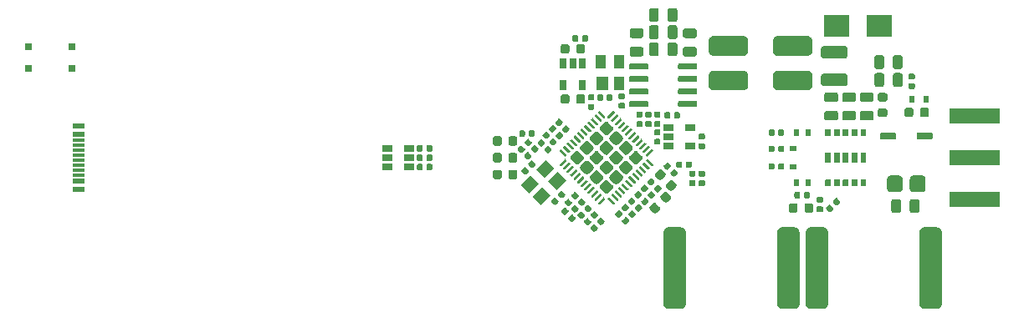
<source format=gbr>
G04 #@! TF.GenerationSoftware,KiCad,Pcbnew,5.1.5+dfsg1-2build2*
G04 #@! TF.CreationDate,2021-02-20T19:42:40+01:00*
G04 #@! TF.ProjectId,charge-hf,63686172-6765-42d6-9866-2e6b69636164,rev?*
G04 #@! TF.SameCoordinates,Original*
G04 #@! TF.FileFunction,Paste,Top*
G04 #@! TF.FilePolarity,Positive*
%FSLAX46Y46*%
G04 Gerber Fmt 4.6, Leading zero omitted, Abs format (unit mm)*
G04 Created by KiCad (PCBNEW 5.1.5+dfsg1-2build2) date 2021-02-20 19:42:40*
%MOMM*%
%LPD*%
G04 APERTURE LIST*
%ADD10C,0.100000*%
%ADD11R,0.650000X1.060000*%
%ADD12R,1.000000X1.400000*%
%ADD13R,1.200000X1.400000*%
%ADD14R,1.060000X0.650000*%
%ADD15R,0.800000X0.650000*%
%ADD16R,5.080000X1.500000*%
%ADD17R,1.160000X0.600000*%
%ADD18R,1.160000X0.300000*%
%ADD19R,0.600000X0.700000*%
%ADD20R,2.500000X2.300000*%
G04 APERTURE END LIST*
D10*
G36*
X168836958Y-82290710D02*
G01*
X168851276Y-82292834D01*
X168865317Y-82296351D01*
X168878946Y-82301228D01*
X168892031Y-82307417D01*
X168904447Y-82314858D01*
X168916073Y-82323481D01*
X168926798Y-82333202D01*
X168936519Y-82343927D01*
X168945142Y-82355553D01*
X168952583Y-82367969D01*
X168958772Y-82381054D01*
X168963649Y-82394683D01*
X168967166Y-82408724D01*
X168969290Y-82423042D01*
X168970000Y-82437500D01*
X168970000Y-82732500D01*
X168969290Y-82746958D01*
X168967166Y-82761276D01*
X168963649Y-82775317D01*
X168958772Y-82788946D01*
X168952583Y-82802031D01*
X168945142Y-82814447D01*
X168936519Y-82826073D01*
X168926798Y-82836798D01*
X168916073Y-82846519D01*
X168904447Y-82855142D01*
X168892031Y-82862583D01*
X168878946Y-82868772D01*
X168865317Y-82873649D01*
X168851276Y-82877166D01*
X168836958Y-82879290D01*
X168822500Y-82880000D01*
X168477500Y-82880000D01*
X168463042Y-82879290D01*
X168448724Y-82877166D01*
X168434683Y-82873649D01*
X168421054Y-82868772D01*
X168407969Y-82862583D01*
X168395553Y-82855142D01*
X168383927Y-82846519D01*
X168373202Y-82836798D01*
X168363481Y-82826073D01*
X168354858Y-82814447D01*
X168347417Y-82802031D01*
X168341228Y-82788946D01*
X168336351Y-82775317D01*
X168332834Y-82761276D01*
X168330710Y-82746958D01*
X168330000Y-82732500D01*
X168330000Y-82437500D01*
X168330710Y-82423042D01*
X168332834Y-82408724D01*
X168336351Y-82394683D01*
X168341228Y-82381054D01*
X168347417Y-82367969D01*
X168354858Y-82355553D01*
X168363481Y-82343927D01*
X168373202Y-82333202D01*
X168383927Y-82323481D01*
X168395553Y-82314858D01*
X168407969Y-82307417D01*
X168421054Y-82301228D01*
X168434683Y-82296351D01*
X168448724Y-82292834D01*
X168463042Y-82290710D01*
X168477500Y-82290000D01*
X168822500Y-82290000D01*
X168836958Y-82290710D01*
G37*
G36*
X168836958Y-81320710D02*
G01*
X168851276Y-81322834D01*
X168865317Y-81326351D01*
X168878946Y-81331228D01*
X168892031Y-81337417D01*
X168904447Y-81344858D01*
X168916073Y-81353481D01*
X168926798Y-81363202D01*
X168936519Y-81373927D01*
X168945142Y-81385553D01*
X168952583Y-81397969D01*
X168958772Y-81411054D01*
X168963649Y-81424683D01*
X168967166Y-81438724D01*
X168969290Y-81453042D01*
X168970000Y-81467500D01*
X168970000Y-81762500D01*
X168969290Y-81776958D01*
X168967166Y-81791276D01*
X168963649Y-81805317D01*
X168958772Y-81818946D01*
X168952583Y-81832031D01*
X168945142Y-81844447D01*
X168936519Y-81856073D01*
X168926798Y-81866798D01*
X168916073Y-81876519D01*
X168904447Y-81885142D01*
X168892031Y-81892583D01*
X168878946Y-81898772D01*
X168865317Y-81903649D01*
X168851276Y-81907166D01*
X168836958Y-81909290D01*
X168822500Y-81910000D01*
X168477500Y-81910000D01*
X168463042Y-81909290D01*
X168448724Y-81907166D01*
X168434683Y-81903649D01*
X168421054Y-81898772D01*
X168407969Y-81892583D01*
X168395553Y-81885142D01*
X168383927Y-81876519D01*
X168373202Y-81866798D01*
X168363481Y-81856073D01*
X168354858Y-81844447D01*
X168347417Y-81832031D01*
X168341228Y-81818946D01*
X168336351Y-81805317D01*
X168332834Y-81791276D01*
X168330710Y-81776958D01*
X168330000Y-81762500D01*
X168330000Y-81467500D01*
X168330710Y-81453042D01*
X168332834Y-81438724D01*
X168336351Y-81424683D01*
X168341228Y-81411054D01*
X168347417Y-81397969D01*
X168354858Y-81385553D01*
X168363481Y-81373927D01*
X168373202Y-81363202D01*
X168383927Y-81353481D01*
X168395553Y-81344858D01*
X168407969Y-81337417D01*
X168421054Y-81331228D01*
X168434683Y-81326351D01*
X168448724Y-81322834D01*
X168463042Y-81320710D01*
X168477500Y-81320000D01*
X168822500Y-81320000D01*
X168836958Y-81320710D01*
G37*
G36*
X168446958Y-80380710D02*
G01*
X168461276Y-80382834D01*
X168475317Y-80386351D01*
X168488946Y-80391228D01*
X168502031Y-80397417D01*
X168514447Y-80404858D01*
X168526073Y-80413481D01*
X168536798Y-80423202D01*
X168546519Y-80433927D01*
X168555142Y-80445553D01*
X168562583Y-80457969D01*
X168568772Y-80471054D01*
X168573649Y-80484683D01*
X168577166Y-80498724D01*
X168579290Y-80513042D01*
X168580000Y-80527500D01*
X168580000Y-80872500D01*
X168579290Y-80886958D01*
X168577166Y-80901276D01*
X168573649Y-80915317D01*
X168568772Y-80928946D01*
X168562583Y-80942031D01*
X168555142Y-80954447D01*
X168546519Y-80966073D01*
X168536798Y-80976798D01*
X168526073Y-80986519D01*
X168514447Y-80995142D01*
X168502031Y-81002583D01*
X168488946Y-81008772D01*
X168475317Y-81013649D01*
X168461276Y-81017166D01*
X168446958Y-81019290D01*
X168432500Y-81020000D01*
X168137500Y-81020000D01*
X168123042Y-81019290D01*
X168108724Y-81017166D01*
X168094683Y-81013649D01*
X168081054Y-81008772D01*
X168067969Y-81002583D01*
X168055553Y-80995142D01*
X168043927Y-80986519D01*
X168033202Y-80976798D01*
X168023481Y-80966073D01*
X168014858Y-80954447D01*
X168007417Y-80942031D01*
X168001228Y-80928946D01*
X167996351Y-80915317D01*
X167992834Y-80901276D01*
X167990710Y-80886958D01*
X167990000Y-80872500D01*
X167990000Y-80527500D01*
X167990710Y-80513042D01*
X167992834Y-80498724D01*
X167996351Y-80484683D01*
X168001228Y-80471054D01*
X168007417Y-80457969D01*
X168014858Y-80445553D01*
X168023481Y-80433927D01*
X168033202Y-80423202D01*
X168043927Y-80413481D01*
X168055553Y-80404858D01*
X168067969Y-80397417D01*
X168081054Y-80391228D01*
X168094683Y-80386351D01*
X168108724Y-80382834D01*
X168123042Y-80380710D01*
X168137500Y-80380000D01*
X168432500Y-80380000D01*
X168446958Y-80380710D01*
G37*
G36*
X167476958Y-80380710D02*
G01*
X167491276Y-80382834D01*
X167505317Y-80386351D01*
X167518946Y-80391228D01*
X167532031Y-80397417D01*
X167544447Y-80404858D01*
X167556073Y-80413481D01*
X167566798Y-80423202D01*
X167576519Y-80433927D01*
X167585142Y-80445553D01*
X167592583Y-80457969D01*
X167598772Y-80471054D01*
X167603649Y-80484683D01*
X167607166Y-80498724D01*
X167609290Y-80513042D01*
X167610000Y-80527500D01*
X167610000Y-80872500D01*
X167609290Y-80886958D01*
X167607166Y-80901276D01*
X167603649Y-80915317D01*
X167598772Y-80928946D01*
X167592583Y-80942031D01*
X167585142Y-80954447D01*
X167576519Y-80966073D01*
X167566798Y-80976798D01*
X167556073Y-80986519D01*
X167544447Y-80995142D01*
X167532031Y-81002583D01*
X167518946Y-81008772D01*
X167505317Y-81013649D01*
X167491276Y-81017166D01*
X167476958Y-81019290D01*
X167462500Y-81020000D01*
X167167500Y-81020000D01*
X167153042Y-81019290D01*
X167138724Y-81017166D01*
X167124683Y-81013649D01*
X167111054Y-81008772D01*
X167097969Y-81002583D01*
X167085553Y-80995142D01*
X167073927Y-80986519D01*
X167063202Y-80976798D01*
X167053481Y-80966073D01*
X167044858Y-80954447D01*
X167037417Y-80942031D01*
X167031228Y-80928946D01*
X167026351Y-80915317D01*
X167022834Y-80901276D01*
X167020710Y-80886958D01*
X167020000Y-80872500D01*
X167020000Y-80527500D01*
X167020710Y-80513042D01*
X167022834Y-80498724D01*
X167026351Y-80484683D01*
X167031228Y-80471054D01*
X167037417Y-80457969D01*
X167044858Y-80445553D01*
X167053481Y-80433927D01*
X167063202Y-80423202D01*
X167073927Y-80413481D01*
X167085553Y-80404858D01*
X167097969Y-80397417D01*
X167111054Y-80391228D01*
X167124683Y-80386351D01*
X167138724Y-80382834D01*
X167153042Y-80380710D01*
X167167500Y-80380000D01*
X167462500Y-80380000D01*
X167476958Y-80380710D01*
G37*
G36*
X169786958Y-81320710D02*
G01*
X169801276Y-81322834D01*
X169815317Y-81326351D01*
X169828946Y-81331228D01*
X169842031Y-81337417D01*
X169854447Y-81344858D01*
X169866073Y-81353481D01*
X169876798Y-81363202D01*
X169886519Y-81373927D01*
X169895142Y-81385553D01*
X169902583Y-81397969D01*
X169908772Y-81411054D01*
X169913649Y-81424683D01*
X169917166Y-81438724D01*
X169919290Y-81453042D01*
X169920000Y-81467500D01*
X169920000Y-81762500D01*
X169919290Y-81776958D01*
X169917166Y-81791276D01*
X169913649Y-81805317D01*
X169908772Y-81818946D01*
X169902583Y-81832031D01*
X169895142Y-81844447D01*
X169886519Y-81856073D01*
X169876798Y-81866798D01*
X169866073Y-81876519D01*
X169854447Y-81885142D01*
X169842031Y-81892583D01*
X169828946Y-81898772D01*
X169815317Y-81903649D01*
X169801276Y-81907166D01*
X169786958Y-81909290D01*
X169772500Y-81910000D01*
X169427500Y-81910000D01*
X169413042Y-81909290D01*
X169398724Y-81907166D01*
X169384683Y-81903649D01*
X169371054Y-81898772D01*
X169357969Y-81892583D01*
X169345553Y-81885142D01*
X169333927Y-81876519D01*
X169323202Y-81866798D01*
X169313481Y-81856073D01*
X169304858Y-81844447D01*
X169297417Y-81832031D01*
X169291228Y-81818946D01*
X169286351Y-81805317D01*
X169282834Y-81791276D01*
X169280710Y-81776958D01*
X169280000Y-81762500D01*
X169280000Y-81467500D01*
X169280710Y-81453042D01*
X169282834Y-81438724D01*
X169286351Y-81424683D01*
X169291228Y-81411054D01*
X169297417Y-81397969D01*
X169304858Y-81385553D01*
X169313481Y-81373927D01*
X169323202Y-81363202D01*
X169333927Y-81353481D01*
X169345553Y-81344858D01*
X169357969Y-81337417D01*
X169371054Y-81331228D01*
X169384683Y-81326351D01*
X169398724Y-81322834D01*
X169413042Y-81320710D01*
X169427500Y-81320000D01*
X169772500Y-81320000D01*
X169786958Y-81320710D01*
G37*
G36*
X169786958Y-82290710D02*
G01*
X169801276Y-82292834D01*
X169815317Y-82296351D01*
X169828946Y-82301228D01*
X169842031Y-82307417D01*
X169854447Y-82314858D01*
X169866073Y-82323481D01*
X169876798Y-82333202D01*
X169886519Y-82343927D01*
X169895142Y-82355553D01*
X169902583Y-82367969D01*
X169908772Y-82381054D01*
X169913649Y-82394683D01*
X169917166Y-82408724D01*
X169919290Y-82423042D01*
X169920000Y-82437500D01*
X169920000Y-82732500D01*
X169919290Y-82746958D01*
X169917166Y-82761276D01*
X169913649Y-82775317D01*
X169908772Y-82788946D01*
X169902583Y-82802031D01*
X169895142Y-82814447D01*
X169886519Y-82826073D01*
X169876798Y-82836798D01*
X169866073Y-82846519D01*
X169854447Y-82855142D01*
X169842031Y-82862583D01*
X169828946Y-82868772D01*
X169815317Y-82873649D01*
X169801276Y-82877166D01*
X169786958Y-82879290D01*
X169772500Y-82880000D01*
X169427500Y-82880000D01*
X169413042Y-82879290D01*
X169398724Y-82877166D01*
X169384683Y-82873649D01*
X169371054Y-82868772D01*
X169357969Y-82862583D01*
X169345553Y-82855142D01*
X169333927Y-82846519D01*
X169323202Y-82836798D01*
X169313481Y-82826073D01*
X169304858Y-82814447D01*
X169297417Y-82802031D01*
X169291228Y-82788946D01*
X169286351Y-82775317D01*
X169282834Y-82761276D01*
X169280710Y-82746958D01*
X169280000Y-82732500D01*
X169280000Y-82437500D01*
X169280710Y-82423042D01*
X169282834Y-82408724D01*
X169286351Y-82394683D01*
X169291228Y-82381054D01*
X169297417Y-82367969D01*
X169304858Y-82355553D01*
X169313481Y-82343927D01*
X169323202Y-82333202D01*
X169333927Y-82323481D01*
X169345553Y-82314858D01*
X169357969Y-82307417D01*
X169371054Y-82301228D01*
X169384683Y-82296351D01*
X169398724Y-82292834D01*
X169413042Y-82290710D01*
X169427500Y-82290000D01*
X169772500Y-82290000D01*
X169786958Y-82290710D01*
G37*
G36*
X184099504Y-71476204D02*
G01*
X184123773Y-71479804D01*
X184147571Y-71485765D01*
X184170671Y-71494030D01*
X184192849Y-71504520D01*
X184213893Y-71517133D01*
X184233598Y-71531747D01*
X184251777Y-71548223D01*
X184268253Y-71566402D01*
X184282867Y-71586107D01*
X184295480Y-71607151D01*
X184305970Y-71629329D01*
X184314235Y-71652429D01*
X184320196Y-71676227D01*
X184323796Y-71700496D01*
X184325000Y-71725000D01*
X184325000Y-72475000D01*
X184323796Y-72499504D01*
X184320196Y-72523773D01*
X184314235Y-72547571D01*
X184305970Y-72570671D01*
X184295480Y-72592849D01*
X184282867Y-72613893D01*
X184268253Y-72633598D01*
X184251777Y-72651777D01*
X184233598Y-72668253D01*
X184213893Y-72682867D01*
X184192849Y-72695480D01*
X184170671Y-72705970D01*
X184147571Y-72714235D01*
X184123773Y-72720196D01*
X184099504Y-72723796D01*
X184075000Y-72725000D01*
X181925000Y-72725000D01*
X181900496Y-72723796D01*
X181876227Y-72720196D01*
X181852429Y-72714235D01*
X181829329Y-72705970D01*
X181807151Y-72695480D01*
X181786107Y-72682867D01*
X181766402Y-72668253D01*
X181748223Y-72651777D01*
X181731747Y-72633598D01*
X181717133Y-72613893D01*
X181704520Y-72592849D01*
X181694030Y-72570671D01*
X181685765Y-72547571D01*
X181679804Y-72523773D01*
X181676204Y-72499504D01*
X181675000Y-72475000D01*
X181675000Y-71725000D01*
X181676204Y-71700496D01*
X181679804Y-71676227D01*
X181685765Y-71652429D01*
X181694030Y-71629329D01*
X181704520Y-71607151D01*
X181717133Y-71586107D01*
X181731747Y-71566402D01*
X181748223Y-71548223D01*
X181766402Y-71531747D01*
X181786107Y-71517133D01*
X181807151Y-71504520D01*
X181829329Y-71494030D01*
X181852429Y-71485765D01*
X181876227Y-71479804D01*
X181900496Y-71476204D01*
X181925000Y-71475000D01*
X184075000Y-71475000D01*
X184099504Y-71476204D01*
G37*
G36*
X184099504Y-68676204D02*
G01*
X184123773Y-68679804D01*
X184147571Y-68685765D01*
X184170671Y-68694030D01*
X184192849Y-68704520D01*
X184213893Y-68717133D01*
X184233598Y-68731747D01*
X184251777Y-68748223D01*
X184268253Y-68766402D01*
X184282867Y-68786107D01*
X184295480Y-68807151D01*
X184305970Y-68829329D01*
X184314235Y-68852429D01*
X184320196Y-68876227D01*
X184323796Y-68900496D01*
X184325000Y-68925000D01*
X184325000Y-69675000D01*
X184323796Y-69699504D01*
X184320196Y-69723773D01*
X184314235Y-69747571D01*
X184305970Y-69770671D01*
X184295480Y-69792849D01*
X184282867Y-69813893D01*
X184268253Y-69833598D01*
X184251777Y-69851777D01*
X184233598Y-69868253D01*
X184213893Y-69882867D01*
X184192849Y-69895480D01*
X184170671Y-69905970D01*
X184147571Y-69914235D01*
X184123773Y-69920196D01*
X184099504Y-69923796D01*
X184075000Y-69925000D01*
X181925000Y-69925000D01*
X181900496Y-69923796D01*
X181876227Y-69920196D01*
X181852429Y-69914235D01*
X181829329Y-69905970D01*
X181807151Y-69895480D01*
X181786107Y-69882867D01*
X181766402Y-69868253D01*
X181748223Y-69851777D01*
X181731747Y-69833598D01*
X181717133Y-69813893D01*
X181704520Y-69792849D01*
X181694030Y-69770671D01*
X181685765Y-69747571D01*
X181679804Y-69723773D01*
X181676204Y-69699504D01*
X181675000Y-69675000D01*
X181675000Y-68925000D01*
X181676204Y-68900496D01*
X181679804Y-68876227D01*
X181685765Y-68852429D01*
X181694030Y-68829329D01*
X181704520Y-68807151D01*
X181717133Y-68786107D01*
X181731747Y-68766402D01*
X181748223Y-68748223D01*
X181766402Y-68731747D01*
X181786107Y-68717133D01*
X181807151Y-68704520D01*
X181829329Y-68694030D01*
X181852429Y-68685765D01*
X181876227Y-68679804D01*
X181900496Y-68676204D01*
X181925000Y-68675000D01*
X184075000Y-68675000D01*
X184099504Y-68676204D01*
G37*
G36*
X187830142Y-69601174D02*
G01*
X187853803Y-69604684D01*
X187877007Y-69610496D01*
X187899529Y-69618554D01*
X187921153Y-69628782D01*
X187941670Y-69641079D01*
X187960883Y-69655329D01*
X187978607Y-69671393D01*
X187994671Y-69689117D01*
X188008921Y-69708330D01*
X188021218Y-69728847D01*
X188031446Y-69750471D01*
X188039504Y-69772993D01*
X188045316Y-69796197D01*
X188048826Y-69819858D01*
X188050000Y-69843750D01*
X188050000Y-70756250D01*
X188048826Y-70780142D01*
X188045316Y-70803803D01*
X188039504Y-70827007D01*
X188031446Y-70849529D01*
X188021218Y-70871153D01*
X188008921Y-70891670D01*
X187994671Y-70910883D01*
X187978607Y-70928607D01*
X187960883Y-70944671D01*
X187941670Y-70958921D01*
X187921153Y-70971218D01*
X187899529Y-70981446D01*
X187877007Y-70989504D01*
X187853803Y-70995316D01*
X187830142Y-70998826D01*
X187806250Y-71000000D01*
X187318750Y-71000000D01*
X187294858Y-70998826D01*
X187271197Y-70995316D01*
X187247993Y-70989504D01*
X187225471Y-70981446D01*
X187203847Y-70971218D01*
X187183330Y-70958921D01*
X187164117Y-70944671D01*
X187146393Y-70928607D01*
X187130329Y-70910883D01*
X187116079Y-70891670D01*
X187103782Y-70871153D01*
X187093554Y-70849529D01*
X187085496Y-70827007D01*
X187079684Y-70803803D01*
X187076174Y-70780142D01*
X187075000Y-70756250D01*
X187075000Y-69843750D01*
X187076174Y-69819858D01*
X187079684Y-69796197D01*
X187085496Y-69772993D01*
X187093554Y-69750471D01*
X187103782Y-69728847D01*
X187116079Y-69708330D01*
X187130329Y-69689117D01*
X187146393Y-69671393D01*
X187164117Y-69655329D01*
X187183330Y-69641079D01*
X187203847Y-69628782D01*
X187225471Y-69618554D01*
X187247993Y-69610496D01*
X187271197Y-69604684D01*
X187294858Y-69601174D01*
X187318750Y-69600000D01*
X187806250Y-69600000D01*
X187830142Y-69601174D01*
G37*
G36*
X189705142Y-69601174D02*
G01*
X189728803Y-69604684D01*
X189752007Y-69610496D01*
X189774529Y-69618554D01*
X189796153Y-69628782D01*
X189816670Y-69641079D01*
X189835883Y-69655329D01*
X189853607Y-69671393D01*
X189869671Y-69689117D01*
X189883921Y-69708330D01*
X189896218Y-69728847D01*
X189906446Y-69750471D01*
X189914504Y-69772993D01*
X189920316Y-69796197D01*
X189923826Y-69819858D01*
X189925000Y-69843750D01*
X189925000Y-70756250D01*
X189923826Y-70780142D01*
X189920316Y-70803803D01*
X189914504Y-70827007D01*
X189906446Y-70849529D01*
X189896218Y-70871153D01*
X189883921Y-70891670D01*
X189869671Y-70910883D01*
X189853607Y-70928607D01*
X189835883Y-70944671D01*
X189816670Y-70958921D01*
X189796153Y-70971218D01*
X189774529Y-70981446D01*
X189752007Y-70989504D01*
X189728803Y-70995316D01*
X189705142Y-70998826D01*
X189681250Y-71000000D01*
X189193750Y-71000000D01*
X189169858Y-70998826D01*
X189146197Y-70995316D01*
X189122993Y-70989504D01*
X189100471Y-70981446D01*
X189078847Y-70971218D01*
X189058330Y-70958921D01*
X189039117Y-70944671D01*
X189021393Y-70928607D01*
X189005329Y-70910883D01*
X188991079Y-70891670D01*
X188978782Y-70871153D01*
X188968554Y-70849529D01*
X188960496Y-70827007D01*
X188954684Y-70803803D01*
X188951174Y-70780142D01*
X188950000Y-70756250D01*
X188950000Y-69843750D01*
X188951174Y-69819858D01*
X188954684Y-69796197D01*
X188960496Y-69772993D01*
X188968554Y-69750471D01*
X188978782Y-69728847D01*
X188991079Y-69708330D01*
X189005329Y-69689117D01*
X189021393Y-69671393D01*
X189039117Y-69655329D01*
X189058330Y-69641079D01*
X189078847Y-69628782D01*
X189100471Y-69618554D01*
X189122993Y-69610496D01*
X189146197Y-69604684D01*
X189169858Y-69601174D01*
X189193750Y-69600000D01*
X189681250Y-69600000D01*
X189705142Y-69601174D01*
G37*
G36*
X187830142Y-71401174D02*
G01*
X187853803Y-71404684D01*
X187877007Y-71410496D01*
X187899529Y-71418554D01*
X187921153Y-71428782D01*
X187941670Y-71441079D01*
X187960883Y-71455329D01*
X187978607Y-71471393D01*
X187994671Y-71489117D01*
X188008921Y-71508330D01*
X188021218Y-71528847D01*
X188031446Y-71550471D01*
X188039504Y-71572993D01*
X188045316Y-71596197D01*
X188048826Y-71619858D01*
X188050000Y-71643750D01*
X188050000Y-72556250D01*
X188048826Y-72580142D01*
X188045316Y-72603803D01*
X188039504Y-72627007D01*
X188031446Y-72649529D01*
X188021218Y-72671153D01*
X188008921Y-72691670D01*
X187994671Y-72710883D01*
X187978607Y-72728607D01*
X187960883Y-72744671D01*
X187941670Y-72758921D01*
X187921153Y-72771218D01*
X187899529Y-72781446D01*
X187877007Y-72789504D01*
X187853803Y-72795316D01*
X187830142Y-72798826D01*
X187806250Y-72800000D01*
X187318750Y-72800000D01*
X187294858Y-72798826D01*
X187271197Y-72795316D01*
X187247993Y-72789504D01*
X187225471Y-72781446D01*
X187203847Y-72771218D01*
X187183330Y-72758921D01*
X187164117Y-72744671D01*
X187146393Y-72728607D01*
X187130329Y-72710883D01*
X187116079Y-72691670D01*
X187103782Y-72671153D01*
X187093554Y-72649529D01*
X187085496Y-72627007D01*
X187079684Y-72603803D01*
X187076174Y-72580142D01*
X187075000Y-72556250D01*
X187075000Y-71643750D01*
X187076174Y-71619858D01*
X187079684Y-71596197D01*
X187085496Y-71572993D01*
X187093554Y-71550471D01*
X187103782Y-71528847D01*
X187116079Y-71508330D01*
X187130329Y-71489117D01*
X187146393Y-71471393D01*
X187164117Y-71455329D01*
X187183330Y-71441079D01*
X187203847Y-71428782D01*
X187225471Y-71418554D01*
X187247993Y-71410496D01*
X187271197Y-71404684D01*
X187294858Y-71401174D01*
X187318750Y-71400000D01*
X187806250Y-71400000D01*
X187830142Y-71401174D01*
G37*
G36*
X189705142Y-71401174D02*
G01*
X189728803Y-71404684D01*
X189752007Y-71410496D01*
X189774529Y-71418554D01*
X189796153Y-71428782D01*
X189816670Y-71441079D01*
X189835883Y-71455329D01*
X189853607Y-71471393D01*
X189869671Y-71489117D01*
X189883921Y-71508330D01*
X189896218Y-71528847D01*
X189906446Y-71550471D01*
X189914504Y-71572993D01*
X189920316Y-71596197D01*
X189923826Y-71619858D01*
X189925000Y-71643750D01*
X189925000Y-72556250D01*
X189923826Y-72580142D01*
X189920316Y-72603803D01*
X189914504Y-72627007D01*
X189906446Y-72649529D01*
X189896218Y-72671153D01*
X189883921Y-72691670D01*
X189869671Y-72710883D01*
X189853607Y-72728607D01*
X189835883Y-72744671D01*
X189816670Y-72758921D01*
X189796153Y-72771218D01*
X189774529Y-72781446D01*
X189752007Y-72789504D01*
X189728803Y-72795316D01*
X189705142Y-72798826D01*
X189681250Y-72800000D01*
X189193750Y-72800000D01*
X189169858Y-72798826D01*
X189146197Y-72795316D01*
X189122993Y-72789504D01*
X189100471Y-72781446D01*
X189078847Y-72771218D01*
X189058330Y-72758921D01*
X189039117Y-72744671D01*
X189021393Y-72728607D01*
X189005329Y-72710883D01*
X188991079Y-72691670D01*
X188978782Y-72671153D01*
X188968554Y-72649529D01*
X188960496Y-72627007D01*
X188954684Y-72603803D01*
X188951174Y-72580142D01*
X188950000Y-72556250D01*
X188950000Y-71643750D01*
X188951174Y-71619858D01*
X188954684Y-71596197D01*
X188960496Y-71572993D01*
X188968554Y-71550471D01*
X188978782Y-71528847D01*
X188991079Y-71508330D01*
X189005329Y-71489117D01*
X189021393Y-71471393D01*
X189039117Y-71455329D01*
X189058330Y-71441079D01*
X189078847Y-71428782D01*
X189100471Y-71418554D01*
X189122993Y-71410496D01*
X189146197Y-71404684D01*
X189169858Y-71401174D01*
X189193750Y-71400000D01*
X189681250Y-71400000D01*
X189705142Y-71401174D01*
G37*
G36*
X165030142Y-64801174D02*
G01*
X165053803Y-64804684D01*
X165077007Y-64810496D01*
X165099529Y-64818554D01*
X165121153Y-64828782D01*
X165141670Y-64841079D01*
X165160883Y-64855329D01*
X165178607Y-64871393D01*
X165194671Y-64889117D01*
X165208921Y-64908330D01*
X165221218Y-64928847D01*
X165231446Y-64950471D01*
X165239504Y-64972993D01*
X165245316Y-64996197D01*
X165248826Y-65019858D01*
X165250000Y-65043750D01*
X165250000Y-65956250D01*
X165248826Y-65980142D01*
X165245316Y-66003803D01*
X165239504Y-66027007D01*
X165231446Y-66049529D01*
X165221218Y-66071153D01*
X165208921Y-66091670D01*
X165194671Y-66110883D01*
X165178607Y-66128607D01*
X165160883Y-66144671D01*
X165141670Y-66158921D01*
X165121153Y-66171218D01*
X165099529Y-66181446D01*
X165077007Y-66189504D01*
X165053803Y-66195316D01*
X165030142Y-66198826D01*
X165006250Y-66200000D01*
X164518750Y-66200000D01*
X164494858Y-66198826D01*
X164471197Y-66195316D01*
X164447993Y-66189504D01*
X164425471Y-66181446D01*
X164403847Y-66171218D01*
X164383330Y-66158921D01*
X164364117Y-66144671D01*
X164346393Y-66128607D01*
X164330329Y-66110883D01*
X164316079Y-66091670D01*
X164303782Y-66071153D01*
X164293554Y-66049529D01*
X164285496Y-66027007D01*
X164279684Y-66003803D01*
X164276174Y-65980142D01*
X164275000Y-65956250D01*
X164275000Y-65043750D01*
X164276174Y-65019858D01*
X164279684Y-64996197D01*
X164285496Y-64972993D01*
X164293554Y-64950471D01*
X164303782Y-64928847D01*
X164316079Y-64908330D01*
X164330329Y-64889117D01*
X164346393Y-64871393D01*
X164364117Y-64855329D01*
X164383330Y-64841079D01*
X164403847Y-64828782D01*
X164425471Y-64818554D01*
X164447993Y-64810496D01*
X164471197Y-64804684D01*
X164494858Y-64801174D01*
X164518750Y-64800000D01*
X165006250Y-64800000D01*
X165030142Y-64801174D01*
G37*
G36*
X166905142Y-64801174D02*
G01*
X166928803Y-64804684D01*
X166952007Y-64810496D01*
X166974529Y-64818554D01*
X166996153Y-64828782D01*
X167016670Y-64841079D01*
X167035883Y-64855329D01*
X167053607Y-64871393D01*
X167069671Y-64889117D01*
X167083921Y-64908330D01*
X167096218Y-64928847D01*
X167106446Y-64950471D01*
X167114504Y-64972993D01*
X167120316Y-64996197D01*
X167123826Y-65019858D01*
X167125000Y-65043750D01*
X167125000Y-65956250D01*
X167123826Y-65980142D01*
X167120316Y-66003803D01*
X167114504Y-66027007D01*
X167106446Y-66049529D01*
X167096218Y-66071153D01*
X167083921Y-66091670D01*
X167069671Y-66110883D01*
X167053607Y-66128607D01*
X167035883Y-66144671D01*
X167016670Y-66158921D01*
X166996153Y-66171218D01*
X166974529Y-66181446D01*
X166952007Y-66189504D01*
X166928803Y-66195316D01*
X166905142Y-66198826D01*
X166881250Y-66200000D01*
X166393750Y-66200000D01*
X166369858Y-66198826D01*
X166346197Y-66195316D01*
X166322993Y-66189504D01*
X166300471Y-66181446D01*
X166278847Y-66171218D01*
X166258330Y-66158921D01*
X166239117Y-66144671D01*
X166221393Y-66128607D01*
X166205329Y-66110883D01*
X166191079Y-66091670D01*
X166178782Y-66071153D01*
X166168554Y-66049529D01*
X166160496Y-66027007D01*
X166154684Y-66003803D01*
X166151174Y-65980142D01*
X166150000Y-65956250D01*
X166150000Y-65043750D01*
X166151174Y-65019858D01*
X166154684Y-64996197D01*
X166160496Y-64972993D01*
X166168554Y-64950471D01*
X166178782Y-64928847D01*
X166191079Y-64908330D01*
X166205329Y-64889117D01*
X166221393Y-64871393D01*
X166239117Y-64855329D01*
X166258330Y-64841079D01*
X166278847Y-64828782D01*
X166300471Y-64818554D01*
X166322993Y-64810496D01*
X166346197Y-64804684D01*
X166369858Y-64801174D01*
X166393750Y-64800000D01*
X166881250Y-64800000D01*
X166905142Y-64801174D01*
G37*
G36*
X192377691Y-74926053D02*
G01*
X192398926Y-74929203D01*
X192419750Y-74934419D01*
X192439962Y-74941651D01*
X192459368Y-74950830D01*
X192477781Y-74961866D01*
X192495024Y-74974654D01*
X192510930Y-74989070D01*
X192525346Y-75004976D01*
X192538134Y-75022219D01*
X192549170Y-75040632D01*
X192558349Y-75060038D01*
X192565581Y-75080250D01*
X192570797Y-75101074D01*
X192573947Y-75122309D01*
X192575000Y-75143750D01*
X192575000Y-75656250D01*
X192573947Y-75677691D01*
X192570797Y-75698926D01*
X192565581Y-75719750D01*
X192558349Y-75739962D01*
X192549170Y-75759368D01*
X192538134Y-75777781D01*
X192525346Y-75795024D01*
X192510930Y-75810930D01*
X192495024Y-75825346D01*
X192477781Y-75838134D01*
X192459368Y-75849170D01*
X192439962Y-75858349D01*
X192419750Y-75865581D01*
X192398926Y-75870797D01*
X192377691Y-75873947D01*
X192356250Y-75875000D01*
X191918750Y-75875000D01*
X191897309Y-75873947D01*
X191876074Y-75870797D01*
X191855250Y-75865581D01*
X191835038Y-75858349D01*
X191815632Y-75849170D01*
X191797219Y-75838134D01*
X191779976Y-75825346D01*
X191764070Y-75810930D01*
X191749654Y-75795024D01*
X191736866Y-75777781D01*
X191725830Y-75759368D01*
X191716651Y-75739962D01*
X191709419Y-75719750D01*
X191704203Y-75698926D01*
X191701053Y-75677691D01*
X191700000Y-75656250D01*
X191700000Y-75143750D01*
X191701053Y-75122309D01*
X191704203Y-75101074D01*
X191709419Y-75080250D01*
X191716651Y-75060038D01*
X191725830Y-75040632D01*
X191736866Y-75022219D01*
X191749654Y-75004976D01*
X191764070Y-74989070D01*
X191779976Y-74974654D01*
X191797219Y-74961866D01*
X191815632Y-74950830D01*
X191835038Y-74941651D01*
X191855250Y-74934419D01*
X191876074Y-74929203D01*
X191897309Y-74926053D01*
X191918750Y-74925000D01*
X192356250Y-74925000D01*
X192377691Y-74926053D01*
G37*
G36*
X190802691Y-74926053D02*
G01*
X190823926Y-74929203D01*
X190844750Y-74934419D01*
X190864962Y-74941651D01*
X190884368Y-74950830D01*
X190902781Y-74961866D01*
X190920024Y-74974654D01*
X190935930Y-74989070D01*
X190950346Y-75004976D01*
X190963134Y-75022219D01*
X190974170Y-75040632D01*
X190983349Y-75060038D01*
X190990581Y-75080250D01*
X190995797Y-75101074D01*
X190998947Y-75122309D01*
X191000000Y-75143750D01*
X191000000Y-75656250D01*
X190998947Y-75677691D01*
X190995797Y-75698926D01*
X190990581Y-75719750D01*
X190983349Y-75739962D01*
X190974170Y-75759368D01*
X190963134Y-75777781D01*
X190950346Y-75795024D01*
X190935930Y-75810930D01*
X190920024Y-75825346D01*
X190902781Y-75838134D01*
X190884368Y-75849170D01*
X190864962Y-75858349D01*
X190844750Y-75865581D01*
X190823926Y-75870797D01*
X190802691Y-75873947D01*
X190781250Y-75875000D01*
X190343750Y-75875000D01*
X190322309Y-75873947D01*
X190301074Y-75870797D01*
X190280250Y-75865581D01*
X190260038Y-75858349D01*
X190240632Y-75849170D01*
X190222219Y-75838134D01*
X190204976Y-75825346D01*
X190189070Y-75810930D01*
X190174654Y-75795024D01*
X190161866Y-75777781D01*
X190150830Y-75759368D01*
X190141651Y-75739962D01*
X190134419Y-75719750D01*
X190129203Y-75698926D01*
X190126053Y-75677691D01*
X190125000Y-75656250D01*
X190125000Y-75143750D01*
X190126053Y-75122309D01*
X190129203Y-75101074D01*
X190134419Y-75080250D01*
X190141651Y-75060038D01*
X190150830Y-75040632D01*
X190161866Y-75022219D01*
X190174654Y-75004976D01*
X190189070Y-74989070D01*
X190204976Y-74974654D01*
X190222219Y-74961866D01*
X190240632Y-74950830D01*
X190260038Y-74941651D01*
X190280250Y-74934419D01*
X190301074Y-74929203D01*
X190322309Y-74926053D01*
X190343750Y-74925000D01*
X190781250Y-74925000D01*
X190802691Y-74926053D01*
G37*
G36*
X161239189Y-85333989D02*
G01*
X161253507Y-85336113D01*
X161267548Y-85339630D01*
X161281177Y-85344507D01*
X161294262Y-85350696D01*
X161306678Y-85358137D01*
X161318304Y-85366760D01*
X161329029Y-85376481D01*
X161537625Y-85585077D01*
X161547346Y-85595802D01*
X161555969Y-85607428D01*
X161563410Y-85619844D01*
X161569599Y-85632929D01*
X161574476Y-85646558D01*
X161577993Y-85660599D01*
X161580117Y-85674917D01*
X161580827Y-85689375D01*
X161580117Y-85703833D01*
X161577993Y-85718151D01*
X161574476Y-85732192D01*
X161569599Y-85745821D01*
X161563410Y-85758906D01*
X161555969Y-85771322D01*
X161547346Y-85782948D01*
X161537625Y-85793673D01*
X161293673Y-86037625D01*
X161282948Y-86047346D01*
X161271322Y-86055969D01*
X161258906Y-86063410D01*
X161245821Y-86069599D01*
X161232192Y-86074476D01*
X161218151Y-86077993D01*
X161203833Y-86080117D01*
X161189375Y-86080827D01*
X161174917Y-86080117D01*
X161160599Y-86077993D01*
X161146558Y-86074476D01*
X161132929Y-86069599D01*
X161119844Y-86063410D01*
X161107428Y-86055969D01*
X161095802Y-86047346D01*
X161085077Y-86037625D01*
X160876481Y-85829029D01*
X160866760Y-85818304D01*
X160858137Y-85806678D01*
X160850696Y-85794262D01*
X160844507Y-85781177D01*
X160839630Y-85767548D01*
X160836113Y-85753507D01*
X160833989Y-85739189D01*
X160833279Y-85724731D01*
X160833989Y-85710273D01*
X160836113Y-85695955D01*
X160839630Y-85681914D01*
X160844507Y-85668285D01*
X160850696Y-85655200D01*
X160858137Y-85642784D01*
X160866760Y-85631158D01*
X160876481Y-85620433D01*
X161120433Y-85376481D01*
X161131158Y-85366760D01*
X161142784Y-85358137D01*
X161155200Y-85350696D01*
X161168285Y-85344507D01*
X161181914Y-85339630D01*
X161195955Y-85336113D01*
X161210273Y-85333989D01*
X161224731Y-85333279D01*
X161239189Y-85333989D01*
G37*
G36*
X161925083Y-86019883D02*
G01*
X161939401Y-86022007D01*
X161953442Y-86025524D01*
X161967071Y-86030401D01*
X161980156Y-86036590D01*
X161992572Y-86044031D01*
X162004198Y-86052654D01*
X162014923Y-86062375D01*
X162223519Y-86270971D01*
X162233240Y-86281696D01*
X162241863Y-86293322D01*
X162249304Y-86305738D01*
X162255493Y-86318823D01*
X162260370Y-86332452D01*
X162263887Y-86346493D01*
X162266011Y-86360811D01*
X162266721Y-86375269D01*
X162266011Y-86389727D01*
X162263887Y-86404045D01*
X162260370Y-86418086D01*
X162255493Y-86431715D01*
X162249304Y-86444800D01*
X162241863Y-86457216D01*
X162233240Y-86468842D01*
X162223519Y-86479567D01*
X161979567Y-86723519D01*
X161968842Y-86733240D01*
X161957216Y-86741863D01*
X161944800Y-86749304D01*
X161931715Y-86755493D01*
X161918086Y-86760370D01*
X161904045Y-86763887D01*
X161889727Y-86766011D01*
X161875269Y-86766721D01*
X161860811Y-86766011D01*
X161846493Y-86763887D01*
X161832452Y-86760370D01*
X161818823Y-86755493D01*
X161805738Y-86749304D01*
X161793322Y-86741863D01*
X161781696Y-86733240D01*
X161770971Y-86723519D01*
X161562375Y-86514923D01*
X161552654Y-86504198D01*
X161544031Y-86492572D01*
X161536590Y-86480156D01*
X161530401Y-86467071D01*
X161525524Y-86453442D01*
X161522007Y-86439401D01*
X161519883Y-86425083D01*
X161519173Y-86410625D01*
X161519883Y-86396167D01*
X161522007Y-86381849D01*
X161525524Y-86367808D01*
X161530401Y-86354179D01*
X161536590Y-86341094D01*
X161544031Y-86328678D01*
X161552654Y-86317052D01*
X161562375Y-86306327D01*
X161806327Y-86062375D01*
X161817052Y-86052654D01*
X161828678Y-86044031D01*
X161841094Y-86036590D01*
X161854179Y-86030401D01*
X161867808Y-86025524D01*
X161881849Y-86022007D01*
X161896167Y-86019883D01*
X161910625Y-86019173D01*
X161925083Y-86019883D01*
G37*
G36*
X179102691Y-84626053D02*
G01*
X179123926Y-84629203D01*
X179144750Y-84634419D01*
X179164962Y-84641651D01*
X179184368Y-84650830D01*
X179202781Y-84661866D01*
X179220024Y-84674654D01*
X179235930Y-84689070D01*
X179250346Y-84704976D01*
X179263134Y-84722219D01*
X179274170Y-84740632D01*
X179283349Y-84760038D01*
X179290581Y-84780250D01*
X179295797Y-84801074D01*
X179298947Y-84822309D01*
X179300000Y-84843750D01*
X179300000Y-85356250D01*
X179298947Y-85377691D01*
X179295797Y-85398926D01*
X179290581Y-85419750D01*
X179283349Y-85439962D01*
X179274170Y-85459368D01*
X179263134Y-85477781D01*
X179250346Y-85495024D01*
X179235930Y-85510930D01*
X179220024Y-85525346D01*
X179202781Y-85538134D01*
X179184368Y-85549170D01*
X179164962Y-85558349D01*
X179144750Y-85565581D01*
X179123926Y-85570797D01*
X179102691Y-85573947D01*
X179081250Y-85575000D01*
X178643750Y-85575000D01*
X178622309Y-85573947D01*
X178601074Y-85570797D01*
X178580250Y-85565581D01*
X178560038Y-85558349D01*
X178540632Y-85549170D01*
X178522219Y-85538134D01*
X178504976Y-85525346D01*
X178489070Y-85510930D01*
X178474654Y-85495024D01*
X178461866Y-85477781D01*
X178450830Y-85459368D01*
X178441651Y-85439962D01*
X178434419Y-85419750D01*
X178429203Y-85398926D01*
X178426053Y-85377691D01*
X178425000Y-85356250D01*
X178425000Y-84843750D01*
X178426053Y-84822309D01*
X178429203Y-84801074D01*
X178434419Y-84780250D01*
X178441651Y-84760038D01*
X178450830Y-84740632D01*
X178461866Y-84722219D01*
X178474654Y-84704976D01*
X178489070Y-84689070D01*
X178504976Y-84674654D01*
X178522219Y-84661866D01*
X178540632Y-84650830D01*
X178560038Y-84641651D01*
X178580250Y-84634419D01*
X178601074Y-84629203D01*
X178622309Y-84626053D01*
X178643750Y-84625000D01*
X179081250Y-84625000D01*
X179102691Y-84626053D01*
G37*
G36*
X180677691Y-84626053D02*
G01*
X180698926Y-84629203D01*
X180719750Y-84634419D01*
X180739962Y-84641651D01*
X180759368Y-84650830D01*
X180777781Y-84661866D01*
X180795024Y-84674654D01*
X180810930Y-84689070D01*
X180825346Y-84704976D01*
X180838134Y-84722219D01*
X180849170Y-84740632D01*
X180858349Y-84760038D01*
X180865581Y-84780250D01*
X180870797Y-84801074D01*
X180873947Y-84822309D01*
X180875000Y-84843750D01*
X180875000Y-85356250D01*
X180873947Y-85377691D01*
X180870797Y-85398926D01*
X180865581Y-85419750D01*
X180858349Y-85439962D01*
X180849170Y-85459368D01*
X180838134Y-85477781D01*
X180825346Y-85495024D01*
X180810930Y-85510930D01*
X180795024Y-85525346D01*
X180777781Y-85538134D01*
X180759368Y-85549170D01*
X180739962Y-85558349D01*
X180719750Y-85565581D01*
X180698926Y-85570797D01*
X180677691Y-85573947D01*
X180656250Y-85575000D01*
X180218750Y-85575000D01*
X180197309Y-85573947D01*
X180176074Y-85570797D01*
X180155250Y-85565581D01*
X180135038Y-85558349D01*
X180115632Y-85549170D01*
X180097219Y-85538134D01*
X180079976Y-85525346D01*
X180064070Y-85510930D01*
X180049654Y-85495024D01*
X180036866Y-85477781D01*
X180025830Y-85459368D01*
X180016651Y-85439962D01*
X180009419Y-85419750D01*
X180004203Y-85398926D01*
X180001053Y-85377691D01*
X180000000Y-85356250D01*
X180000000Y-84843750D01*
X180001053Y-84822309D01*
X180004203Y-84801074D01*
X180009419Y-84780250D01*
X180016651Y-84760038D01*
X180025830Y-84740632D01*
X180036866Y-84722219D01*
X180049654Y-84704976D01*
X180064070Y-84689070D01*
X180079976Y-84674654D01*
X180097219Y-84661866D01*
X180115632Y-84650830D01*
X180135038Y-84641651D01*
X180155250Y-84634419D01*
X180176074Y-84629203D01*
X180197309Y-84626053D01*
X180218750Y-84625000D01*
X180656250Y-84625000D01*
X180677691Y-84626053D01*
G37*
G36*
X179426958Y-83480710D02*
G01*
X179441276Y-83482834D01*
X179455317Y-83486351D01*
X179468946Y-83491228D01*
X179482031Y-83497417D01*
X179494447Y-83504858D01*
X179506073Y-83513481D01*
X179516798Y-83523202D01*
X179526519Y-83533927D01*
X179535142Y-83545553D01*
X179542583Y-83557969D01*
X179548772Y-83571054D01*
X179553649Y-83584683D01*
X179557166Y-83598724D01*
X179559290Y-83613042D01*
X179560000Y-83627500D01*
X179560000Y-83972500D01*
X179559290Y-83986958D01*
X179557166Y-84001276D01*
X179553649Y-84015317D01*
X179548772Y-84028946D01*
X179542583Y-84042031D01*
X179535142Y-84054447D01*
X179526519Y-84066073D01*
X179516798Y-84076798D01*
X179506073Y-84086519D01*
X179494447Y-84095142D01*
X179482031Y-84102583D01*
X179468946Y-84108772D01*
X179455317Y-84113649D01*
X179441276Y-84117166D01*
X179426958Y-84119290D01*
X179412500Y-84120000D01*
X179117500Y-84120000D01*
X179103042Y-84119290D01*
X179088724Y-84117166D01*
X179074683Y-84113649D01*
X179061054Y-84108772D01*
X179047969Y-84102583D01*
X179035553Y-84095142D01*
X179023927Y-84086519D01*
X179013202Y-84076798D01*
X179003481Y-84066073D01*
X178994858Y-84054447D01*
X178987417Y-84042031D01*
X178981228Y-84028946D01*
X178976351Y-84015317D01*
X178972834Y-84001276D01*
X178970710Y-83986958D01*
X178970000Y-83972500D01*
X178970000Y-83627500D01*
X178970710Y-83613042D01*
X178972834Y-83598724D01*
X178976351Y-83584683D01*
X178981228Y-83571054D01*
X178987417Y-83557969D01*
X178994858Y-83545553D01*
X179003481Y-83533927D01*
X179013202Y-83523202D01*
X179023927Y-83513481D01*
X179035553Y-83504858D01*
X179047969Y-83497417D01*
X179061054Y-83491228D01*
X179074683Y-83486351D01*
X179088724Y-83482834D01*
X179103042Y-83480710D01*
X179117500Y-83480000D01*
X179412500Y-83480000D01*
X179426958Y-83480710D01*
G37*
G36*
X180396958Y-83480710D02*
G01*
X180411276Y-83482834D01*
X180425317Y-83486351D01*
X180438946Y-83491228D01*
X180452031Y-83497417D01*
X180464447Y-83504858D01*
X180476073Y-83513481D01*
X180486798Y-83523202D01*
X180496519Y-83533927D01*
X180505142Y-83545553D01*
X180512583Y-83557969D01*
X180518772Y-83571054D01*
X180523649Y-83584683D01*
X180527166Y-83598724D01*
X180529290Y-83613042D01*
X180530000Y-83627500D01*
X180530000Y-83972500D01*
X180529290Y-83986958D01*
X180527166Y-84001276D01*
X180523649Y-84015317D01*
X180518772Y-84028946D01*
X180512583Y-84042031D01*
X180505142Y-84054447D01*
X180496519Y-84066073D01*
X180486798Y-84076798D01*
X180476073Y-84086519D01*
X180464447Y-84095142D01*
X180452031Y-84102583D01*
X180438946Y-84108772D01*
X180425317Y-84113649D01*
X180411276Y-84117166D01*
X180396958Y-84119290D01*
X180382500Y-84120000D01*
X180087500Y-84120000D01*
X180073042Y-84119290D01*
X180058724Y-84117166D01*
X180044683Y-84113649D01*
X180031054Y-84108772D01*
X180017969Y-84102583D01*
X180005553Y-84095142D01*
X179993927Y-84086519D01*
X179983202Y-84076798D01*
X179973481Y-84066073D01*
X179964858Y-84054447D01*
X179957417Y-84042031D01*
X179951228Y-84028946D01*
X179946351Y-84015317D01*
X179942834Y-84001276D01*
X179940710Y-83986958D01*
X179940000Y-83972500D01*
X179940000Y-83627500D01*
X179940710Y-83613042D01*
X179942834Y-83598724D01*
X179946351Y-83584683D01*
X179951228Y-83571054D01*
X179957417Y-83557969D01*
X179964858Y-83545553D01*
X179973481Y-83533927D01*
X179983202Y-83523202D01*
X179993927Y-83513481D01*
X180005553Y-83504858D01*
X180017969Y-83497417D01*
X180031054Y-83491228D01*
X180044683Y-83486351D01*
X180058724Y-83482834D01*
X180073042Y-83480710D01*
X180087500Y-83480000D01*
X180382500Y-83480000D01*
X180396958Y-83480710D01*
G37*
G36*
X165441111Y-81139580D02*
G01*
X165462346Y-81142730D01*
X165483170Y-81147946D01*
X165503382Y-81155178D01*
X165522788Y-81164357D01*
X165541201Y-81175393D01*
X165558444Y-81188181D01*
X165574350Y-81202597D01*
X165883709Y-81511956D01*
X165898125Y-81527862D01*
X165910913Y-81545105D01*
X165921949Y-81563518D01*
X165931128Y-81582924D01*
X165938360Y-81603136D01*
X165943576Y-81623960D01*
X165946726Y-81645195D01*
X165947779Y-81666636D01*
X165946726Y-81688077D01*
X165943576Y-81709312D01*
X165938360Y-81730136D01*
X165931128Y-81750348D01*
X165921949Y-81769754D01*
X165910913Y-81788167D01*
X165898125Y-81805410D01*
X165883709Y-81821316D01*
X165521316Y-82183709D01*
X165505410Y-82198125D01*
X165488167Y-82210913D01*
X165469754Y-82221949D01*
X165450348Y-82231128D01*
X165430136Y-82238360D01*
X165409312Y-82243576D01*
X165388077Y-82246726D01*
X165366636Y-82247779D01*
X165345195Y-82246726D01*
X165323960Y-82243576D01*
X165303136Y-82238360D01*
X165282924Y-82231128D01*
X165263518Y-82221949D01*
X165245105Y-82210913D01*
X165227862Y-82198125D01*
X165211956Y-82183709D01*
X164902597Y-81874350D01*
X164888181Y-81858444D01*
X164875393Y-81841201D01*
X164864357Y-81822788D01*
X164855178Y-81803382D01*
X164847946Y-81783170D01*
X164842730Y-81762346D01*
X164839580Y-81741111D01*
X164838527Y-81719670D01*
X164839580Y-81698229D01*
X164842730Y-81676994D01*
X164847946Y-81656170D01*
X164855178Y-81635958D01*
X164864357Y-81616552D01*
X164875393Y-81598139D01*
X164888181Y-81580896D01*
X164902597Y-81564990D01*
X165264990Y-81202597D01*
X165280896Y-81188181D01*
X165298139Y-81175393D01*
X165316552Y-81164357D01*
X165335958Y-81155178D01*
X165356170Y-81147946D01*
X165376994Y-81142730D01*
X165398229Y-81139580D01*
X165419670Y-81138527D01*
X165441111Y-81139580D01*
G37*
G36*
X166554805Y-82253274D02*
G01*
X166576040Y-82256424D01*
X166596864Y-82261640D01*
X166617076Y-82268872D01*
X166636482Y-82278051D01*
X166654895Y-82289087D01*
X166672138Y-82301875D01*
X166688044Y-82316291D01*
X166997403Y-82625650D01*
X167011819Y-82641556D01*
X167024607Y-82658799D01*
X167035643Y-82677212D01*
X167044822Y-82696618D01*
X167052054Y-82716830D01*
X167057270Y-82737654D01*
X167060420Y-82758889D01*
X167061473Y-82780330D01*
X167060420Y-82801771D01*
X167057270Y-82823006D01*
X167052054Y-82843830D01*
X167044822Y-82864042D01*
X167035643Y-82883448D01*
X167024607Y-82901861D01*
X167011819Y-82919104D01*
X166997403Y-82935010D01*
X166635010Y-83297403D01*
X166619104Y-83311819D01*
X166601861Y-83324607D01*
X166583448Y-83335643D01*
X166564042Y-83344822D01*
X166543830Y-83352054D01*
X166523006Y-83357270D01*
X166501771Y-83360420D01*
X166480330Y-83361473D01*
X166458889Y-83360420D01*
X166437654Y-83357270D01*
X166416830Y-83352054D01*
X166396618Y-83344822D01*
X166377212Y-83335643D01*
X166358799Y-83324607D01*
X166341556Y-83311819D01*
X166325650Y-83297403D01*
X166016291Y-82988044D01*
X166001875Y-82972138D01*
X165989087Y-82954895D01*
X165978051Y-82936482D01*
X165968872Y-82917076D01*
X165961640Y-82896864D01*
X165956424Y-82876040D01*
X165953274Y-82854805D01*
X165952221Y-82833364D01*
X165953274Y-82811923D01*
X165956424Y-82790688D01*
X165961640Y-82769864D01*
X165968872Y-82749652D01*
X165978051Y-82730246D01*
X165989087Y-82711833D01*
X166001875Y-82694590D01*
X166016291Y-82678684D01*
X166378684Y-82316291D01*
X166394590Y-82301875D01*
X166411833Y-82289087D01*
X166430246Y-82278051D01*
X166449652Y-82268872D01*
X166469864Y-82261640D01*
X166490688Y-82256424D01*
X166511923Y-82253274D01*
X166533364Y-82252221D01*
X166554805Y-82253274D01*
G37*
G36*
X155038478Y-81417157D02*
G01*
X155887006Y-82265685D01*
X154897056Y-83255635D01*
X154048528Y-82407107D01*
X155038478Y-81417157D01*
G37*
G36*
X153482843Y-82972792D02*
G01*
X154331371Y-83821320D01*
X153341421Y-84811270D01*
X152492893Y-83962742D01*
X153482843Y-82972792D01*
G37*
G36*
X152280762Y-81770711D02*
G01*
X153129290Y-82619239D01*
X152139340Y-83609189D01*
X151290812Y-82760661D01*
X152280762Y-81770711D01*
G37*
G36*
X153836397Y-80215076D02*
G01*
X154684925Y-81063604D01*
X153694975Y-82053554D01*
X152846447Y-81205026D01*
X153836397Y-80215076D01*
G37*
G36*
X173849009Y-71152408D02*
G01*
X173897545Y-71159607D01*
X173945142Y-71171530D01*
X173991342Y-71188060D01*
X174035698Y-71209039D01*
X174077785Y-71234265D01*
X174117197Y-71263495D01*
X174153553Y-71296447D01*
X174186505Y-71332803D01*
X174215735Y-71372215D01*
X174240961Y-71414302D01*
X174261940Y-71458658D01*
X174278470Y-71504858D01*
X174290393Y-71552455D01*
X174297592Y-71600991D01*
X174300000Y-71650000D01*
X174300000Y-72650000D01*
X174297592Y-72699009D01*
X174290393Y-72747545D01*
X174278470Y-72795142D01*
X174261940Y-72841342D01*
X174240961Y-72885698D01*
X174215735Y-72927785D01*
X174186505Y-72967197D01*
X174153553Y-73003553D01*
X174117197Y-73036505D01*
X174077785Y-73065735D01*
X174035698Y-73090961D01*
X173991342Y-73111940D01*
X173945142Y-73128470D01*
X173897545Y-73140393D01*
X173849009Y-73147592D01*
X173800000Y-73150000D01*
X170800000Y-73150000D01*
X170750991Y-73147592D01*
X170702455Y-73140393D01*
X170654858Y-73128470D01*
X170608658Y-73111940D01*
X170564302Y-73090961D01*
X170522215Y-73065735D01*
X170482803Y-73036505D01*
X170446447Y-73003553D01*
X170413495Y-72967197D01*
X170384265Y-72927785D01*
X170359039Y-72885698D01*
X170338060Y-72841342D01*
X170321530Y-72795142D01*
X170309607Y-72747545D01*
X170302408Y-72699009D01*
X170300000Y-72650000D01*
X170300000Y-71650000D01*
X170302408Y-71600991D01*
X170309607Y-71552455D01*
X170321530Y-71504858D01*
X170338060Y-71458658D01*
X170359039Y-71414302D01*
X170384265Y-71372215D01*
X170413495Y-71332803D01*
X170446447Y-71296447D01*
X170482803Y-71263495D01*
X170522215Y-71234265D01*
X170564302Y-71209039D01*
X170608658Y-71188060D01*
X170654858Y-71171530D01*
X170702455Y-71159607D01*
X170750991Y-71152408D01*
X170800000Y-71150000D01*
X173800000Y-71150000D01*
X173849009Y-71152408D01*
G37*
G36*
X173849009Y-67652408D02*
G01*
X173897545Y-67659607D01*
X173945142Y-67671530D01*
X173991342Y-67688060D01*
X174035698Y-67709039D01*
X174077785Y-67734265D01*
X174117197Y-67763495D01*
X174153553Y-67796447D01*
X174186505Y-67832803D01*
X174215735Y-67872215D01*
X174240961Y-67914302D01*
X174261940Y-67958658D01*
X174278470Y-68004858D01*
X174290393Y-68052455D01*
X174297592Y-68100991D01*
X174300000Y-68150000D01*
X174300000Y-69150000D01*
X174297592Y-69199009D01*
X174290393Y-69247545D01*
X174278470Y-69295142D01*
X174261940Y-69341342D01*
X174240961Y-69385698D01*
X174215735Y-69427785D01*
X174186505Y-69467197D01*
X174153553Y-69503553D01*
X174117197Y-69536505D01*
X174077785Y-69565735D01*
X174035698Y-69590961D01*
X173991342Y-69611940D01*
X173945142Y-69628470D01*
X173897545Y-69640393D01*
X173849009Y-69647592D01*
X173800000Y-69650000D01*
X170800000Y-69650000D01*
X170750991Y-69647592D01*
X170702455Y-69640393D01*
X170654858Y-69628470D01*
X170608658Y-69611940D01*
X170564302Y-69590961D01*
X170522215Y-69565735D01*
X170482803Y-69536505D01*
X170446447Y-69503553D01*
X170413495Y-69467197D01*
X170384265Y-69427785D01*
X170359039Y-69385698D01*
X170338060Y-69341342D01*
X170321530Y-69295142D01*
X170309607Y-69247545D01*
X170302408Y-69199009D01*
X170300000Y-69150000D01*
X170300000Y-68150000D01*
X170302408Y-68100991D01*
X170309607Y-68052455D01*
X170321530Y-68004858D01*
X170338060Y-67958658D01*
X170359039Y-67914302D01*
X170384265Y-67872215D01*
X170413495Y-67832803D01*
X170446447Y-67796447D01*
X170482803Y-67763495D01*
X170522215Y-67734265D01*
X170564302Y-67709039D01*
X170608658Y-67688060D01*
X170654858Y-67671530D01*
X170702455Y-67659607D01*
X170750991Y-67652408D01*
X170800000Y-67650000D01*
X173800000Y-67650000D01*
X173849009Y-67652408D01*
G37*
G36*
X180349009Y-67652408D02*
G01*
X180397545Y-67659607D01*
X180445142Y-67671530D01*
X180491342Y-67688060D01*
X180535698Y-67709039D01*
X180577785Y-67734265D01*
X180617197Y-67763495D01*
X180653553Y-67796447D01*
X180686505Y-67832803D01*
X180715735Y-67872215D01*
X180740961Y-67914302D01*
X180761940Y-67958658D01*
X180778470Y-68004858D01*
X180790393Y-68052455D01*
X180797592Y-68100991D01*
X180800000Y-68150000D01*
X180800000Y-69150000D01*
X180797592Y-69199009D01*
X180790393Y-69247545D01*
X180778470Y-69295142D01*
X180761940Y-69341342D01*
X180740961Y-69385698D01*
X180715735Y-69427785D01*
X180686505Y-69467197D01*
X180653553Y-69503553D01*
X180617197Y-69536505D01*
X180577785Y-69565735D01*
X180535698Y-69590961D01*
X180491342Y-69611940D01*
X180445142Y-69628470D01*
X180397545Y-69640393D01*
X180349009Y-69647592D01*
X180300000Y-69650000D01*
X177300000Y-69650000D01*
X177250991Y-69647592D01*
X177202455Y-69640393D01*
X177154858Y-69628470D01*
X177108658Y-69611940D01*
X177064302Y-69590961D01*
X177022215Y-69565735D01*
X176982803Y-69536505D01*
X176946447Y-69503553D01*
X176913495Y-69467197D01*
X176884265Y-69427785D01*
X176859039Y-69385698D01*
X176838060Y-69341342D01*
X176821530Y-69295142D01*
X176809607Y-69247545D01*
X176802408Y-69199009D01*
X176800000Y-69150000D01*
X176800000Y-68150000D01*
X176802408Y-68100991D01*
X176809607Y-68052455D01*
X176821530Y-68004858D01*
X176838060Y-67958658D01*
X176859039Y-67914302D01*
X176884265Y-67872215D01*
X176913495Y-67832803D01*
X176946447Y-67796447D01*
X176982803Y-67763495D01*
X177022215Y-67734265D01*
X177064302Y-67709039D01*
X177108658Y-67688060D01*
X177154858Y-67671530D01*
X177202455Y-67659607D01*
X177250991Y-67652408D01*
X177300000Y-67650000D01*
X180300000Y-67650000D01*
X180349009Y-67652408D01*
G37*
G36*
X180349009Y-71152408D02*
G01*
X180397545Y-71159607D01*
X180445142Y-71171530D01*
X180491342Y-71188060D01*
X180535698Y-71209039D01*
X180577785Y-71234265D01*
X180617197Y-71263495D01*
X180653553Y-71296447D01*
X180686505Y-71332803D01*
X180715735Y-71372215D01*
X180740961Y-71414302D01*
X180761940Y-71458658D01*
X180778470Y-71504858D01*
X180790393Y-71552455D01*
X180797592Y-71600991D01*
X180800000Y-71650000D01*
X180800000Y-72650000D01*
X180797592Y-72699009D01*
X180790393Y-72747545D01*
X180778470Y-72795142D01*
X180761940Y-72841342D01*
X180740961Y-72885698D01*
X180715735Y-72927785D01*
X180686505Y-72967197D01*
X180653553Y-73003553D01*
X180617197Y-73036505D01*
X180577785Y-73065735D01*
X180535698Y-73090961D01*
X180491342Y-73111940D01*
X180445142Y-73128470D01*
X180397545Y-73140393D01*
X180349009Y-73147592D01*
X180300000Y-73150000D01*
X177300000Y-73150000D01*
X177250991Y-73147592D01*
X177202455Y-73140393D01*
X177154858Y-73128470D01*
X177108658Y-73111940D01*
X177064302Y-73090961D01*
X177022215Y-73065735D01*
X176982803Y-73036505D01*
X176946447Y-73003553D01*
X176913495Y-72967197D01*
X176884265Y-72927785D01*
X176859039Y-72885698D01*
X176838060Y-72841342D01*
X176821530Y-72795142D01*
X176809607Y-72747545D01*
X176802408Y-72699009D01*
X176800000Y-72650000D01*
X176800000Y-71650000D01*
X176802408Y-71600991D01*
X176809607Y-71552455D01*
X176821530Y-71504858D01*
X176838060Y-71458658D01*
X176859039Y-71414302D01*
X176884265Y-71372215D01*
X176913495Y-71332803D01*
X176946447Y-71296447D01*
X176982803Y-71263495D01*
X177022215Y-71234265D01*
X177064302Y-71209039D01*
X177108658Y-71188060D01*
X177154858Y-71171530D01*
X177202455Y-71159607D01*
X177250991Y-71152408D01*
X177300000Y-71150000D01*
X180300000Y-71150000D01*
X180349009Y-71152408D01*
G37*
G36*
X188177691Y-73426053D02*
G01*
X188198926Y-73429203D01*
X188219750Y-73434419D01*
X188239962Y-73441651D01*
X188259368Y-73450830D01*
X188277781Y-73461866D01*
X188295024Y-73474654D01*
X188310930Y-73489070D01*
X188325346Y-73504976D01*
X188338134Y-73522219D01*
X188349170Y-73540632D01*
X188358349Y-73560038D01*
X188365581Y-73580250D01*
X188370797Y-73601074D01*
X188373947Y-73622309D01*
X188375000Y-73643750D01*
X188375000Y-74081250D01*
X188373947Y-74102691D01*
X188370797Y-74123926D01*
X188365581Y-74144750D01*
X188358349Y-74164962D01*
X188349170Y-74184368D01*
X188338134Y-74202781D01*
X188325346Y-74220024D01*
X188310930Y-74235930D01*
X188295024Y-74250346D01*
X188277781Y-74263134D01*
X188259368Y-74274170D01*
X188239962Y-74283349D01*
X188219750Y-74290581D01*
X188198926Y-74295797D01*
X188177691Y-74298947D01*
X188156250Y-74300000D01*
X187643750Y-74300000D01*
X187622309Y-74298947D01*
X187601074Y-74295797D01*
X187580250Y-74290581D01*
X187560038Y-74283349D01*
X187540632Y-74274170D01*
X187522219Y-74263134D01*
X187504976Y-74250346D01*
X187489070Y-74235930D01*
X187474654Y-74220024D01*
X187461866Y-74202781D01*
X187450830Y-74184368D01*
X187441651Y-74164962D01*
X187434419Y-74144750D01*
X187429203Y-74123926D01*
X187426053Y-74102691D01*
X187425000Y-74081250D01*
X187425000Y-73643750D01*
X187426053Y-73622309D01*
X187429203Y-73601074D01*
X187434419Y-73580250D01*
X187441651Y-73560038D01*
X187450830Y-73540632D01*
X187461866Y-73522219D01*
X187474654Y-73504976D01*
X187489070Y-73489070D01*
X187504976Y-73474654D01*
X187522219Y-73461866D01*
X187540632Y-73450830D01*
X187560038Y-73441651D01*
X187580250Y-73434419D01*
X187601074Y-73429203D01*
X187622309Y-73426053D01*
X187643750Y-73425000D01*
X188156250Y-73425000D01*
X188177691Y-73426053D01*
G37*
G36*
X188177691Y-75001053D02*
G01*
X188198926Y-75004203D01*
X188219750Y-75009419D01*
X188239962Y-75016651D01*
X188259368Y-75025830D01*
X188277781Y-75036866D01*
X188295024Y-75049654D01*
X188310930Y-75064070D01*
X188325346Y-75079976D01*
X188338134Y-75097219D01*
X188349170Y-75115632D01*
X188358349Y-75135038D01*
X188365581Y-75155250D01*
X188370797Y-75176074D01*
X188373947Y-75197309D01*
X188375000Y-75218750D01*
X188375000Y-75656250D01*
X188373947Y-75677691D01*
X188370797Y-75698926D01*
X188365581Y-75719750D01*
X188358349Y-75739962D01*
X188349170Y-75759368D01*
X188338134Y-75777781D01*
X188325346Y-75795024D01*
X188310930Y-75810930D01*
X188295024Y-75825346D01*
X188277781Y-75838134D01*
X188259368Y-75849170D01*
X188239962Y-75858349D01*
X188219750Y-75865581D01*
X188198926Y-75870797D01*
X188177691Y-75873947D01*
X188156250Y-75875000D01*
X187643750Y-75875000D01*
X187622309Y-75873947D01*
X187601074Y-75870797D01*
X187580250Y-75865581D01*
X187560038Y-75858349D01*
X187540632Y-75849170D01*
X187522219Y-75838134D01*
X187504976Y-75825346D01*
X187489070Y-75810930D01*
X187474654Y-75795024D01*
X187461866Y-75777781D01*
X187450830Y-75759368D01*
X187441651Y-75739962D01*
X187434419Y-75719750D01*
X187429203Y-75698926D01*
X187426053Y-75677691D01*
X187425000Y-75656250D01*
X187425000Y-75218750D01*
X187426053Y-75197309D01*
X187429203Y-75176074D01*
X187434419Y-75155250D01*
X187441651Y-75135038D01*
X187450830Y-75115632D01*
X187461866Y-75097219D01*
X187474654Y-75079976D01*
X187489070Y-75064070D01*
X187504976Y-75049654D01*
X187522219Y-75036866D01*
X187540632Y-75025830D01*
X187560038Y-75016651D01*
X187580250Y-75009419D01*
X187601074Y-75004203D01*
X187622309Y-75001053D01*
X187643750Y-75000000D01*
X188156250Y-75000000D01*
X188177691Y-75001053D01*
G37*
G36*
X155359932Y-79142306D02*
G01*
X155365999Y-79143206D01*
X155371949Y-79144696D01*
X155377724Y-79146763D01*
X155383268Y-79149385D01*
X155388529Y-79152538D01*
X155393456Y-79156192D01*
X155398000Y-79160311D01*
X155928330Y-79690641D01*
X155932449Y-79695185D01*
X155936103Y-79700112D01*
X155939256Y-79705373D01*
X155941878Y-79710917D01*
X155943945Y-79716692D01*
X155945435Y-79722642D01*
X155946335Y-79728709D01*
X155946636Y-79734835D01*
X155946335Y-79740961D01*
X155945435Y-79747028D01*
X155943945Y-79752978D01*
X155941878Y-79758753D01*
X155939256Y-79764297D01*
X155936103Y-79769558D01*
X155932449Y-79774485D01*
X155928330Y-79779029D01*
X155839942Y-79867417D01*
X155835398Y-79871536D01*
X155830471Y-79875190D01*
X155825210Y-79878343D01*
X155819666Y-79880965D01*
X155813891Y-79883032D01*
X155807941Y-79884522D01*
X155801874Y-79885422D01*
X155795748Y-79885723D01*
X155789622Y-79885422D01*
X155783555Y-79884522D01*
X155777605Y-79883032D01*
X155771830Y-79880965D01*
X155766286Y-79878343D01*
X155761025Y-79875190D01*
X155756098Y-79871536D01*
X155751554Y-79867417D01*
X155221224Y-79337087D01*
X155217105Y-79332543D01*
X155213451Y-79327616D01*
X155210298Y-79322355D01*
X155207676Y-79316811D01*
X155205609Y-79311036D01*
X155204119Y-79305086D01*
X155203219Y-79299019D01*
X155202918Y-79292893D01*
X155203219Y-79286767D01*
X155204119Y-79280700D01*
X155205609Y-79274750D01*
X155207676Y-79268975D01*
X155210298Y-79263431D01*
X155213451Y-79258170D01*
X155217105Y-79253243D01*
X155221224Y-79248699D01*
X155309612Y-79160311D01*
X155314156Y-79156192D01*
X155319083Y-79152538D01*
X155324344Y-79149385D01*
X155329888Y-79146763D01*
X155335663Y-79144696D01*
X155341613Y-79143206D01*
X155347680Y-79142306D01*
X155353806Y-79142005D01*
X155359932Y-79142306D01*
G37*
G36*
X155713485Y-78788753D02*
G01*
X155719552Y-78789653D01*
X155725502Y-78791143D01*
X155731277Y-78793210D01*
X155736821Y-78795832D01*
X155742082Y-78798985D01*
X155747009Y-78802639D01*
X155751553Y-78806758D01*
X156281883Y-79337088D01*
X156286002Y-79341632D01*
X156289656Y-79346559D01*
X156292809Y-79351820D01*
X156295431Y-79357364D01*
X156297498Y-79363139D01*
X156298988Y-79369089D01*
X156299888Y-79375156D01*
X156300189Y-79381282D01*
X156299888Y-79387408D01*
X156298988Y-79393475D01*
X156297498Y-79399425D01*
X156295431Y-79405200D01*
X156292809Y-79410744D01*
X156289656Y-79416005D01*
X156286002Y-79420932D01*
X156281883Y-79425476D01*
X156193495Y-79513864D01*
X156188951Y-79517983D01*
X156184024Y-79521637D01*
X156178763Y-79524790D01*
X156173219Y-79527412D01*
X156167444Y-79529479D01*
X156161494Y-79530969D01*
X156155427Y-79531869D01*
X156149301Y-79532170D01*
X156143175Y-79531869D01*
X156137108Y-79530969D01*
X156131158Y-79529479D01*
X156125383Y-79527412D01*
X156119839Y-79524790D01*
X156114578Y-79521637D01*
X156109651Y-79517983D01*
X156105107Y-79513864D01*
X155574777Y-78983534D01*
X155570658Y-78978990D01*
X155567004Y-78974063D01*
X155563851Y-78968802D01*
X155561229Y-78963258D01*
X155559162Y-78957483D01*
X155557672Y-78951533D01*
X155556772Y-78945466D01*
X155556471Y-78939340D01*
X155556772Y-78933214D01*
X155557672Y-78927147D01*
X155559162Y-78921197D01*
X155561229Y-78915422D01*
X155563851Y-78909878D01*
X155567004Y-78904617D01*
X155570658Y-78899690D01*
X155574777Y-78895146D01*
X155663165Y-78806758D01*
X155667709Y-78802639D01*
X155672636Y-78798985D01*
X155677897Y-78795832D01*
X155683441Y-78793210D01*
X155689216Y-78791143D01*
X155695166Y-78789653D01*
X155701233Y-78788753D01*
X155707359Y-78788452D01*
X155713485Y-78788753D01*
G37*
G36*
X156067039Y-78435199D02*
G01*
X156073106Y-78436099D01*
X156079056Y-78437589D01*
X156084831Y-78439656D01*
X156090375Y-78442278D01*
X156095636Y-78445431D01*
X156100563Y-78449085D01*
X156105107Y-78453204D01*
X156635437Y-78983534D01*
X156639556Y-78988078D01*
X156643210Y-78993005D01*
X156646363Y-78998266D01*
X156648985Y-79003810D01*
X156651052Y-79009585D01*
X156652542Y-79015535D01*
X156653442Y-79021602D01*
X156653743Y-79027728D01*
X156653442Y-79033854D01*
X156652542Y-79039921D01*
X156651052Y-79045871D01*
X156648985Y-79051646D01*
X156646363Y-79057190D01*
X156643210Y-79062451D01*
X156639556Y-79067378D01*
X156635437Y-79071922D01*
X156547049Y-79160310D01*
X156542505Y-79164429D01*
X156537578Y-79168083D01*
X156532317Y-79171236D01*
X156526773Y-79173858D01*
X156520998Y-79175925D01*
X156515048Y-79177415D01*
X156508981Y-79178315D01*
X156502855Y-79178616D01*
X156496729Y-79178315D01*
X156490662Y-79177415D01*
X156484712Y-79175925D01*
X156478937Y-79173858D01*
X156473393Y-79171236D01*
X156468132Y-79168083D01*
X156463205Y-79164429D01*
X156458661Y-79160310D01*
X155928331Y-78629980D01*
X155924212Y-78625436D01*
X155920558Y-78620509D01*
X155917405Y-78615248D01*
X155914783Y-78609704D01*
X155912716Y-78603929D01*
X155911226Y-78597979D01*
X155910326Y-78591912D01*
X155910025Y-78585786D01*
X155910326Y-78579660D01*
X155911226Y-78573593D01*
X155912716Y-78567643D01*
X155914783Y-78561868D01*
X155917405Y-78556324D01*
X155920558Y-78551063D01*
X155924212Y-78546136D01*
X155928331Y-78541592D01*
X156016719Y-78453204D01*
X156021263Y-78449085D01*
X156026190Y-78445431D01*
X156031451Y-78442278D01*
X156036995Y-78439656D01*
X156042770Y-78437589D01*
X156048720Y-78436099D01*
X156054787Y-78435199D01*
X156060913Y-78434898D01*
X156067039Y-78435199D01*
G37*
G36*
X156420592Y-78081646D02*
G01*
X156426659Y-78082546D01*
X156432609Y-78084036D01*
X156438384Y-78086103D01*
X156443928Y-78088725D01*
X156449189Y-78091878D01*
X156454116Y-78095532D01*
X156458660Y-78099651D01*
X156988990Y-78629981D01*
X156993109Y-78634525D01*
X156996763Y-78639452D01*
X156999916Y-78644713D01*
X157002538Y-78650257D01*
X157004605Y-78656032D01*
X157006095Y-78661982D01*
X157006995Y-78668049D01*
X157007296Y-78674175D01*
X157006995Y-78680301D01*
X157006095Y-78686368D01*
X157004605Y-78692318D01*
X157002538Y-78698093D01*
X156999916Y-78703637D01*
X156996763Y-78708898D01*
X156993109Y-78713825D01*
X156988990Y-78718369D01*
X156900602Y-78806757D01*
X156896058Y-78810876D01*
X156891131Y-78814530D01*
X156885870Y-78817683D01*
X156880326Y-78820305D01*
X156874551Y-78822372D01*
X156868601Y-78823862D01*
X156862534Y-78824762D01*
X156856408Y-78825063D01*
X156850282Y-78824762D01*
X156844215Y-78823862D01*
X156838265Y-78822372D01*
X156832490Y-78820305D01*
X156826946Y-78817683D01*
X156821685Y-78814530D01*
X156816758Y-78810876D01*
X156812214Y-78806757D01*
X156281884Y-78276427D01*
X156277765Y-78271883D01*
X156274111Y-78266956D01*
X156270958Y-78261695D01*
X156268336Y-78256151D01*
X156266269Y-78250376D01*
X156264779Y-78244426D01*
X156263879Y-78238359D01*
X156263578Y-78232233D01*
X156263879Y-78226107D01*
X156264779Y-78220040D01*
X156266269Y-78214090D01*
X156268336Y-78208315D01*
X156270958Y-78202771D01*
X156274111Y-78197510D01*
X156277765Y-78192583D01*
X156281884Y-78188039D01*
X156370272Y-78099651D01*
X156374816Y-78095532D01*
X156379743Y-78091878D01*
X156385004Y-78088725D01*
X156390548Y-78086103D01*
X156396323Y-78084036D01*
X156402273Y-78082546D01*
X156408340Y-78081646D01*
X156414466Y-78081345D01*
X156420592Y-78081646D01*
G37*
G36*
X156774145Y-77728093D02*
G01*
X156780212Y-77728993D01*
X156786162Y-77730483D01*
X156791937Y-77732550D01*
X156797481Y-77735172D01*
X156802742Y-77738325D01*
X156807669Y-77741979D01*
X156812213Y-77746098D01*
X157342543Y-78276428D01*
X157346662Y-78280972D01*
X157350316Y-78285899D01*
X157353469Y-78291160D01*
X157356091Y-78296704D01*
X157358158Y-78302479D01*
X157359648Y-78308429D01*
X157360548Y-78314496D01*
X157360849Y-78320622D01*
X157360548Y-78326748D01*
X157359648Y-78332815D01*
X157358158Y-78338765D01*
X157356091Y-78344540D01*
X157353469Y-78350084D01*
X157350316Y-78355345D01*
X157346662Y-78360272D01*
X157342543Y-78364816D01*
X157254155Y-78453204D01*
X157249611Y-78457323D01*
X157244684Y-78460977D01*
X157239423Y-78464130D01*
X157233879Y-78466752D01*
X157228104Y-78468819D01*
X157222154Y-78470309D01*
X157216087Y-78471209D01*
X157209961Y-78471510D01*
X157203835Y-78471209D01*
X157197768Y-78470309D01*
X157191818Y-78468819D01*
X157186043Y-78466752D01*
X157180499Y-78464130D01*
X157175238Y-78460977D01*
X157170311Y-78457323D01*
X157165767Y-78453204D01*
X156635437Y-77922874D01*
X156631318Y-77918330D01*
X156627664Y-77913403D01*
X156624511Y-77908142D01*
X156621889Y-77902598D01*
X156619822Y-77896823D01*
X156618332Y-77890873D01*
X156617432Y-77884806D01*
X156617131Y-77878680D01*
X156617432Y-77872554D01*
X156618332Y-77866487D01*
X156619822Y-77860537D01*
X156621889Y-77854762D01*
X156624511Y-77849218D01*
X156627664Y-77843957D01*
X156631318Y-77839030D01*
X156635437Y-77834486D01*
X156723825Y-77746098D01*
X156728369Y-77741979D01*
X156733296Y-77738325D01*
X156738557Y-77735172D01*
X156744101Y-77732550D01*
X156749876Y-77730483D01*
X156755826Y-77728993D01*
X156761893Y-77728093D01*
X156768019Y-77727792D01*
X156774145Y-77728093D01*
G37*
G36*
X157127699Y-77374539D02*
G01*
X157133766Y-77375439D01*
X157139716Y-77376929D01*
X157145491Y-77378996D01*
X157151035Y-77381618D01*
X157156296Y-77384771D01*
X157161223Y-77388425D01*
X157165767Y-77392544D01*
X157696097Y-77922874D01*
X157700216Y-77927418D01*
X157703870Y-77932345D01*
X157707023Y-77937606D01*
X157709645Y-77943150D01*
X157711712Y-77948925D01*
X157713202Y-77954875D01*
X157714102Y-77960942D01*
X157714403Y-77967068D01*
X157714102Y-77973194D01*
X157713202Y-77979261D01*
X157711712Y-77985211D01*
X157709645Y-77990986D01*
X157707023Y-77996530D01*
X157703870Y-78001791D01*
X157700216Y-78006718D01*
X157696097Y-78011262D01*
X157607709Y-78099650D01*
X157603165Y-78103769D01*
X157598238Y-78107423D01*
X157592977Y-78110576D01*
X157587433Y-78113198D01*
X157581658Y-78115265D01*
X157575708Y-78116755D01*
X157569641Y-78117655D01*
X157563515Y-78117956D01*
X157557389Y-78117655D01*
X157551322Y-78116755D01*
X157545372Y-78115265D01*
X157539597Y-78113198D01*
X157534053Y-78110576D01*
X157528792Y-78107423D01*
X157523865Y-78103769D01*
X157519321Y-78099650D01*
X156988991Y-77569320D01*
X156984872Y-77564776D01*
X156981218Y-77559849D01*
X156978065Y-77554588D01*
X156975443Y-77549044D01*
X156973376Y-77543269D01*
X156971886Y-77537319D01*
X156970986Y-77531252D01*
X156970685Y-77525126D01*
X156970986Y-77519000D01*
X156971886Y-77512933D01*
X156973376Y-77506983D01*
X156975443Y-77501208D01*
X156978065Y-77495664D01*
X156981218Y-77490403D01*
X156984872Y-77485476D01*
X156988991Y-77480932D01*
X157077379Y-77392544D01*
X157081923Y-77388425D01*
X157086850Y-77384771D01*
X157092111Y-77381618D01*
X157097655Y-77378996D01*
X157103430Y-77376929D01*
X157109380Y-77375439D01*
X157115447Y-77374539D01*
X157121573Y-77374238D01*
X157127699Y-77374539D01*
G37*
G36*
X157481252Y-77020986D02*
G01*
X157487319Y-77021886D01*
X157493269Y-77023376D01*
X157499044Y-77025443D01*
X157504588Y-77028065D01*
X157509849Y-77031218D01*
X157514776Y-77034872D01*
X157519320Y-77038991D01*
X158049650Y-77569321D01*
X158053769Y-77573865D01*
X158057423Y-77578792D01*
X158060576Y-77584053D01*
X158063198Y-77589597D01*
X158065265Y-77595372D01*
X158066755Y-77601322D01*
X158067655Y-77607389D01*
X158067956Y-77613515D01*
X158067655Y-77619641D01*
X158066755Y-77625708D01*
X158065265Y-77631658D01*
X158063198Y-77637433D01*
X158060576Y-77642977D01*
X158057423Y-77648238D01*
X158053769Y-77653165D01*
X158049650Y-77657709D01*
X157961262Y-77746097D01*
X157956718Y-77750216D01*
X157951791Y-77753870D01*
X157946530Y-77757023D01*
X157940986Y-77759645D01*
X157935211Y-77761712D01*
X157929261Y-77763202D01*
X157923194Y-77764102D01*
X157917068Y-77764403D01*
X157910942Y-77764102D01*
X157904875Y-77763202D01*
X157898925Y-77761712D01*
X157893150Y-77759645D01*
X157887606Y-77757023D01*
X157882345Y-77753870D01*
X157877418Y-77750216D01*
X157872874Y-77746097D01*
X157342544Y-77215767D01*
X157338425Y-77211223D01*
X157334771Y-77206296D01*
X157331618Y-77201035D01*
X157328996Y-77195491D01*
X157326929Y-77189716D01*
X157325439Y-77183766D01*
X157324539Y-77177699D01*
X157324238Y-77171573D01*
X157324539Y-77165447D01*
X157325439Y-77159380D01*
X157326929Y-77153430D01*
X157328996Y-77147655D01*
X157331618Y-77142111D01*
X157334771Y-77136850D01*
X157338425Y-77131923D01*
X157342544Y-77127379D01*
X157430932Y-77038991D01*
X157435476Y-77034872D01*
X157440403Y-77031218D01*
X157445664Y-77028065D01*
X157451208Y-77025443D01*
X157456983Y-77023376D01*
X157462933Y-77021886D01*
X157469000Y-77020986D01*
X157475126Y-77020685D01*
X157481252Y-77020986D01*
G37*
G36*
X157834806Y-76667432D02*
G01*
X157840873Y-76668332D01*
X157846823Y-76669822D01*
X157852598Y-76671889D01*
X157858142Y-76674511D01*
X157863403Y-76677664D01*
X157868330Y-76681318D01*
X157872874Y-76685437D01*
X158403204Y-77215767D01*
X158407323Y-77220311D01*
X158410977Y-77225238D01*
X158414130Y-77230499D01*
X158416752Y-77236043D01*
X158418819Y-77241818D01*
X158420309Y-77247768D01*
X158421209Y-77253835D01*
X158421510Y-77259961D01*
X158421209Y-77266087D01*
X158420309Y-77272154D01*
X158418819Y-77278104D01*
X158416752Y-77283879D01*
X158414130Y-77289423D01*
X158410977Y-77294684D01*
X158407323Y-77299611D01*
X158403204Y-77304155D01*
X158314816Y-77392543D01*
X158310272Y-77396662D01*
X158305345Y-77400316D01*
X158300084Y-77403469D01*
X158294540Y-77406091D01*
X158288765Y-77408158D01*
X158282815Y-77409648D01*
X158276748Y-77410548D01*
X158270622Y-77410849D01*
X158264496Y-77410548D01*
X158258429Y-77409648D01*
X158252479Y-77408158D01*
X158246704Y-77406091D01*
X158241160Y-77403469D01*
X158235899Y-77400316D01*
X158230972Y-77396662D01*
X158226428Y-77392543D01*
X157696098Y-76862213D01*
X157691979Y-76857669D01*
X157688325Y-76852742D01*
X157685172Y-76847481D01*
X157682550Y-76841937D01*
X157680483Y-76836162D01*
X157678993Y-76830212D01*
X157678093Y-76824145D01*
X157677792Y-76818019D01*
X157678093Y-76811893D01*
X157678993Y-76805826D01*
X157680483Y-76799876D01*
X157682550Y-76794101D01*
X157685172Y-76788557D01*
X157688325Y-76783296D01*
X157691979Y-76778369D01*
X157696098Y-76773825D01*
X157784486Y-76685437D01*
X157789030Y-76681318D01*
X157793957Y-76677664D01*
X157799218Y-76674511D01*
X157804762Y-76671889D01*
X157810537Y-76669822D01*
X157816487Y-76668332D01*
X157822554Y-76667432D01*
X157828680Y-76667131D01*
X157834806Y-76667432D01*
G37*
G36*
X158188359Y-76313879D02*
G01*
X158194426Y-76314779D01*
X158200376Y-76316269D01*
X158206151Y-76318336D01*
X158211695Y-76320958D01*
X158216956Y-76324111D01*
X158221883Y-76327765D01*
X158226427Y-76331884D01*
X158756757Y-76862214D01*
X158760876Y-76866758D01*
X158764530Y-76871685D01*
X158767683Y-76876946D01*
X158770305Y-76882490D01*
X158772372Y-76888265D01*
X158773862Y-76894215D01*
X158774762Y-76900282D01*
X158775063Y-76906408D01*
X158774762Y-76912534D01*
X158773862Y-76918601D01*
X158772372Y-76924551D01*
X158770305Y-76930326D01*
X158767683Y-76935870D01*
X158764530Y-76941131D01*
X158760876Y-76946058D01*
X158756757Y-76950602D01*
X158668369Y-77038990D01*
X158663825Y-77043109D01*
X158658898Y-77046763D01*
X158653637Y-77049916D01*
X158648093Y-77052538D01*
X158642318Y-77054605D01*
X158636368Y-77056095D01*
X158630301Y-77056995D01*
X158624175Y-77057296D01*
X158618049Y-77056995D01*
X158611982Y-77056095D01*
X158606032Y-77054605D01*
X158600257Y-77052538D01*
X158594713Y-77049916D01*
X158589452Y-77046763D01*
X158584525Y-77043109D01*
X158579981Y-77038990D01*
X158049651Y-76508660D01*
X158045532Y-76504116D01*
X158041878Y-76499189D01*
X158038725Y-76493928D01*
X158036103Y-76488384D01*
X158034036Y-76482609D01*
X158032546Y-76476659D01*
X158031646Y-76470592D01*
X158031345Y-76464466D01*
X158031646Y-76458340D01*
X158032546Y-76452273D01*
X158034036Y-76446323D01*
X158036103Y-76440548D01*
X158038725Y-76435004D01*
X158041878Y-76429743D01*
X158045532Y-76424816D01*
X158049651Y-76420272D01*
X158138039Y-76331884D01*
X158142583Y-76327765D01*
X158147510Y-76324111D01*
X158152771Y-76320958D01*
X158158315Y-76318336D01*
X158164090Y-76316269D01*
X158170040Y-76314779D01*
X158176107Y-76313879D01*
X158182233Y-76313578D01*
X158188359Y-76313879D01*
G37*
G36*
X158541912Y-75960326D02*
G01*
X158547979Y-75961226D01*
X158553929Y-75962716D01*
X158559704Y-75964783D01*
X158565248Y-75967405D01*
X158570509Y-75970558D01*
X158575436Y-75974212D01*
X158579980Y-75978331D01*
X159110310Y-76508661D01*
X159114429Y-76513205D01*
X159118083Y-76518132D01*
X159121236Y-76523393D01*
X159123858Y-76528937D01*
X159125925Y-76534712D01*
X159127415Y-76540662D01*
X159128315Y-76546729D01*
X159128616Y-76552855D01*
X159128315Y-76558981D01*
X159127415Y-76565048D01*
X159125925Y-76570998D01*
X159123858Y-76576773D01*
X159121236Y-76582317D01*
X159118083Y-76587578D01*
X159114429Y-76592505D01*
X159110310Y-76597049D01*
X159021922Y-76685437D01*
X159017378Y-76689556D01*
X159012451Y-76693210D01*
X159007190Y-76696363D01*
X159001646Y-76698985D01*
X158995871Y-76701052D01*
X158989921Y-76702542D01*
X158983854Y-76703442D01*
X158977728Y-76703743D01*
X158971602Y-76703442D01*
X158965535Y-76702542D01*
X158959585Y-76701052D01*
X158953810Y-76698985D01*
X158948266Y-76696363D01*
X158943005Y-76693210D01*
X158938078Y-76689556D01*
X158933534Y-76685437D01*
X158403204Y-76155107D01*
X158399085Y-76150563D01*
X158395431Y-76145636D01*
X158392278Y-76140375D01*
X158389656Y-76134831D01*
X158387589Y-76129056D01*
X158386099Y-76123106D01*
X158385199Y-76117039D01*
X158384898Y-76110913D01*
X158385199Y-76104787D01*
X158386099Y-76098720D01*
X158387589Y-76092770D01*
X158389656Y-76086995D01*
X158392278Y-76081451D01*
X158395431Y-76076190D01*
X158399085Y-76071263D01*
X158403204Y-76066719D01*
X158491592Y-75978331D01*
X158496136Y-75974212D01*
X158501063Y-75970558D01*
X158506324Y-75967405D01*
X158511868Y-75964783D01*
X158517643Y-75962716D01*
X158523593Y-75961226D01*
X158529660Y-75960326D01*
X158535786Y-75960025D01*
X158541912Y-75960326D01*
G37*
G36*
X158895466Y-75606772D02*
G01*
X158901533Y-75607672D01*
X158907483Y-75609162D01*
X158913258Y-75611229D01*
X158918802Y-75613851D01*
X158924063Y-75617004D01*
X158928990Y-75620658D01*
X158933534Y-75624777D01*
X159463864Y-76155107D01*
X159467983Y-76159651D01*
X159471637Y-76164578D01*
X159474790Y-76169839D01*
X159477412Y-76175383D01*
X159479479Y-76181158D01*
X159480969Y-76187108D01*
X159481869Y-76193175D01*
X159482170Y-76199301D01*
X159481869Y-76205427D01*
X159480969Y-76211494D01*
X159479479Y-76217444D01*
X159477412Y-76223219D01*
X159474790Y-76228763D01*
X159471637Y-76234024D01*
X159467983Y-76238951D01*
X159463864Y-76243495D01*
X159375476Y-76331883D01*
X159370932Y-76336002D01*
X159366005Y-76339656D01*
X159360744Y-76342809D01*
X159355200Y-76345431D01*
X159349425Y-76347498D01*
X159343475Y-76348988D01*
X159337408Y-76349888D01*
X159331282Y-76350189D01*
X159325156Y-76349888D01*
X159319089Y-76348988D01*
X159313139Y-76347498D01*
X159307364Y-76345431D01*
X159301820Y-76342809D01*
X159296559Y-76339656D01*
X159291632Y-76336002D01*
X159287088Y-76331883D01*
X158756758Y-75801553D01*
X158752639Y-75797009D01*
X158748985Y-75792082D01*
X158745832Y-75786821D01*
X158743210Y-75781277D01*
X158741143Y-75775502D01*
X158739653Y-75769552D01*
X158738753Y-75763485D01*
X158738452Y-75757359D01*
X158738753Y-75751233D01*
X158739653Y-75745166D01*
X158741143Y-75739216D01*
X158743210Y-75733441D01*
X158745832Y-75727897D01*
X158748985Y-75722636D01*
X158752639Y-75717709D01*
X158756758Y-75713165D01*
X158845146Y-75624777D01*
X158849690Y-75620658D01*
X158854617Y-75617004D01*
X158859878Y-75613851D01*
X158865422Y-75611229D01*
X158871197Y-75609162D01*
X158877147Y-75607672D01*
X158883214Y-75606772D01*
X158889340Y-75606471D01*
X158895466Y-75606772D01*
G37*
G36*
X159249019Y-75253219D02*
G01*
X159255086Y-75254119D01*
X159261036Y-75255609D01*
X159266811Y-75257676D01*
X159272355Y-75260298D01*
X159277616Y-75263451D01*
X159282543Y-75267105D01*
X159287087Y-75271224D01*
X159817417Y-75801554D01*
X159821536Y-75806098D01*
X159825190Y-75811025D01*
X159828343Y-75816286D01*
X159830965Y-75821830D01*
X159833032Y-75827605D01*
X159834522Y-75833555D01*
X159835422Y-75839622D01*
X159835723Y-75845748D01*
X159835422Y-75851874D01*
X159834522Y-75857941D01*
X159833032Y-75863891D01*
X159830965Y-75869666D01*
X159828343Y-75875210D01*
X159825190Y-75880471D01*
X159821536Y-75885398D01*
X159817417Y-75889942D01*
X159729029Y-75978330D01*
X159724485Y-75982449D01*
X159719558Y-75986103D01*
X159714297Y-75989256D01*
X159708753Y-75991878D01*
X159702978Y-75993945D01*
X159697028Y-75995435D01*
X159690961Y-75996335D01*
X159684835Y-75996636D01*
X159678709Y-75996335D01*
X159672642Y-75995435D01*
X159666692Y-75993945D01*
X159660917Y-75991878D01*
X159655373Y-75989256D01*
X159650112Y-75986103D01*
X159645185Y-75982449D01*
X159640641Y-75978330D01*
X159110311Y-75448000D01*
X159106192Y-75443456D01*
X159102538Y-75438529D01*
X159099385Y-75433268D01*
X159096763Y-75427724D01*
X159094696Y-75421949D01*
X159093206Y-75415999D01*
X159092306Y-75409932D01*
X159092005Y-75403806D01*
X159092306Y-75397680D01*
X159093206Y-75391613D01*
X159094696Y-75385663D01*
X159096763Y-75379888D01*
X159099385Y-75374344D01*
X159102538Y-75369083D01*
X159106192Y-75364156D01*
X159110311Y-75359612D01*
X159198699Y-75271224D01*
X159203243Y-75267105D01*
X159208170Y-75263451D01*
X159213431Y-75260298D01*
X159218975Y-75257676D01*
X159224750Y-75255609D01*
X159230700Y-75254119D01*
X159236767Y-75253219D01*
X159242893Y-75252918D01*
X159249019Y-75253219D01*
G37*
G36*
X160663233Y-75253219D02*
G01*
X160669300Y-75254119D01*
X160675250Y-75255609D01*
X160681025Y-75257676D01*
X160686569Y-75260298D01*
X160691830Y-75263451D01*
X160696757Y-75267105D01*
X160701301Y-75271224D01*
X160789689Y-75359612D01*
X160793808Y-75364156D01*
X160797462Y-75369083D01*
X160800615Y-75374344D01*
X160803237Y-75379888D01*
X160805304Y-75385663D01*
X160806794Y-75391613D01*
X160807694Y-75397680D01*
X160807995Y-75403806D01*
X160807694Y-75409932D01*
X160806794Y-75415999D01*
X160805304Y-75421949D01*
X160803237Y-75427724D01*
X160800615Y-75433268D01*
X160797462Y-75438529D01*
X160793808Y-75443456D01*
X160789689Y-75448000D01*
X160259359Y-75978330D01*
X160254815Y-75982449D01*
X160249888Y-75986103D01*
X160244627Y-75989256D01*
X160239083Y-75991878D01*
X160233308Y-75993945D01*
X160227358Y-75995435D01*
X160221291Y-75996335D01*
X160215165Y-75996636D01*
X160209039Y-75996335D01*
X160202972Y-75995435D01*
X160197022Y-75993945D01*
X160191247Y-75991878D01*
X160185703Y-75989256D01*
X160180442Y-75986103D01*
X160175515Y-75982449D01*
X160170971Y-75978330D01*
X160082583Y-75889942D01*
X160078464Y-75885398D01*
X160074810Y-75880471D01*
X160071657Y-75875210D01*
X160069035Y-75869666D01*
X160066968Y-75863891D01*
X160065478Y-75857941D01*
X160064578Y-75851874D01*
X160064277Y-75845748D01*
X160064578Y-75839622D01*
X160065478Y-75833555D01*
X160066968Y-75827605D01*
X160069035Y-75821830D01*
X160071657Y-75816286D01*
X160074810Y-75811025D01*
X160078464Y-75806098D01*
X160082583Y-75801554D01*
X160612913Y-75271224D01*
X160617457Y-75267105D01*
X160622384Y-75263451D01*
X160627645Y-75260298D01*
X160633189Y-75257676D01*
X160638964Y-75255609D01*
X160644914Y-75254119D01*
X160650981Y-75253219D01*
X160657107Y-75252918D01*
X160663233Y-75253219D01*
G37*
G36*
X161016786Y-75606772D02*
G01*
X161022853Y-75607672D01*
X161028803Y-75609162D01*
X161034578Y-75611229D01*
X161040122Y-75613851D01*
X161045383Y-75617004D01*
X161050310Y-75620658D01*
X161054854Y-75624777D01*
X161143242Y-75713165D01*
X161147361Y-75717709D01*
X161151015Y-75722636D01*
X161154168Y-75727897D01*
X161156790Y-75733441D01*
X161158857Y-75739216D01*
X161160347Y-75745166D01*
X161161247Y-75751233D01*
X161161548Y-75757359D01*
X161161247Y-75763485D01*
X161160347Y-75769552D01*
X161158857Y-75775502D01*
X161156790Y-75781277D01*
X161154168Y-75786821D01*
X161151015Y-75792082D01*
X161147361Y-75797009D01*
X161143242Y-75801553D01*
X160612912Y-76331883D01*
X160608368Y-76336002D01*
X160603441Y-76339656D01*
X160598180Y-76342809D01*
X160592636Y-76345431D01*
X160586861Y-76347498D01*
X160580911Y-76348988D01*
X160574844Y-76349888D01*
X160568718Y-76350189D01*
X160562592Y-76349888D01*
X160556525Y-76348988D01*
X160550575Y-76347498D01*
X160544800Y-76345431D01*
X160539256Y-76342809D01*
X160533995Y-76339656D01*
X160529068Y-76336002D01*
X160524524Y-76331883D01*
X160436136Y-76243495D01*
X160432017Y-76238951D01*
X160428363Y-76234024D01*
X160425210Y-76228763D01*
X160422588Y-76223219D01*
X160420521Y-76217444D01*
X160419031Y-76211494D01*
X160418131Y-76205427D01*
X160417830Y-76199301D01*
X160418131Y-76193175D01*
X160419031Y-76187108D01*
X160420521Y-76181158D01*
X160422588Y-76175383D01*
X160425210Y-76169839D01*
X160428363Y-76164578D01*
X160432017Y-76159651D01*
X160436136Y-76155107D01*
X160966466Y-75624777D01*
X160971010Y-75620658D01*
X160975937Y-75617004D01*
X160981198Y-75613851D01*
X160986742Y-75611229D01*
X160992517Y-75609162D01*
X160998467Y-75607672D01*
X161004534Y-75606772D01*
X161010660Y-75606471D01*
X161016786Y-75606772D01*
G37*
G36*
X161370340Y-75960326D02*
G01*
X161376407Y-75961226D01*
X161382357Y-75962716D01*
X161388132Y-75964783D01*
X161393676Y-75967405D01*
X161398937Y-75970558D01*
X161403864Y-75974212D01*
X161408408Y-75978331D01*
X161496796Y-76066719D01*
X161500915Y-76071263D01*
X161504569Y-76076190D01*
X161507722Y-76081451D01*
X161510344Y-76086995D01*
X161512411Y-76092770D01*
X161513901Y-76098720D01*
X161514801Y-76104787D01*
X161515102Y-76110913D01*
X161514801Y-76117039D01*
X161513901Y-76123106D01*
X161512411Y-76129056D01*
X161510344Y-76134831D01*
X161507722Y-76140375D01*
X161504569Y-76145636D01*
X161500915Y-76150563D01*
X161496796Y-76155107D01*
X160966466Y-76685437D01*
X160961922Y-76689556D01*
X160956995Y-76693210D01*
X160951734Y-76696363D01*
X160946190Y-76698985D01*
X160940415Y-76701052D01*
X160934465Y-76702542D01*
X160928398Y-76703442D01*
X160922272Y-76703743D01*
X160916146Y-76703442D01*
X160910079Y-76702542D01*
X160904129Y-76701052D01*
X160898354Y-76698985D01*
X160892810Y-76696363D01*
X160887549Y-76693210D01*
X160882622Y-76689556D01*
X160878078Y-76685437D01*
X160789690Y-76597049D01*
X160785571Y-76592505D01*
X160781917Y-76587578D01*
X160778764Y-76582317D01*
X160776142Y-76576773D01*
X160774075Y-76570998D01*
X160772585Y-76565048D01*
X160771685Y-76558981D01*
X160771384Y-76552855D01*
X160771685Y-76546729D01*
X160772585Y-76540662D01*
X160774075Y-76534712D01*
X160776142Y-76528937D01*
X160778764Y-76523393D01*
X160781917Y-76518132D01*
X160785571Y-76513205D01*
X160789690Y-76508661D01*
X161320020Y-75978331D01*
X161324564Y-75974212D01*
X161329491Y-75970558D01*
X161334752Y-75967405D01*
X161340296Y-75964783D01*
X161346071Y-75962716D01*
X161352021Y-75961226D01*
X161358088Y-75960326D01*
X161364214Y-75960025D01*
X161370340Y-75960326D01*
G37*
G36*
X161723893Y-76313879D02*
G01*
X161729960Y-76314779D01*
X161735910Y-76316269D01*
X161741685Y-76318336D01*
X161747229Y-76320958D01*
X161752490Y-76324111D01*
X161757417Y-76327765D01*
X161761961Y-76331884D01*
X161850349Y-76420272D01*
X161854468Y-76424816D01*
X161858122Y-76429743D01*
X161861275Y-76435004D01*
X161863897Y-76440548D01*
X161865964Y-76446323D01*
X161867454Y-76452273D01*
X161868354Y-76458340D01*
X161868655Y-76464466D01*
X161868354Y-76470592D01*
X161867454Y-76476659D01*
X161865964Y-76482609D01*
X161863897Y-76488384D01*
X161861275Y-76493928D01*
X161858122Y-76499189D01*
X161854468Y-76504116D01*
X161850349Y-76508660D01*
X161320019Y-77038990D01*
X161315475Y-77043109D01*
X161310548Y-77046763D01*
X161305287Y-77049916D01*
X161299743Y-77052538D01*
X161293968Y-77054605D01*
X161288018Y-77056095D01*
X161281951Y-77056995D01*
X161275825Y-77057296D01*
X161269699Y-77056995D01*
X161263632Y-77056095D01*
X161257682Y-77054605D01*
X161251907Y-77052538D01*
X161246363Y-77049916D01*
X161241102Y-77046763D01*
X161236175Y-77043109D01*
X161231631Y-77038990D01*
X161143243Y-76950602D01*
X161139124Y-76946058D01*
X161135470Y-76941131D01*
X161132317Y-76935870D01*
X161129695Y-76930326D01*
X161127628Y-76924551D01*
X161126138Y-76918601D01*
X161125238Y-76912534D01*
X161124937Y-76906408D01*
X161125238Y-76900282D01*
X161126138Y-76894215D01*
X161127628Y-76888265D01*
X161129695Y-76882490D01*
X161132317Y-76876946D01*
X161135470Y-76871685D01*
X161139124Y-76866758D01*
X161143243Y-76862214D01*
X161673573Y-76331884D01*
X161678117Y-76327765D01*
X161683044Y-76324111D01*
X161688305Y-76320958D01*
X161693849Y-76318336D01*
X161699624Y-76316269D01*
X161705574Y-76314779D01*
X161711641Y-76313879D01*
X161717767Y-76313578D01*
X161723893Y-76313879D01*
G37*
G36*
X162077446Y-76667432D02*
G01*
X162083513Y-76668332D01*
X162089463Y-76669822D01*
X162095238Y-76671889D01*
X162100782Y-76674511D01*
X162106043Y-76677664D01*
X162110970Y-76681318D01*
X162115514Y-76685437D01*
X162203902Y-76773825D01*
X162208021Y-76778369D01*
X162211675Y-76783296D01*
X162214828Y-76788557D01*
X162217450Y-76794101D01*
X162219517Y-76799876D01*
X162221007Y-76805826D01*
X162221907Y-76811893D01*
X162222208Y-76818019D01*
X162221907Y-76824145D01*
X162221007Y-76830212D01*
X162219517Y-76836162D01*
X162217450Y-76841937D01*
X162214828Y-76847481D01*
X162211675Y-76852742D01*
X162208021Y-76857669D01*
X162203902Y-76862213D01*
X161673572Y-77392543D01*
X161669028Y-77396662D01*
X161664101Y-77400316D01*
X161658840Y-77403469D01*
X161653296Y-77406091D01*
X161647521Y-77408158D01*
X161641571Y-77409648D01*
X161635504Y-77410548D01*
X161629378Y-77410849D01*
X161623252Y-77410548D01*
X161617185Y-77409648D01*
X161611235Y-77408158D01*
X161605460Y-77406091D01*
X161599916Y-77403469D01*
X161594655Y-77400316D01*
X161589728Y-77396662D01*
X161585184Y-77392543D01*
X161496796Y-77304155D01*
X161492677Y-77299611D01*
X161489023Y-77294684D01*
X161485870Y-77289423D01*
X161483248Y-77283879D01*
X161481181Y-77278104D01*
X161479691Y-77272154D01*
X161478791Y-77266087D01*
X161478490Y-77259961D01*
X161478791Y-77253835D01*
X161479691Y-77247768D01*
X161481181Y-77241818D01*
X161483248Y-77236043D01*
X161485870Y-77230499D01*
X161489023Y-77225238D01*
X161492677Y-77220311D01*
X161496796Y-77215767D01*
X162027126Y-76685437D01*
X162031670Y-76681318D01*
X162036597Y-76677664D01*
X162041858Y-76674511D01*
X162047402Y-76671889D01*
X162053177Y-76669822D01*
X162059127Y-76668332D01*
X162065194Y-76667432D01*
X162071320Y-76667131D01*
X162077446Y-76667432D01*
G37*
G36*
X162431000Y-77020986D02*
G01*
X162437067Y-77021886D01*
X162443017Y-77023376D01*
X162448792Y-77025443D01*
X162454336Y-77028065D01*
X162459597Y-77031218D01*
X162464524Y-77034872D01*
X162469068Y-77038991D01*
X162557456Y-77127379D01*
X162561575Y-77131923D01*
X162565229Y-77136850D01*
X162568382Y-77142111D01*
X162571004Y-77147655D01*
X162573071Y-77153430D01*
X162574561Y-77159380D01*
X162575461Y-77165447D01*
X162575762Y-77171573D01*
X162575461Y-77177699D01*
X162574561Y-77183766D01*
X162573071Y-77189716D01*
X162571004Y-77195491D01*
X162568382Y-77201035D01*
X162565229Y-77206296D01*
X162561575Y-77211223D01*
X162557456Y-77215767D01*
X162027126Y-77746097D01*
X162022582Y-77750216D01*
X162017655Y-77753870D01*
X162012394Y-77757023D01*
X162006850Y-77759645D01*
X162001075Y-77761712D01*
X161995125Y-77763202D01*
X161989058Y-77764102D01*
X161982932Y-77764403D01*
X161976806Y-77764102D01*
X161970739Y-77763202D01*
X161964789Y-77761712D01*
X161959014Y-77759645D01*
X161953470Y-77757023D01*
X161948209Y-77753870D01*
X161943282Y-77750216D01*
X161938738Y-77746097D01*
X161850350Y-77657709D01*
X161846231Y-77653165D01*
X161842577Y-77648238D01*
X161839424Y-77642977D01*
X161836802Y-77637433D01*
X161834735Y-77631658D01*
X161833245Y-77625708D01*
X161832345Y-77619641D01*
X161832044Y-77613515D01*
X161832345Y-77607389D01*
X161833245Y-77601322D01*
X161834735Y-77595372D01*
X161836802Y-77589597D01*
X161839424Y-77584053D01*
X161842577Y-77578792D01*
X161846231Y-77573865D01*
X161850350Y-77569321D01*
X162380680Y-77038991D01*
X162385224Y-77034872D01*
X162390151Y-77031218D01*
X162395412Y-77028065D01*
X162400956Y-77025443D01*
X162406731Y-77023376D01*
X162412681Y-77021886D01*
X162418748Y-77020986D01*
X162424874Y-77020685D01*
X162431000Y-77020986D01*
G37*
G36*
X162784553Y-77374539D02*
G01*
X162790620Y-77375439D01*
X162796570Y-77376929D01*
X162802345Y-77378996D01*
X162807889Y-77381618D01*
X162813150Y-77384771D01*
X162818077Y-77388425D01*
X162822621Y-77392544D01*
X162911009Y-77480932D01*
X162915128Y-77485476D01*
X162918782Y-77490403D01*
X162921935Y-77495664D01*
X162924557Y-77501208D01*
X162926624Y-77506983D01*
X162928114Y-77512933D01*
X162929014Y-77519000D01*
X162929315Y-77525126D01*
X162929014Y-77531252D01*
X162928114Y-77537319D01*
X162926624Y-77543269D01*
X162924557Y-77549044D01*
X162921935Y-77554588D01*
X162918782Y-77559849D01*
X162915128Y-77564776D01*
X162911009Y-77569320D01*
X162380679Y-78099650D01*
X162376135Y-78103769D01*
X162371208Y-78107423D01*
X162365947Y-78110576D01*
X162360403Y-78113198D01*
X162354628Y-78115265D01*
X162348678Y-78116755D01*
X162342611Y-78117655D01*
X162336485Y-78117956D01*
X162330359Y-78117655D01*
X162324292Y-78116755D01*
X162318342Y-78115265D01*
X162312567Y-78113198D01*
X162307023Y-78110576D01*
X162301762Y-78107423D01*
X162296835Y-78103769D01*
X162292291Y-78099650D01*
X162203903Y-78011262D01*
X162199784Y-78006718D01*
X162196130Y-78001791D01*
X162192977Y-77996530D01*
X162190355Y-77990986D01*
X162188288Y-77985211D01*
X162186798Y-77979261D01*
X162185898Y-77973194D01*
X162185597Y-77967068D01*
X162185898Y-77960942D01*
X162186798Y-77954875D01*
X162188288Y-77948925D01*
X162190355Y-77943150D01*
X162192977Y-77937606D01*
X162196130Y-77932345D01*
X162199784Y-77927418D01*
X162203903Y-77922874D01*
X162734233Y-77392544D01*
X162738777Y-77388425D01*
X162743704Y-77384771D01*
X162748965Y-77381618D01*
X162754509Y-77378996D01*
X162760284Y-77376929D01*
X162766234Y-77375439D01*
X162772301Y-77374539D01*
X162778427Y-77374238D01*
X162784553Y-77374539D01*
G37*
G36*
X163138107Y-77728093D02*
G01*
X163144174Y-77728993D01*
X163150124Y-77730483D01*
X163155899Y-77732550D01*
X163161443Y-77735172D01*
X163166704Y-77738325D01*
X163171631Y-77741979D01*
X163176175Y-77746098D01*
X163264563Y-77834486D01*
X163268682Y-77839030D01*
X163272336Y-77843957D01*
X163275489Y-77849218D01*
X163278111Y-77854762D01*
X163280178Y-77860537D01*
X163281668Y-77866487D01*
X163282568Y-77872554D01*
X163282869Y-77878680D01*
X163282568Y-77884806D01*
X163281668Y-77890873D01*
X163280178Y-77896823D01*
X163278111Y-77902598D01*
X163275489Y-77908142D01*
X163272336Y-77913403D01*
X163268682Y-77918330D01*
X163264563Y-77922874D01*
X162734233Y-78453204D01*
X162729689Y-78457323D01*
X162724762Y-78460977D01*
X162719501Y-78464130D01*
X162713957Y-78466752D01*
X162708182Y-78468819D01*
X162702232Y-78470309D01*
X162696165Y-78471209D01*
X162690039Y-78471510D01*
X162683913Y-78471209D01*
X162677846Y-78470309D01*
X162671896Y-78468819D01*
X162666121Y-78466752D01*
X162660577Y-78464130D01*
X162655316Y-78460977D01*
X162650389Y-78457323D01*
X162645845Y-78453204D01*
X162557457Y-78364816D01*
X162553338Y-78360272D01*
X162549684Y-78355345D01*
X162546531Y-78350084D01*
X162543909Y-78344540D01*
X162541842Y-78338765D01*
X162540352Y-78332815D01*
X162539452Y-78326748D01*
X162539151Y-78320622D01*
X162539452Y-78314496D01*
X162540352Y-78308429D01*
X162541842Y-78302479D01*
X162543909Y-78296704D01*
X162546531Y-78291160D01*
X162549684Y-78285899D01*
X162553338Y-78280972D01*
X162557457Y-78276428D01*
X163087787Y-77746098D01*
X163092331Y-77741979D01*
X163097258Y-77738325D01*
X163102519Y-77735172D01*
X163108063Y-77732550D01*
X163113838Y-77730483D01*
X163119788Y-77728993D01*
X163125855Y-77728093D01*
X163131981Y-77727792D01*
X163138107Y-77728093D01*
G37*
G36*
X163491660Y-78081646D02*
G01*
X163497727Y-78082546D01*
X163503677Y-78084036D01*
X163509452Y-78086103D01*
X163514996Y-78088725D01*
X163520257Y-78091878D01*
X163525184Y-78095532D01*
X163529728Y-78099651D01*
X163618116Y-78188039D01*
X163622235Y-78192583D01*
X163625889Y-78197510D01*
X163629042Y-78202771D01*
X163631664Y-78208315D01*
X163633731Y-78214090D01*
X163635221Y-78220040D01*
X163636121Y-78226107D01*
X163636422Y-78232233D01*
X163636121Y-78238359D01*
X163635221Y-78244426D01*
X163633731Y-78250376D01*
X163631664Y-78256151D01*
X163629042Y-78261695D01*
X163625889Y-78266956D01*
X163622235Y-78271883D01*
X163618116Y-78276427D01*
X163087786Y-78806757D01*
X163083242Y-78810876D01*
X163078315Y-78814530D01*
X163073054Y-78817683D01*
X163067510Y-78820305D01*
X163061735Y-78822372D01*
X163055785Y-78823862D01*
X163049718Y-78824762D01*
X163043592Y-78825063D01*
X163037466Y-78824762D01*
X163031399Y-78823862D01*
X163025449Y-78822372D01*
X163019674Y-78820305D01*
X163014130Y-78817683D01*
X163008869Y-78814530D01*
X163003942Y-78810876D01*
X162999398Y-78806757D01*
X162911010Y-78718369D01*
X162906891Y-78713825D01*
X162903237Y-78708898D01*
X162900084Y-78703637D01*
X162897462Y-78698093D01*
X162895395Y-78692318D01*
X162893905Y-78686368D01*
X162893005Y-78680301D01*
X162892704Y-78674175D01*
X162893005Y-78668049D01*
X162893905Y-78661982D01*
X162895395Y-78656032D01*
X162897462Y-78650257D01*
X162900084Y-78644713D01*
X162903237Y-78639452D01*
X162906891Y-78634525D01*
X162911010Y-78629981D01*
X163441340Y-78099651D01*
X163445884Y-78095532D01*
X163450811Y-78091878D01*
X163456072Y-78088725D01*
X163461616Y-78086103D01*
X163467391Y-78084036D01*
X163473341Y-78082546D01*
X163479408Y-78081646D01*
X163485534Y-78081345D01*
X163491660Y-78081646D01*
G37*
G36*
X163845213Y-78435199D02*
G01*
X163851280Y-78436099D01*
X163857230Y-78437589D01*
X163863005Y-78439656D01*
X163868549Y-78442278D01*
X163873810Y-78445431D01*
X163878737Y-78449085D01*
X163883281Y-78453204D01*
X163971669Y-78541592D01*
X163975788Y-78546136D01*
X163979442Y-78551063D01*
X163982595Y-78556324D01*
X163985217Y-78561868D01*
X163987284Y-78567643D01*
X163988774Y-78573593D01*
X163989674Y-78579660D01*
X163989975Y-78585786D01*
X163989674Y-78591912D01*
X163988774Y-78597979D01*
X163987284Y-78603929D01*
X163985217Y-78609704D01*
X163982595Y-78615248D01*
X163979442Y-78620509D01*
X163975788Y-78625436D01*
X163971669Y-78629980D01*
X163441339Y-79160310D01*
X163436795Y-79164429D01*
X163431868Y-79168083D01*
X163426607Y-79171236D01*
X163421063Y-79173858D01*
X163415288Y-79175925D01*
X163409338Y-79177415D01*
X163403271Y-79178315D01*
X163397145Y-79178616D01*
X163391019Y-79178315D01*
X163384952Y-79177415D01*
X163379002Y-79175925D01*
X163373227Y-79173858D01*
X163367683Y-79171236D01*
X163362422Y-79168083D01*
X163357495Y-79164429D01*
X163352951Y-79160310D01*
X163264563Y-79071922D01*
X163260444Y-79067378D01*
X163256790Y-79062451D01*
X163253637Y-79057190D01*
X163251015Y-79051646D01*
X163248948Y-79045871D01*
X163247458Y-79039921D01*
X163246558Y-79033854D01*
X163246257Y-79027728D01*
X163246558Y-79021602D01*
X163247458Y-79015535D01*
X163248948Y-79009585D01*
X163251015Y-79003810D01*
X163253637Y-78998266D01*
X163256790Y-78993005D01*
X163260444Y-78988078D01*
X163264563Y-78983534D01*
X163794893Y-78453204D01*
X163799437Y-78449085D01*
X163804364Y-78445431D01*
X163809625Y-78442278D01*
X163815169Y-78439656D01*
X163820944Y-78437589D01*
X163826894Y-78436099D01*
X163832961Y-78435199D01*
X163839087Y-78434898D01*
X163845213Y-78435199D01*
G37*
G36*
X164198767Y-78788753D02*
G01*
X164204834Y-78789653D01*
X164210784Y-78791143D01*
X164216559Y-78793210D01*
X164222103Y-78795832D01*
X164227364Y-78798985D01*
X164232291Y-78802639D01*
X164236835Y-78806758D01*
X164325223Y-78895146D01*
X164329342Y-78899690D01*
X164332996Y-78904617D01*
X164336149Y-78909878D01*
X164338771Y-78915422D01*
X164340838Y-78921197D01*
X164342328Y-78927147D01*
X164343228Y-78933214D01*
X164343529Y-78939340D01*
X164343228Y-78945466D01*
X164342328Y-78951533D01*
X164340838Y-78957483D01*
X164338771Y-78963258D01*
X164336149Y-78968802D01*
X164332996Y-78974063D01*
X164329342Y-78978990D01*
X164325223Y-78983534D01*
X163794893Y-79513864D01*
X163790349Y-79517983D01*
X163785422Y-79521637D01*
X163780161Y-79524790D01*
X163774617Y-79527412D01*
X163768842Y-79529479D01*
X163762892Y-79530969D01*
X163756825Y-79531869D01*
X163750699Y-79532170D01*
X163744573Y-79531869D01*
X163738506Y-79530969D01*
X163732556Y-79529479D01*
X163726781Y-79527412D01*
X163721237Y-79524790D01*
X163715976Y-79521637D01*
X163711049Y-79517983D01*
X163706505Y-79513864D01*
X163618117Y-79425476D01*
X163613998Y-79420932D01*
X163610344Y-79416005D01*
X163607191Y-79410744D01*
X163604569Y-79405200D01*
X163602502Y-79399425D01*
X163601012Y-79393475D01*
X163600112Y-79387408D01*
X163599811Y-79381282D01*
X163600112Y-79375156D01*
X163601012Y-79369089D01*
X163602502Y-79363139D01*
X163604569Y-79357364D01*
X163607191Y-79351820D01*
X163610344Y-79346559D01*
X163613998Y-79341632D01*
X163618117Y-79337088D01*
X164148447Y-78806758D01*
X164152991Y-78802639D01*
X164157918Y-78798985D01*
X164163179Y-78795832D01*
X164168723Y-78793210D01*
X164174498Y-78791143D01*
X164180448Y-78789653D01*
X164186515Y-78788753D01*
X164192641Y-78788452D01*
X164198767Y-78788753D01*
G37*
G36*
X164552320Y-79142306D02*
G01*
X164558387Y-79143206D01*
X164564337Y-79144696D01*
X164570112Y-79146763D01*
X164575656Y-79149385D01*
X164580917Y-79152538D01*
X164585844Y-79156192D01*
X164590388Y-79160311D01*
X164678776Y-79248699D01*
X164682895Y-79253243D01*
X164686549Y-79258170D01*
X164689702Y-79263431D01*
X164692324Y-79268975D01*
X164694391Y-79274750D01*
X164695881Y-79280700D01*
X164696781Y-79286767D01*
X164697082Y-79292893D01*
X164696781Y-79299019D01*
X164695881Y-79305086D01*
X164694391Y-79311036D01*
X164692324Y-79316811D01*
X164689702Y-79322355D01*
X164686549Y-79327616D01*
X164682895Y-79332543D01*
X164678776Y-79337087D01*
X164148446Y-79867417D01*
X164143902Y-79871536D01*
X164138975Y-79875190D01*
X164133714Y-79878343D01*
X164128170Y-79880965D01*
X164122395Y-79883032D01*
X164116445Y-79884522D01*
X164110378Y-79885422D01*
X164104252Y-79885723D01*
X164098126Y-79885422D01*
X164092059Y-79884522D01*
X164086109Y-79883032D01*
X164080334Y-79880965D01*
X164074790Y-79878343D01*
X164069529Y-79875190D01*
X164064602Y-79871536D01*
X164060058Y-79867417D01*
X163971670Y-79779029D01*
X163967551Y-79774485D01*
X163963897Y-79769558D01*
X163960744Y-79764297D01*
X163958122Y-79758753D01*
X163956055Y-79752978D01*
X163954565Y-79747028D01*
X163953665Y-79740961D01*
X163953364Y-79734835D01*
X163953665Y-79728709D01*
X163954565Y-79722642D01*
X163956055Y-79716692D01*
X163958122Y-79710917D01*
X163960744Y-79705373D01*
X163963897Y-79700112D01*
X163967551Y-79695185D01*
X163971670Y-79690641D01*
X164502000Y-79160311D01*
X164506544Y-79156192D01*
X164511471Y-79152538D01*
X164516732Y-79149385D01*
X164522276Y-79146763D01*
X164528051Y-79144696D01*
X164534001Y-79143206D01*
X164540068Y-79142306D01*
X164546194Y-79142005D01*
X164552320Y-79142306D01*
G37*
G36*
X164110378Y-80114578D02*
G01*
X164116445Y-80115478D01*
X164122395Y-80116968D01*
X164128170Y-80119035D01*
X164133714Y-80121657D01*
X164138975Y-80124810D01*
X164143902Y-80128464D01*
X164148446Y-80132583D01*
X164678776Y-80662913D01*
X164682895Y-80667457D01*
X164686549Y-80672384D01*
X164689702Y-80677645D01*
X164692324Y-80683189D01*
X164694391Y-80688964D01*
X164695881Y-80694914D01*
X164696781Y-80700981D01*
X164697082Y-80707107D01*
X164696781Y-80713233D01*
X164695881Y-80719300D01*
X164694391Y-80725250D01*
X164692324Y-80731025D01*
X164689702Y-80736569D01*
X164686549Y-80741830D01*
X164682895Y-80746757D01*
X164678776Y-80751301D01*
X164590388Y-80839689D01*
X164585844Y-80843808D01*
X164580917Y-80847462D01*
X164575656Y-80850615D01*
X164570112Y-80853237D01*
X164564337Y-80855304D01*
X164558387Y-80856794D01*
X164552320Y-80857694D01*
X164546194Y-80857995D01*
X164540068Y-80857694D01*
X164534001Y-80856794D01*
X164528051Y-80855304D01*
X164522276Y-80853237D01*
X164516732Y-80850615D01*
X164511471Y-80847462D01*
X164506544Y-80843808D01*
X164502000Y-80839689D01*
X163971670Y-80309359D01*
X163967551Y-80304815D01*
X163963897Y-80299888D01*
X163960744Y-80294627D01*
X163958122Y-80289083D01*
X163956055Y-80283308D01*
X163954565Y-80277358D01*
X163953665Y-80271291D01*
X163953364Y-80265165D01*
X163953665Y-80259039D01*
X163954565Y-80252972D01*
X163956055Y-80247022D01*
X163958122Y-80241247D01*
X163960744Y-80235703D01*
X163963897Y-80230442D01*
X163967551Y-80225515D01*
X163971670Y-80220971D01*
X164060058Y-80132583D01*
X164064602Y-80128464D01*
X164069529Y-80124810D01*
X164074790Y-80121657D01*
X164080334Y-80119035D01*
X164086109Y-80116968D01*
X164092059Y-80115478D01*
X164098126Y-80114578D01*
X164104252Y-80114277D01*
X164110378Y-80114578D01*
G37*
G36*
X163756825Y-80468131D02*
G01*
X163762892Y-80469031D01*
X163768842Y-80470521D01*
X163774617Y-80472588D01*
X163780161Y-80475210D01*
X163785422Y-80478363D01*
X163790349Y-80482017D01*
X163794893Y-80486136D01*
X164325223Y-81016466D01*
X164329342Y-81021010D01*
X164332996Y-81025937D01*
X164336149Y-81031198D01*
X164338771Y-81036742D01*
X164340838Y-81042517D01*
X164342328Y-81048467D01*
X164343228Y-81054534D01*
X164343529Y-81060660D01*
X164343228Y-81066786D01*
X164342328Y-81072853D01*
X164340838Y-81078803D01*
X164338771Y-81084578D01*
X164336149Y-81090122D01*
X164332996Y-81095383D01*
X164329342Y-81100310D01*
X164325223Y-81104854D01*
X164236835Y-81193242D01*
X164232291Y-81197361D01*
X164227364Y-81201015D01*
X164222103Y-81204168D01*
X164216559Y-81206790D01*
X164210784Y-81208857D01*
X164204834Y-81210347D01*
X164198767Y-81211247D01*
X164192641Y-81211548D01*
X164186515Y-81211247D01*
X164180448Y-81210347D01*
X164174498Y-81208857D01*
X164168723Y-81206790D01*
X164163179Y-81204168D01*
X164157918Y-81201015D01*
X164152991Y-81197361D01*
X164148447Y-81193242D01*
X163618117Y-80662912D01*
X163613998Y-80658368D01*
X163610344Y-80653441D01*
X163607191Y-80648180D01*
X163604569Y-80642636D01*
X163602502Y-80636861D01*
X163601012Y-80630911D01*
X163600112Y-80624844D01*
X163599811Y-80618718D01*
X163600112Y-80612592D01*
X163601012Y-80606525D01*
X163602502Y-80600575D01*
X163604569Y-80594800D01*
X163607191Y-80589256D01*
X163610344Y-80583995D01*
X163613998Y-80579068D01*
X163618117Y-80574524D01*
X163706505Y-80486136D01*
X163711049Y-80482017D01*
X163715976Y-80478363D01*
X163721237Y-80475210D01*
X163726781Y-80472588D01*
X163732556Y-80470521D01*
X163738506Y-80469031D01*
X163744573Y-80468131D01*
X163750699Y-80467830D01*
X163756825Y-80468131D01*
G37*
G36*
X163403271Y-80821685D02*
G01*
X163409338Y-80822585D01*
X163415288Y-80824075D01*
X163421063Y-80826142D01*
X163426607Y-80828764D01*
X163431868Y-80831917D01*
X163436795Y-80835571D01*
X163441339Y-80839690D01*
X163971669Y-81370020D01*
X163975788Y-81374564D01*
X163979442Y-81379491D01*
X163982595Y-81384752D01*
X163985217Y-81390296D01*
X163987284Y-81396071D01*
X163988774Y-81402021D01*
X163989674Y-81408088D01*
X163989975Y-81414214D01*
X163989674Y-81420340D01*
X163988774Y-81426407D01*
X163987284Y-81432357D01*
X163985217Y-81438132D01*
X163982595Y-81443676D01*
X163979442Y-81448937D01*
X163975788Y-81453864D01*
X163971669Y-81458408D01*
X163883281Y-81546796D01*
X163878737Y-81550915D01*
X163873810Y-81554569D01*
X163868549Y-81557722D01*
X163863005Y-81560344D01*
X163857230Y-81562411D01*
X163851280Y-81563901D01*
X163845213Y-81564801D01*
X163839087Y-81565102D01*
X163832961Y-81564801D01*
X163826894Y-81563901D01*
X163820944Y-81562411D01*
X163815169Y-81560344D01*
X163809625Y-81557722D01*
X163804364Y-81554569D01*
X163799437Y-81550915D01*
X163794893Y-81546796D01*
X163264563Y-81016466D01*
X163260444Y-81011922D01*
X163256790Y-81006995D01*
X163253637Y-81001734D01*
X163251015Y-80996190D01*
X163248948Y-80990415D01*
X163247458Y-80984465D01*
X163246558Y-80978398D01*
X163246257Y-80972272D01*
X163246558Y-80966146D01*
X163247458Y-80960079D01*
X163248948Y-80954129D01*
X163251015Y-80948354D01*
X163253637Y-80942810D01*
X163256790Y-80937549D01*
X163260444Y-80932622D01*
X163264563Y-80928078D01*
X163352951Y-80839690D01*
X163357495Y-80835571D01*
X163362422Y-80831917D01*
X163367683Y-80828764D01*
X163373227Y-80826142D01*
X163379002Y-80824075D01*
X163384952Y-80822585D01*
X163391019Y-80821685D01*
X163397145Y-80821384D01*
X163403271Y-80821685D01*
G37*
G36*
X163049718Y-81175238D02*
G01*
X163055785Y-81176138D01*
X163061735Y-81177628D01*
X163067510Y-81179695D01*
X163073054Y-81182317D01*
X163078315Y-81185470D01*
X163083242Y-81189124D01*
X163087786Y-81193243D01*
X163618116Y-81723573D01*
X163622235Y-81728117D01*
X163625889Y-81733044D01*
X163629042Y-81738305D01*
X163631664Y-81743849D01*
X163633731Y-81749624D01*
X163635221Y-81755574D01*
X163636121Y-81761641D01*
X163636422Y-81767767D01*
X163636121Y-81773893D01*
X163635221Y-81779960D01*
X163633731Y-81785910D01*
X163631664Y-81791685D01*
X163629042Y-81797229D01*
X163625889Y-81802490D01*
X163622235Y-81807417D01*
X163618116Y-81811961D01*
X163529728Y-81900349D01*
X163525184Y-81904468D01*
X163520257Y-81908122D01*
X163514996Y-81911275D01*
X163509452Y-81913897D01*
X163503677Y-81915964D01*
X163497727Y-81917454D01*
X163491660Y-81918354D01*
X163485534Y-81918655D01*
X163479408Y-81918354D01*
X163473341Y-81917454D01*
X163467391Y-81915964D01*
X163461616Y-81913897D01*
X163456072Y-81911275D01*
X163450811Y-81908122D01*
X163445884Y-81904468D01*
X163441340Y-81900349D01*
X162911010Y-81370019D01*
X162906891Y-81365475D01*
X162903237Y-81360548D01*
X162900084Y-81355287D01*
X162897462Y-81349743D01*
X162895395Y-81343968D01*
X162893905Y-81338018D01*
X162893005Y-81331951D01*
X162892704Y-81325825D01*
X162893005Y-81319699D01*
X162893905Y-81313632D01*
X162895395Y-81307682D01*
X162897462Y-81301907D01*
X162900084Y-81296363D01*
X162903237Y-81291102D01*
X162906891Y-81286175D01*
X162911010Y-81281631D01*
X162999398Y-81193243D01*
X163003942Y-81189124D01*
X163008869Y-81185470D01*
X163014130Y-81182317D01*
X163019674Y-81179695D01*
X163025449Y-81177628D01*
X163031399Y-81176138D01*
X163037466Y-81175238D01*
X163043592Y-81174937D01*
X163049718Y-81175238D01*
G37*
G36*
X162696165Y-81528791D02*
G01*
X162702232Y-81529691D01*
X162708182Y-81531181D01*
X162713957Y-81533248D01*
X162719501Y-81535870D01*
X162724762Y-81539023D01*
X162729689Y-81542677D01*
X162734233Y-81546796D01*
X163264563Y-82077126D01*
X163268682Y-82081670D01*
X163272336Y-82086597D01*
X163275489Y-82091858D01*
X163278111Y-82097402D01*
X163280178Y-82103177D01*
X163281668Y-82109127D01*
X163282568Y-82115194D01*
X163282869Y-82121320D01*
X163282568Y-82127446D01*
X163281668Y-82133513D01*
X163280178Y-82139463D01*
X163278111Y-82145238D01*
X163275489Y-82150782D01*
X163272336Y-82156043D01*
X163268682Y-82160970D01*
X163264563Y-82165514D01*
X163176175Y-82253902D01*
X163171631Y-82258021D01*
X163166704Y-82261675D01*
X163161443Y-82264828D01*
X163155899Y-82267450D01*
X163150124Y-82269517D01*
X163144174Y-82271007D01*
X163138107Y-82271907D01*
X163131981Y-82272208D01*
X163125855Y-82271907D01*
X163119788Y-82271007D01*
X163113838Y-82269517D01*
X163108063Y-82267450D01*
X163102519Y-82264828D01*
X163097258Y-82261675D01*
X163092331Y-82258021D01*
X163087787Y-82253902D01*
X162557457Y-81723572D01*
X162553338Y-81719028D01*
X162549684Y-81714101D01*
X162546531Y-81708840D01*
X162543909Y-81703296D01*
X162541842Y-81697521D01*
X162540352Y-81691571D01*
X162539452Y-81685504D01*
X162539151Y-81679378D01*
X162539452Y-81673252D01*
X162540352Y-81667185D01*
X162541842Y-81661235D01*
X162543909Y-81655460D01*
X162546531Y-81649916D01*
X162549684Y-81644655D01*
X162553338Y-81639728D01*
X162557457Y-81635184D01*
X162645845Y-81546796D01*
X162650389Y-81542677D01*
X162655316Y-81539023D01*
X162660577Y-81535870D01*
X162666121Y-81533248D01*
X162671896Y-81531181D01*
X162677846Y-81529691D01*
X162683913Y-81528791D01*
X162690039Y-81528490D01*
X162696165Y-81528791D01*
G37*
G36*
X162342611Y-81882345D02*
G01*
X162348678Y-81883245D01*
X162354628Y-81884735D01*
X162360403Y-81886802D01*
X162365947Y-81889424D01*
X162371208Y-81892577D01*
X162376135Y-81896231D01*
X162380679Y-81900350D01*
X162911009Y-82430680D01*
X162915128Y-82435224D01*
X162918782Y-82440151D01*
X162921935Y-82445412D01*
X162924557Y-82450956D01*
X162926624Y-82456731D01*
X162928114Y-82462681D01*
X162929014Y-82468748D01*
X162929315Y-82474874D01*
X162929014Y-82481000D01*
X162928114Y-82487067D01*
X162926624Y-82493017D01*
X162924557Y-82498792D01*
X162921935Y-82504336D01*
X162918782Y-82509597D01*
X162915128Y-82514524D01*
X162911009Y-82519068D01*
X162822621Y-82607456D01*
X162818077Y-82611575D01*
X162813150Y-82615229D01*
X162807889Y-82618382D01*
X162802345Y-82621004D01*
X162796570Y-82623071D01*
X162790620Y-82624561D01*
X162784553Y-82625461D01*
X162778427Y-82625762D01*
X162772301Y-82625461D01*
X162766234Y-82624561D01*
X162760284Y-82623071D01*
X162754509Y-82621004D01*
X162748965Y-82618382D01*
X162743704Y-82615229D01*
X162738777Y-82611575D01*
X162734233Y-82607456D01*
X162203903Y-82077126D01*
X162199784Y-82072582D01*
X162196130Y-82067655D01*
X162192977Y-82062394D01*
X162190355Y-82056850D01*
X162188288Y-82051075D01*
X162186798Y-82045125D01*
X162185898Y-82039058D01*
X162185597Y-82032932D01*
X162185898Y-82026806D01*
X162186798Y-82020739D01*
X162188288Y-82014789D01*
X162190355Y-82009014D01*
X162192977Y-82003470D01*
X162196130Y-81998209D01*
X162199784Y-81993282D01*
X162203903Y-81988738D01*
X162292291Y-81900350D01*
X162296835Y-81896231D01*
X162301762Y-81892577D01*
X162307023Y-81889424D01*
X162312567Y-81886802D01*
X162318342Y-81884735D01*
X162324292Y-81883245D01*
X162330359Y-81882345D01*
X162336485Y-81882044D01*
X162342611Y-81882345D01*
G37*
G36*
X161989058Y-82235898D02*
G01*
X161995125Y-82236798D01*
X162001075Y-82238288D01*
X162006850Y-82240355D01*
X162012394Y-82242977D01*
X162017655Y-82246130D01*
X162022582Y-82249784D01*
X162027126Y-82253903D01*
X162557456Y-82784233D01*
X162561575Y-82788777D01*
X162565229Y-82793704D01*
X162568382Y-82798965D01*
X162571004Y-82804509D01*
X162573071Y-82810284D01*
X162574561Y-82816234D01*
X162575461Y-82822301D01*
X162575762Y-82828427D01*
X162575461Y-82834553D01*
X162574561Y-82840620D01*
X162573071Y-82846570D01*
X162571004Y-82852345D01*
X162568382Y-82857889D01*
X162565229Y-82863150D01*
X162561575Y-82868077D01*
X162557456Y-82872621D01*
X162469068Y-82961009D01*
X162464524Y-82965128D01*
X162459597Y-82968782D01*
X162454336Y-82971935D01*
X162448792Y-82974557D01*
X162443017Y-82976624D01*
X162437067Y-82978114D01*
X162431000Y-82979014D01*
X162424874Y-82979315D01*
X162418748Y-82979014D01*
X162412681Y-82978114D01*
X162406731Y-82976624D01*
X162400956Y-82974557D01*
X162395412Y-82971935D01*
X162390151Y-82968782D01*
X162385224Y-82965128D01*
X162380680Y-82961009D01*
X161850350Y-82430679D01*
X161846231Y-82426135D01*
X161842577Y-82421208D01*
X161839424Y-82415947D01*
X161836802Y-82410403D01*
X161834735Y-82404628D01*
X161833245Y-82398678D01*
X161832345Y-82392611D01*
X161832044Y-82386485D01*
X161832345Y-82380359D01*
X161833245Y-82374292D01*
X161834735Y-82368342D01*
X161836802Y-82362567D01*
X161839424Y-82357023D01*
X161842577Y-82351762D01*
X161846231Y-82346835D01*
X161850350Y-82342291D01*
X161938738Y-82253903D01*
X161943282Y-82249784D01*
X161948209Y-82246130D01*
X161953470Y-82242977D01*
X161959014Y-82240355D01*
X161964789Y-82238288D01*
X161970739Y-82236798D01*
X161976806Y-82235898D01*
X161982932Y-82235597D01*
X161989058Y-82235898D01*
G37*
G36*
X161635504Y-82589452D02*
G01*
X161641571Y-82590352D01*
X161647521Y-82591842D01*
X161653296Y-82593909D01*
X161658840Y-82596531D01*
X161664101Y-82599684D01*
X161669028Y-82603338D01*
X161673572Y-82607457D01*
X162203902Y-83137787D01*
X162208021Y-83142331D01*
X162211675Y-83147258D01*
X162214828Y-83152519D01*
X162217450Y-83158063D01*
X162219517Y-83163838D01*
X162221007Y-83169788D01*
X162221907Y-83175855D01*
X162222208Y-83181981D01*
X162221907Y-83188107D01*
X162221007Y-83194174D01*
X162219517Y-83200124D01*
X162217450Y-83205899D01*
X162214828Y-83211443D01*
X162211675Y-83216704D01*
X162208021Y-83221631D01*
X162203902Y-83226175D01*
X162115514Y-83314563D01*
X162110970Y-83318682D01*
X162106043Y-83322336D01*
X162100782Y-83325489D01*
X162095238Y-83328111D01*
X162089463Y-83330178D01*
X162083513Y-83331668D01*
X162077446Y-83332568D01*
X162071320Y-83332869D01*
X162065194Y-83332568D01*
X162059127Y-83331668D01*
X162053177Y-83330178D01*
X162047402Y-83328111D01*
X162041858Y-83325489D01*
X162036597Y-83322336D01*
X162031670Y-83318682D01*
X162027126Y-83314563D01*
X161496796Y-82784233D01*
X161492677Y-82779689D01*
X161489023Y-82774762D01*
X161485870Y-82769501D01*
X161483248Y-82763957D01*
X161481181Y-82758182D01*
X161479691Y-82752232D01*
X161478791Y-82746165D01*
X161478490Y-82740039D01*
X161478791Y-82733913D01*
X161479691Y-82727846D01*
X161481181Y-82721896D01*
X161483248Y-82716121D01*
X161485870Y-82710577D01*
X161489023Y-82705316D01*
X161492677Y-82700389D01*
X161496796Y-82695845D01*
X161585184Y-82607457D01*
X161589728Y-82603338D01*
X161594655Y-82599684D01*
X161599916Y-82596531D01*
X161605460Y-82593909D01*
X161611235Y-82591842D01*
X161617185Y-82590352D01*
X161623252Y-82589452D01*
X161629378Y-82589151D01*
X161635504Y-82589452D01*
G37*
G36*
X161281951Y-82943005D02*
G01*
X161288018Y-82943905D01*
X161293968Y-82945395D01*
X161299743Y-82947462D01*
X161305287Y-82950084D01*
X161310548Y-82953237D01*
X161315475Y-82956891D01*
X161320019Y-82961010D01*
X161850349Y-83491340D01*
X161854468Y-83495884D01*
X161858122Y-83500811D01*
X161861275Y-83506072D01*
X161863897Y-83511616D01*
X161865964Y-83517391D01*
X161867454Y-83523341D01*
X161868354Y-83529408D01*
X161868655Y-83535534D01*
X161868354Y-83541660D01*
X161867454Y-83547727D01*
X161865964Y-83553677D01*
X161863897Y-83559452D01*
X161861275Y-83564996D01*
X161858122Y-83570257D01*
X161854468Y-83575184D01*
X161850349Y-83579728D01*
X161761961Y-83668116D01*
X161757417Y-83672235D01*
X161752490Y-83675889D01*
X161747229Y-83679042D01*
X161741685Y-83681664D01*
X161735910Y-83683731D01*
X161729960Y-83685221D01*
X161723893Y-83686121D01*
X161717767Y-83686422D01*
X161711641Y-83686121D01*
X161705574Y-83685221D01*
X161699624Y-83683731D01*
X161693849Y-83681664D01*
X161688305Y-83679042D01*
X161683044Y-83675889D01*
X161678117Y-83672235D01*
X161673573Y-83668116D01*
X161143243Y-83137786D01*
X161139124Y-83133242D01*
X161135470Y-83128315D01*
X161132317Y-83123054D01*
X161129695Y-83117510D01*
X161127628Y-83111735D01*
X161126138Y-83105785D01*
X161125238Y-83099718D01*
X161124937Y-83093592D01*
X161125238Y-83087466D01*
X161126138Y-83081399D01*
X161127628Y-83075449D01*
X161129695Y-83069674D01*
X161132317Y-83064130D01*
X161135470Y-83058869D01*
X161139124Y-83053942D01*
X161143243Y-83049398D01*
X161231631Y-82961010D01*
X161236175Y-82956891D01*
X161241102Y-82953237D01*
X161246363Y-82950084D01*
X161251907Y-82947462D01*
X161257682Y-82945395D01*
X161263632Y-82943905D01*
X161269699Y-82943005D01*
X161275825Y-82942704D01*
X161281951Y-82943005D01*
G37*
G36*
X160928398Y-83296558D02*
G01*
X160934465Y-83297458D01*
X160940415Y-83298948D01*
X160946190Y-83301015D01*
X160951734Y-83303637D01*
X160956995Y-83306790D01*
X160961922Y-83310444D01*
X160966466Y-83314563D01*
X161496796Y-83844893D01*
X161500915Y-83849437D01*
X161504569Y-83854364D01*
X161507722Y-83859625D01*
X161510344Y-83865169D01*
X161512411Y-83870944D01*
X161513901Y-83876894D01*
X161514801Y-83882961D01*
X161515102Y-83889087D01*
X161514801Y-83895213D01*
X161513901Y-83901280D01*
X161512411Y-83907230D01*
X161510344Y-83913005D01*
X161507722Y-83918549D01*
X161504569Y-83923810D01*
X161500915Y-83928737D01*
X161496796Y-83933281D01*
X161408408Y-84021669D01*
X161403864Y-84025788D01*
X161398937Y-84029442D01*
X161393676Y-84032595D01*
X161388132Y-84035217D01*
X161382357Y-84037284D01*
X161376407Y-84038774D01*
X161370340Y-84039674D01*
X161364214Y-84039975D01*
X161358088Y-84039674D01*
X161352021Y-84038774D01*
X161346071Y-84037284D01*
X161340296Y-84035217D01*
X161334752Y-84032595D01*
X161329491Y-84029442D01*
X161324564Y-84025788D01*
X161320020Y-84021669D01*
X160789690Y-83491339D01*
X160785571Y-83486795D01*
X160781917Y-83481868D01*
X160778764Y-83476607D01*
X160776142Y-83471063D01*
X160774075Y-83465288D01*
X160772585Y-83459338D01*
X160771685Y-83453271D01*
X160771384Y-83447145D01*
X160771685Y-83441019D01*
X160772585Y-83434952D01*
X160774075Y-83429002D01*
X160776142Y-83423227D01*
X160778764Y-83417683D01*
X160781917Y-83412422D01*
X160785571Y-83407495D01*
X160789690Y-83402951D01*
X160878078Y-83314563D01*
X160882622Y-83310444D01*
X160887549Y-83306790D01*
X160892810Y-83303637D01*
X160898354Y-83301015D01*
X160904129Y-83298948D01*
X160910079Y-83297458D01*
X160916146Y-83296558D01*
X160922272Y-83296257D01*
X160928398Y-83296558D01*
G37*
G36*
X160574844Y-83650112D02*
G01*
X160580911Y-83651012D01*
X160586861Y-83652502D01*
X160592636Y-83654569D01*
X160598180Y-83657191D01*
X160603441Y-83660344D01*
X160608368Y-83663998D01*
X160612912Y-83668117D01*
X161143242Y-84198447D01*
X161147361Y-84202991D01*
X161151015Y-84207918D01*
X161154168Y-84213179D01*
X161156790Y-84218723D01*
X161158857Y-84224498D01*
X161160347Y-84230448D01*
X161161247Y-84236515D01*
X161161548Y-84242641D01*
X161161247Y-84248767D01*
X161160347Y-84254834D01*
X161158857Y-84260784D01*
X161156790Y-84266559D01*
X161154168Y-84272103D01*
X161151015Y-84277364D01*
X161147361Y-84282291D01*
X161143242Y-84286835D01*
X161054854Y-84375223D01*
X161050310Y-84379342D01*
X161045383Y-84382996D01*
X161040122Y-84386149D01*
X161034578Y-84388771D01*
X161028803Y-84390838D01*
X161022853Y-84392328D01*
X161016786Y-84393228D01*
X161010660Y-84393529D01*
X161004534Y-84393228D01*
X160998467Y-84392328D01*
X160992517Y-84390838D01*
X160986742Y-84388771D01*
X160981198Y-84386149D01*
X160975937Y-84382996D01*
X160971010Y-84379342D01*
X160966466Y-84375223D01*
X160436136Y-83844893D01*
X160432017Y-83840349D01*
X160428363Y-83835422D01*
X160425210Y-83830161D01*
X160422588Y-83824617D01*
X160420521Y-83818842D01*
X160419031Y-83812892D01*
X160418131Y-83806825D01*
X160417830Y-83800699D01*
X160418131Y-83794573D01*
X160419031Y-83788506D01*
X160420521Y-83782556D01*
X160422588Y-83776781D01*
X160425210Y-83771237D01*
X160428363Y-83765976D01*
X160432017Y-83761049D01*
X160436136Y-83756505D01*
X160524524Y-83668117D01*
X160529068Y-83663998D01*
X160533995Y-83660344D01*
X160539256Y-83657191D01*
X160544800Y-83654569D01*
X160550575Y-83652502D01*
X160556525Y-83651012D01*
X160562592Y-83650112D01*
X160568718Y-83649811D01*
X160574844Y-83650112D01*
G37*
G36*
X160221291Y-84003665D02*
G01*
X160227358Y-84004565D01*
X160233308Y-84006055D01*
X160239083Y-84008122D01*
X160244627Y-84010744D01*
X160249888Y-84013897D01*
X160254815Y-84017551D01*
X160259359Y-84021670D01*
X160789689Y-84552000D01*
X160793808Y-84556544D01*
X160797462Y-84561471D01*
X160800615Y-84566732D01*
X160803237Y-84572276D01*
X160805304Y-84578051D01*
X160806794Y-84584001D01*
X160807694Y-84590068D01*
X160807995Y-84596194D01*
X160807694Y-84602320D01*
X160806794Y-84608387D01*
X160805304Y-84614337D01*
X160803237Y-84620112D01*
X160800615Y-84625656D01*
X160797462Y-84630917D01*
X160793808Y-84635844D01*
X160789689Y-84640388D01*
X160701301Y-84728776D01*
X160696757Y-84732895D01*
X160691830Y-84736549D01*
X160686569Y-84739702D01*
X160681025Y-84742324D01*
X160675250Y-84744391D01*
X160669300Y-84745881D01*
X160663233Y-84746781D01*
X160657107Y-84747082D01*
X160650981Y-84746781D01*
X160644914Y-84745881D01*
X160638964Y-84744391D01*
X160633189Y-84742324D01*
X160627645Y-84739702D01*
X160622384Y-84736549D01*
X160617457Y-84732895D01*
X160612913Y-84728776D01*
X160082583Y-84198446D01*
X160078464Y-84193902D01*
X160074810Y-84188975D01*
X160071657Y-84183714D01*
X160069035Y-84178170D01*
X160066968Y-84172395D01*
X160065478Y-84166445D01*
X160064578Y-84160378D01*
X160064277Y-84154252D01*
X160064578Y-84148126D01*
X160065478Y-84142059D01*
X160066968Y-84136109D01*
X160069035Y-84130334D01*
X160071657Y-84124790D01*
X160074810Y-84119529D01*
X160078464Y-84114602D01*
X160082583Y-84110058D01*
X160170971Y-84021670D01*
X160175515Y-84017551D01*
X160180442Y-84013897D01*
X160185703Y-84010744D01*
X160191247Y-84008122D01*
X160197022Y-84006055D01*
X160202972Y-84004565D01*
X160209039Y-84003665D01*
X160215165Y-84003364D01*
X160221291Y-84003665D01*
G37*
G36*
X159690961Y-84003665D02*
G01*
X159697028Y-84004565D01*
X159702978Y-84006055D01*
X159708753Y-84008122D01*
X159714297Y-84010744D01*
X159719558Y-84013897D01*
X159724485Y-84017551D01*
X159729029Y-84021670D01*
X159817417Y-84110058D01*
X159821536Y-84114602D01*
X159825190Y-84119529D01*
X159828343Y-84124790D01*
X159830965Y-84130334D01*
X159833032Y-84136109D01*
X159834522Y-84142059D01*
X159835422Y-84148126D01*
X159835723Y-84154252D01*
X159835422Y-84160378D01*
X159834522Y-84166445D01*
X159833032Y-84172395D01*
X159830965Y-84178170D01*
X159828343Y-84183714D01*
X159825190Y-84188975D01*
X159821536Y-84193902D01*
X159817417Y-84198446D01*
X159287087Y-84728776D01*
X159282543Y-84732895D01*
X159277616Y-84736549D01*
X159272355Y-84739702D01*
X159266811Y-84742324D01*
X159261036Y-84744391D01*
X159255086Y-84745881D01*
X159249019Y-84746781D01*
X159242893Y-84747082D01*
X159236767Y-84746781D01*
X159230700Y-84745881D01*
X159224750Y-84744391D01*
X159218975Y-84742324D01*
X159213431Y-84739702D01*
X159208170Y-84736549D01*
X159203243Y-84732895D01*
X159198699Y-84728776D01*
X159110311Y-84640388D01*
X159106192Y-84635844D01*
X159102538Y-84630917D01*
X159099385Y-84625656D01*
X159096763Y-84620112D01*
X159094696Y-84614337D01*
X159093206Y-84608387D01*
X159092306Y-84602320D01*
X159092005Y-84596194D01*
X159092306Y-84590068D01*
X159093206Y-84584001D01*
X159094696Y-84578051D01*
X159096763Y-84572276D01*
X159099385Y-84566732D01*
X159102538Y-84561471D01*
X159106192Y-84556544D01*
X159110311Y-84552000D01*
X159640641Y-84021670D01*
X159645185Y-84017551D01*
X159650112Y-84013897D01*
X159655373Y-84010744D01*
X159660917Y-84008122D01*
X159666692Y-84006055D01*
X159672642Y-84004565D01*
X159678709Y-84003665D01*
X159684835Y-84003364D01*
X159690961Y-84003665D01*
G37*
G36*
X159337408Y-83650112D02*
G01*
X159343475Y-83651012D01*
X159349425Y-83652502D01*
X159355200Y-83654569D01*
X159360744Y-83657191D01*
X159366005Y-83660344D01*
X159370932Y-83663998D01*
X159375476Y-83668117D01*
X159463864Y-83756505D01*
X159467983Y-83761049D01*
X159471637Y-83765976D01*
X159474790Y-83771237D01*
X159477412Y-83776781D01*
X159479479Y-83782556D01*
X159480969Y-83788506D01*
X159481869Y-83794573D01*
X159482170Y-83800699D01*
X159481869Y-83806825D01*
X159480969Y-83812892D01*
X159479479Y-83818842D01*
X159477412Y-83824617D01*
X159474790Y-83830161D01*
X159471637Y-83835422D01*
X159467983Y-83840349D01*
X159463864Y-83844893D01*
X158933534Y-84375223D01*
X158928990Y-84379342D01*
X158924063Y-84382996D01*
X158918802Y-84386149D01*
X158913258Y-84388771D01*
X158907483Y-84390838D01*
X158901533Y-84392328D01*
X158895466Y-84393228D01*
X158889340Y-84393529D01*
X158883214Y-84393228D01*
X158877147Y-84392328D01*
X158871197Y-84390838D01*
X158865422Y-84388771D01*
X158859878Y-84386149D01*
X158854617Y-84382996D01*
X158849690Y-84379342D01*
X158845146Y-84375223D01*
X158756758Y-84286835D01*
X158752639Y-84282291D01*
X158748985Y-84277364D01*
X158745832Y-84272103D01*
X158743210Y-84266559D01*
X158741143Y-84260784D01*
X158739653Y-84254834D01*
X158738753Y-84248767D01*
X158738452Y-84242641D01*
X158738753Y-84236515D01*
X158739653Y-84230448D01*
X158741143Y-84224498D01*
X158743210Y-84218723D01*
X158745832Y-84213179D01*
X158748985Y-84207918D01*
X158752639Y-84202991D01*
X158756758Y-84198447D01*
X159287088Y-83668117D01*
X159291632Y-83663998D01*
X159296559Y-83660344D01*
X159301820Y-83657191D01*
X159307364Y-83654569D01*
X159313139Y-83652502D01*
X159319089Y-83651012D01*
X159325156Y-83650112D01*
X159331282Y-83649811D01*
X159337408Y-83650112D01*
G37*
G36*
X158983854Y-83296558D02*
G01*
X158989921Y-83297458D01*
X158995871Y-83298948D01*
X159001646Y-83301015D01*
X159007190Y-83303637D01*
X159012451Y-83306790D01*
X159017378Y-83310444D01*
X159021922Y-83314563D01*
X159110310Y-83402951D01*
X159114429Y-83407495D01*
X159118083Y-83412422D01*
X159121236Y-83417683D01*
X159123858Y-83423227D01*
X159125925Y-83429002D01*
X159127415Y-83434952D01*
X159128315Y-83441019D01*
X159128616Y-83447145D01*
X159128315Y-83453271D01*
X159127415Y-83459338D01*
X159125925Y-83465288D01*
X159123858Y-83471063D01*
X159121236Y-83476607D01*
X159118083Y-83481868D01*
X159114429Y-83486795D01*
X159110310Y-83491339D01*
X158579980Y-84021669D01*
X158575436Y-84025788D01*
X158570509Y-84029442D01*
X158565248Y-84032595D01*
X158559704Y-84035217D01*
X158553929Y-84037284D01*
X158547979Y-84038774D01*
X158541912Y-84039674D01*
X158535786Y-84039975D01*
X158529660Y-84039674D01*
X158523593Y-84038774D01*
X158517643Y-84037284D01*
X158511868Y-84035217D01*
X158506324Y-84032595D01*
X158501063Y-84029442D01*
X158496136Y-84025788D01*
X158491592Y-84021669D01*
X158403204Y-83933281D01*
X158399085Y-83928737D01*
X158395431Y-83923810D01*
X158392278Y-83918549D01*
X158389656Y-83913005D01*
X158387589Y-83907230D01*
X158386099Y-83901280D01*
X158385199Y-83895213D01*
X158384898Y-83889087D01*
X158385199Y-83882961D01*
X158386099Y-83876894D01*
X158387589Y-83870944D01*
X158389656Y-83865169D01*
X158392278Y-83859625D01*
X158395431Y-83854364D01*
X158399085Y-83849437D01*
X158403204Y-83844893D01*
X158933534Y-83314563D01*
X158938078Y-83310444D01*
X158943005Y-83306790D01*
X158948266Y-83303637D01*
X158953810Y-83301015D01*
X158959585Y-83298948D01*
X158965535Y-83297458D01*
X158971602Y-83296558D01*
X158977728Y-83296257D01*
X158983854Y-83296558D01*
G37*
G36*
X158630301Y-82943005D02*
G01*
X158636368Y-82943905D01*
X158642318Y-82945395D01*
X158648093Y-82947462D01*
X158653637Y-82950084D01*
X158658898Y-82953237D01*
X158663825Y-82956891D01*
X158668369Y-82961010D01*
X158756757Y-83049398D01*
X158760876Y-83053942D01*
X158764530Y-83058869D01*
X158767683Y-83064130D01*
X158770305Y-83069674D01*
X158772372Y-83075449D01*
X158773862Y-83081399D01*
X158774762Y-83087466D01*
X158775063Y-83093592D01*
X158774762Y-83099718D01*
X158773862Y-83105785D01*
X158772372Y-83111735D01*
X158770305Y-83117510D01*
X158767683Y-83123054D01*
X158764530Y-83128315D01*
X158760876Y-83133242D01*
X158756757Y-83137786D01*
X158226427Y-83668116D01*
X158221883Y-83672235D01*
X158216956Y-83675889D01*
X158211695Y-83679042D01*
X158206151Y-83681664D01*
X158200376Y-83683731D01*
X158194426Y-83685221D01*
X158188359Y-83686121D01*
X158182233Y-83686422D01*
X158176107Y-83686121D01*
X158170040Y-83685221D01*
X158164090Y-83683731D01*
X158158315Y-83681664D01*
X158152771Y-83679042D01*
X158147510Y-83675889D01*
X158142583Y-83672235D01*
X158138039Y-83668116D01*
X158049651Y-83579728D01*
X158045532Y-83575184D01*
X158041878Y-83570257D01*
X158038725Y-83564996D01*
X158036103Y-83559452D01*
X158034036Y-83553677D01*
X158032546Y-83547727D01*
X158031646Y-83541660D01*
X158031345Y-83535534D01*
X158031646Y-83529408D01*
X158032546Y-83523341D01*
X158034036Y-83517391D01*
X158036103Y-83511616D01*
X158038725Y-83506072D01*
X158041878Y-83500811D01*
X158045532Y-83495884D01*
X158049651Y-83491340D01*
X158579981Y-82961010D01*
X158584525Y-82956891D01*
X158589452Y-82953237D01*
X158594713Y-82950084D01*
X158600257Y-82947462D01*
X158606032Y-82945395D01*
X158611982Y-82943905D01*
X158618049Y-82943005D01*
X158624175Y-82942704D01*
X158630301Y-82943005D01*
G37*
G36*
X158276748Y-82589452D02*
G01*
X158282815Y-82590352D01*
X158288765Y-82591842D01*
X158294540Y-82593909D01*
X158300084Y-82596531D01*
X158305345Y-82599684D01*
X158310272Y-82603338D01*
X158314816Y-82607457D01*
X158403204Y-82695845D01*
X158407323Y-82700389D01*
X158410977Y-82705316D01*
X158414130Y-82710577D01*
X158416752Y-82716121D01*
X158418819Y-82721896D01*
X158420309Y-82727846D01*
X158421209Y-82733913D01*
X158421510Y-82740039D01*
X158421209Y-82746165D01*
X158420309Y-82752232D01*
X158418819Y-82758182D01*
X158416752Y-82763957D01*
X158414130Y-82769501D01*
X158410977Y-82774762D01*
X158407323Y-82779689D01*
X158403204Y-82784233D01*
X157872874Y-83314563D01*
X157868330Y-83318682D01*
X157863403Y-83322336D01*
X157858142Y-83325489D01*
X157852598Y-83328111D01*
X157846823Y-83330178D01*
X157840873Y-83331668D01*
X157834806Y-83332568D01*
X157828680Y-83332869D01*
X157822554Y-83332568D01*
X157816487Y-83331668D01*
X157810537Y-83330178D01*
X157804762Y-83328111D01*
X157799218Y-83325489D01*
X157793957Y-83322336D01*
X157789030Y-83318682D01*
X157784486Y-83314563D01*
X157696098Y-83226175D01*
X157691979Y-83221631D01*
X157688325Y-83216704D01*
X157685172Y-83211443D01*
X157682550Y-83205899D01*
X157680483Y-83200124D01*
X157678993Y-83194174D01*
X157678093Y-83188107D01*
X157677792Y-83181981D01*
X157678093Y-83175855D01*
X157678993Y-83169788D01*
X157680483Y-83163838D01*
X157682550Y-83158063D01*
X157685172Y-83152519D01*
X157688325Y-83147258D01*
X157691979Y-83142331D01*
X157696098Y-83137787D01*
X158226428Y-82607457D01*
X158230972Y-82603338D01*
X158235899Y-82599684D01*
X158241160Y-82596531D01*
X158246704Y-82593909D01*
X158252479Y-82591842D01*
X158258429Y-82590352D01*
X158264496Y-82589452D01*
X158270622Y-82589151D01*
X158276748Y-82589452D01*
G37*
G36*
X157923194Y-82235898D02*
G01*
X157929261Y-82236798D01*
X157935211Y-82238288D01*
X157940986Y-82240355D01*
X157946530Y-82242977D01*
X157951791Y-82246130D01*
X157956718Y-82249784D01*
X157961262Y-82253903D01*
X158049650Y-82342291D01*
X158053769Y-82346835D01*
X158057423Y-82351762D01*
X158060576Y-82357023D01*
X158063198Y-82362567D01*
X158065265Y-82368342D01*
X158066755Y-82374292D01*
X158067655Y-82380359D01*
X158067956Y-82386485D01*
X158067655Y-82392611D01*
X158066755Y-82398678D01*
X158065265Y-82404628D01*
X158063198Y-82410403D01*
X158060576Y-82415947D01*
X158057423Y-82421208D01*
X158053769Y-82426135D01*
X158049650Y-82430679D01*
X157519320Y-82961009D01*
X157514776Y-82965128D01*
X157509849Y-82968782D01*
X157504588Y-82971935D01*
X157499044Y-82974557D01*
X157493269Y-82976624D01*
X157487319Y-82978114D01*
X157481252Y-82979014D01*
X157475126Y-82979315D01*
X157469000Y-82979014D01*
X157462933Y-82978114D01*
X157456983Y-82976624D01*
X157451208Y-82974557D01*
X157445664Y-82971935D01*
X157440403Y-82968782D01*
X157435476Y-82965128D01*
X157430932Y-82961009D01*
X157342544Y-82872621D01*
X157338425Y-82868077D01*
X157334771Y-82863150D01*
X157331618Y-82857889D01*
X157328996Y-82852345D01*
X157326929Y-82846570D01*
X157325439Y-82840620D01*
X157324539Y-82834553D01*
X157324238Y-82828427D01*
X157324539Y-82822301D01*
X157325439Y-82816234D01*
X157326929Y-82810284D01*
X157328996Y-82804509D01*
X157331618Y-82798965D01*
X157334771Y-82793704D01*
X157338425Y-82788777D01*
X157342544Y-82784233D01*
X157872874Y-82253903D01*
X157877418Y-82249784D01*
X157882345Y-82246130D01*
X157887606Y-82242977D01*
X157893150Y-82240355D01*
X157898925Y-82238288D01*
X157904875Y-82236798D01*
X157910942Y-82235898D01*
X157917068Y-82235597D01*
X157923194Y-82235898D01*
G37*
G36*
X157569641Y-81882345D02*
G01*
X157575708Y-81883245D01*
X157581658Y-81884735D01*
X157587433Y-81886802D01*
X157592977Y-81889424D01*
X157598238Y-81892577D01*
X157603165Y-81896231D01*
X157607709Y-81900350D01*
X157696097Y-81988738D01*
X157700216Y-81993282D01*
X157703870Y-81998209D01*
X157707023Y-82003470D01*
X157709645Y-82009014D01*
X157711712Y-82014789D01*
X157713202Y-82020739D01*
X157714102Y-82026806D01*
X157714403Y-82032932D01*
X157714102Y-82039058D01*
X157713202Y-82045125D01*
X157711712Y-82051075D01*
X157709645Y-82056850D01*
X157707023Y-82062394D01*
X157703870Y-82067655D01*
X157700216Y-82072582D01*
X157696097Y-82077126D01*
X157165767Y-82607456D01*
X157161223Y-82611575D01*
X157156296Y-82615229D01*
X157151035Y-82618382D01*
X157145491Y-82621004D01*
X157139716Y-82623071D01*
X157133766Y-82624561D01*
X157127699Y-82625461D01*
X157121573Y-82625762D01*
X157115447Y-82625461D01*
X157109380Y-82624561D01*
X157103430Y-82623071D01*
X157097655Y-82621004D01*
X157092111Y-82618382D01*
X157086850Y-82615229D01*
X157081923Y-82611575D01*
X157077379Y-82607456D01*
X156988991Y-82519068D01*
X156984872Y-82514524D01*
X156981218Y-82509597D01*
X156978065Y-82504336D01*
X156975443Y-82498792D01*
X156973376Y-82493017D01*
X156971886Y-82487067D01*
X156970986Y-82481000D01*
X156970685Y-82474874D01*
X156970986Y-82468748D01*
X156971886Y-82462681D01*
X156973376Y-82456731D01*
X156975443Y-82450956D01*
X156978065Y-82445412D01*
X156981218Y-82440151D01*
X156984872Y-82435224D01*
X156988991Y-82430680D01*
X157519321Y-81900350D01*
X157523865Y-81896231D01*
X157528792Y-81892577D01*
X157534053Y-81889424D01*
X157539597Y-81886802D01*
X157545372Y-81884735D01*
X157551322Y-81883245D01*
X157557389Y-81882345D01*
X157563515Y-81882044D01*
X157569641Y-81882345D01*
G37*
G36*
X157216087Y-81528791D02*
G01*
X157222154Y-81529691D01*
X157228104Y-81531181D01*
X157233879Y-81533248D01*
X157239423Y-81535870D01*
X157244684Y-81539023D01*
X157249611Y-81542677D01*
X157254155Y-81546796D01*
X157342543Y-81635184D01*
X157346662Y-81639728D01*
X157350316Y-81644655D01*
X157353469Y-81649916D01*
X157356091Y-81655460D01*
X157358158Y-81661235D01*
X157359648Y-81667185D01*
X157360548Y-81673252D01*
X157360849Y-81679378D01*
X157360548Y-81685504D01*
X157359648Y-81691571D01*
X157358158Y-81697521D01*
X157356091Y-81703296D01*
X157353469Y-81708840D01*
X157350316Y-81714101D01*
X157346662Y-81719028D01*
X157342543Y-81723572D01*
X156812213Y-82253902D01*
X156807669Y-82258021D01*
X156802742Y-82261675D01*
X156797481Y-82264828D01*
X156791937Y-82267450D01*
X156786162Y-82269517D01*
X156780212Y-82271007D01*
X156774145Y-82271907D01*
X156768019Y-82272208D01*
X156761893Y-82271907D01*
X156755826Y-82271007D01*
X156749876Y-82269517D01*
X156744101Y-82267450D01*
X156738557Y-82264828D01*
X156733296Y-82261675D01*
X156728369Y-82258021D01*
X156723825Y-82253902D01*
X156635437Y-82165514D01*
X156631318Y-82160970D01*
X156627664Y-82156043D01*
X156624511Y-82150782D01*
X156621889Y-82145238D01*
X156619822Y-82139463D01*
X156618332Y-82133513D01*
X156617432Y-82127446D01*
X156617131Y-82121320D01*
X156617432Y-82115194D01*
X156618332Y-82109127D01*
X156619822Y-82103177D01*
X156621889Y-82097402D01*
X156624511Y-82091858D01*
X156627664Y-82086597D01*
X156631318Y-82081670D01*
X156635437Y-82077126D01*
X157165767Y-81546796D01*
X157170311Y-81542677D01*
X157175238Y-81539023D01*
X157180499Y-81535870D01*
X157186043Y-81533248D01*
X157191818Y-81531181D01*
X157197768Y-81529691D01*
X157203835Y-81528791D01*
X157209961Y-81528490D01*
X157216087Y-81528791D01*
G37*
G36*
X156862534Y-81175238D02*
G01*
X156868601Y-81176138D01*
X156874551Y-81177628D01*
X156880326Y-81179695D01*
X156885870Y-81182317D01*
X156891131Y-81185470D01*
X156896058Y-81189124D01*
X156900602Y-81193243D01*
X156988990Y-81281631D01*
X156993109Y-81286175D01*
X156996763Y-81291102D01*
X156999916Y-81296363D01*
X157002538Y-81301907D01*
X157004605Y-81307682D01*
X157006095Y-81313632D01*
X157006995Y-81319699D01*
X157007296Y-81325825D01*
X157006995Y-81331951D01*
X157006095Y-81338018D01*
X157004605Y-81343968D01*
X157002538Y-81349743D01*
X156999916Y-81355287D01*
X156996763Y-81360548D01*
X156993109Y-81365475D01*
X156988990Y-81370019D01*
X156458660Y-81900349D01*
X156454116Y-81904468D01*
X156449189Y-81908122D01*
X156443928Y-81911275D01*
X156438384Y-81913897D01*
X156432609Y-81915964D01*
X156426659Y-81917454D01*
X156420592Y-81918354D01*
X156414466Y-81918655D01*
X156408340Y-81918354D01*
X156402273Y-81917454D01*
X156396323Y-81915964D01*
X156390548Y-81913897D01*
X156385004Y-81911275D01*
X156379743Y-81908122D01*
X156374816Y-81904468D01*
X156370272Y-81900349D01*
X156281884Y-81811961D01*
X156277765Y-81807417D01*
X156274111Y-81802490D01*
X156270958Y-81797229D01*
X156268336Y-81791685D01*
X156266269Y-81785910D01*
X156264779Y-81779960D01*
X156263879Y-81773893D01*
X156263578Y-81767767D01*
X156263879Y-81761641D01*
X156264779Y-81755574D01*
X156266269Y-81749624D01*
X156268336Y-81743849D01*
X156270958Y-81738305D01*
X156274111Y-81733044D01*
X156277765Y-81728117D01*
X156281884Y-81723573D01*
X156812214Y-81193243D01*
X156816758Y-81189124D01*
X156821685Y-81185470D01*
X156826946Y-81182317D01*
X156832490Y-81179695D01*
X156838265Y-81177628D01*
X156844215Y-81176138D01*
X156850282Y-81175238D01*
X156856408Y-81174937D01*
X156862534Y-81175238D01*
G37*
G36*
X156508981Y-80821685D02*
G01*
X156515048Y-80822585D01*
X156520998Y-80824075D01*
X156526773Y-80826142D01*
X156532317Y-80828764D01*
X156537578Y-80831917D01*
X156542505Y-80835571D01*
X156547049Y-80839690D01*
X156635437Y-80928078D01*
X156639556Y-80932622D01*
X156643210Y-80937549D01*
X156646363Y-80942810D01*
X156648985Y-80948354D01*
X156651052Y-80954129D01*
X156652542Y-80960079D01*
X156653442Y-80966146D01*
X156653743Y-80972272D01*
X156653442Y-80978398D01*
X156652542Y-80984465D01*
X156651052Y-80990415D01*
X156648985Y-80996190D01*
X156646363Y-81001734D01*
X156643210Y-81006995D01*
X156639556Y-81011922D01*
X156635437Y-81016466D01*
X156105107Y-81546796D01*
X156100563Y-81550915D01*
X156095636Y-81554569D01*
X156090375Y-81557722D01*
X156084831Y-81560344D01*
X156079056Y-81562411D01*
X156073106Y-81563901D01*
X156067039Y-81564801D01*
X156060913Y-81565102D01*
X156054787Y-81564801D01*
X156048720Y-81563901D01*
X156042770Y-81562411D01*
X156036995Y-81560344D01*
X156031451Y-81557722D01*
X156026190Y-81554569D01*
X156021263Y-81550915D01*
X156016719Y-81546796D01*
X155928331Y-81458408D01*
X155924212Y-81453864D01*
X155920558Y-81448937D01*
X155917405Y-81443676D01*
X155914783Y-81438132D01*
X155912716Y-81432357D01*
X155911226Y-81426407D01*
X155910326Y-81420340D01*
X155910025Y-81414214D01*
X155910326Y-81408088D01*
X155911226Y-81402021D01*
X155912716Y-81396071D01*
X155914783Y-81390296D01*
X155917405Y-81384752D01*
X155920558Y-81379491D01*
X155924212Y-81374564D01*
X155928331Y-81370020D01*
X156458661Y-80839690D01*
X156463205Y-80835571D01*
X156468132Y-80831917D01*
X156473393Y-80828764D01*
X156478937Y-80826142D01*
X156484712Y-80824075D01*
X156490662Y-80822585D01*
X156496729Y-80821685D01*
X156502855Y-80821384D01*
X156508981Y-80821685D01*
G37*
G36*
X156155427Y-80468131D02*
G01*
X156161494Y-80469031D01*
X156167444Y-80470521D01*
X156173219Y-80472588D01*
X156178763Y-80475210D01*
X156184024Y-80478363D01*
X156188951Y-80482017D01*
X156193495Y-80486136D01*
X156281883Y-80574524D01*
X156286002Y-80579068D01*
X156289656Y-80583995D01*
X156292809Y-80589256D01*
X156295431Y-80594800D01*
X156297498Y-80600575D01*
X156298988Y-80606525D01*
X156299888Y-80612592D01*
X156300189Y-80618718D01*
X156299888Y-80624844D01*
X156298988Y-80630911D01*
X156297498Y-80636861D01*
X156295431Y-80642636D01*
X156292809Y-80648180D01*
X156289656Y-80653441D01*
X156286002Y-80658368D01*
X156281883Y-80662912D01*
X155751553Y-81193242D01*
X155747009Y-81197361D01*
X155742082Y-81201015D01*
X155736821Y-81204168D01*
X155731277Y-81206790D01*
X155725502Y-81208857D01*
X155719552Y-81210347D01*
X155713485Y-81211247D01*
X155707359Y-81211548D01*
X155701233Y-81211247D01*
X155695166Y-81210347D01*
X155689216Y-81208857D01*
X155683441Y-81206790D01*
X155677897Y-81204168D01*
X155672636Y-81201015D01*
X155667709Y-81197361D01*
X155663165Y-81193242D01*
X155574777Y-81104854D01*
X155570658Y-81100310D01*
X155567004Y-81095383D01*
X155563851Y-81090122D01*
X155561229Y-81084578D01*
X155559162Y-81078803D01*
X155557672Y-81072853D01*
X155556772Y-81066786D01*
X155556471Y-81060660D01*
X155556772Y-81054534D01*
X155557672Y-81048467D01*
X155559162Y-81042517D01*
X155561229Y-81036742D01*
X155563851Y-81031198D01*
X155567004Y-81025937D01*
X155570658Y-81021010D01*
X155574777Y-81016466D01*
X156105107Y-80486136D01*
X156109651Y-80482017D01*
X156114578Y-80478363D01*
X156119839Y-80475210D01*
X156125383Y-80472588D01*
X156131158Y-80470521D01*
X156137108Y-80469031D01*
X156143175Y-80468131D01*
X156149301Y-80467830D01*
X156155427Y-80468131D01*
G37*
G36*
X155801874Y-80114578D02*
G01*
X155807941Y-80115478D01*
X155813891Y-80116968D01*
X155819666Y-80119035D01*
X155825210Y-80121657D01*
X155830471Y-80124810D01*
X155835398Y-80128464D01*
X155839942Y-80132583D01*
X155928330Y-80220971D01*
X155932449Y-80225515D01*
X155936103Y-80230442D01*
X155939256Y-80235703D01*
X155941878Y-80241247D01*
X155943945Y-80247022D01*
X155945435Y-80252972D01*
X155946335Y-80259039D01*
X155946636Y-80265165D01*
X155946335Y-80271291D01*
X155945435Y-80277358D01*
X155943945Y-80283308D01*
X155941878Y-80289083D01*
X155939256Y-80294627D01*
X155936103Y-80299888D01*
X155932449Y-80304815D01*
X155928330Y-80309359D01*
X155398000Y-80839689D01*
X155393456Y-80843808D01*
X155388529Y-80847462D01*
X155383268Y-80850615D01*
X155377724Y-80853237D01*
X155371949Y-80855304D01*
X155365999Y-80856794D01*
X155359932Y-80857694D01*
X155353806Y-80857995D01*
X155347680Y-80857694D01*
X155341613Y-80856794D01*
X155335663Y-80855304D01*
X155329888Y-80853237D01*
X155324344Y-80850615D01*
X155319083Y-80847462D01*
X155314156Y-80843808D01*
X155309612Y-80839689D01*
X155221224Y-80751301D01*
X155217105Y-80746757D01*
X155213451Y-80741830D01*
X155210298Y-80736569D01*
X155207676Y-80731025D01*
X155205609Y-80725250D01*
X155204119Y-80719300D01*
X155203219Y-80713233D01*
X155202918Y-80707107D01*
X155203219Y-80700981D01*
X155204119Y-80694914D01*
X155205609Y-80688964D01*
X155207676Y-80683189D01*
X155210298Y-80677645D01*
X155213451Y-80672384D01*
X155217105Y-80667457D01*
X155221224Y-80662913D01*
X155751554Y-80132583D01*
X155756098Y-80128464D01*
X155761025Y-80124810D01*
X155766286Y-80121657D01*
X155771830Y-80119035D01*
X155777605Y-80116968D01*
X155783555Y-80115478D01*
X155789622Y-80114578D01*
X155795748Y-80114277D01*
X155801874Y-80114578D01*
G37*
G36*
X162944352Y-79305727D02*
G01*
X162968621Y-79309327D01*
X162992419Y-79315288D01*
X163015519Y-79323553D01*
X163037697Y-79334043D01*
X163058741Y-79346656D01*
X163078446Y-79361270D01*
X163096625Y-79377746D01*
X163542102Y-79823223D01*
X163558578Y-79841402D01*
X163573192Y-79861107D01*
X163585805Y-79882151D01*
X163596295Y-79904329D01*
X163604560Y-79927429D01*
X163610521Y-79951227D01*
X163614121Y-79975496D01*
X163615325Y-80000000D01*
X163614121Y-80024504D01*
X163610521Y-80048773D01*
X163604560Y-80072571D01*
X163596295Y-80095671D01*
X163585805Y-80117849D01*
X163573192Y-80138893D01*
X163558578Y-80158598D01*
X163542102Y-80176777D01*
X163096625Y-80622254D01*
X163078446Y-80638730D01*
X163058741Y-80653344D01*
X163037697Y-80665957D01*
X163015519Y-80676447D01*
X162992419Y-80684712D01*
X162968621Y-80690673D01*
X162944352Y-80694273D01*
X162919848Y-80695477D01*
X162895344Y-80694273D01*
X162871075Y-80690673D01*
X162847277Y-80684712D01*
X162824177Y-80676447D01*
X162801999Y-80665957D01*
X162780955Y-80653344D01*
X162761250Y-80638730D01*
X162743071Y-80622254D01*
X162297594Y-80176777D01*
X162281118Y-80158598D01*
X162266504Y-80138893D01*
X162253891Y-80117849D01*
X162243401Y-80095671D01*
X162235136Y-80072571D01*
X162229175Y-80048773D01*
X162225575Y-80024504D01*
X162224371Y-80000000D01*
X162225575Y-79975496D01*
X162229175Y-79951227D01*
X162235136Y-79927429D01*
X162243401Y-79904329D01*
X162253891Y-79882151D01*
X162266504Y-79861107D01*
X162281118Y-79841402D01*
X162297594Y-79823223D01*
X162743071Y-79377746D01*
X162761250Y-79361270D01*
X162780955Y-79346656D01*
X162801999Y-79334043D01*
X162824177Y-79323553D01*
X162847277Y-79315288D01*
X162871075Y-79309327D01*
X162895344Y-79305727D01*
X162919848Y-79304523D01*
X162944352Y-79305727D01*
G37*
G36*
X161954403Y-78315778D02*
G01*
X161978672Y-78319378D01*
X162002470Y-78325339D01*
X162025570Y-78333604D01*
X162047748Y-78344094D01*
X162068792Y-78356707D01*
X162088497Y-78371321D01*
X162106676Y-78387797D01*
X162552153Y-78833274D01*
X162568629Y-78851453D01*
X162583243Y-78871158D01*
X162595856Y-78892202D01*
X162606346Y-78914380D01*
X162614611Y-78937480D01*
X162620572Y-78961278D01*
X162624172Y-78985547D01*
X162625376Y-79010051D01*
X162624172Y-79034555D01*
X162620572Y-79058824D01*
X162614611Y-79082622D01*
X162606346Y-79105722D01*
X162595856Y-79127900D01*
X162583243Y-79148944D01*
X162568629Y-79168649D01*
X162552153Y-79186828D01*
X162106676Y-79632305D01*
X162088497Y-79648781D01*
X162068792Y-79663395D01*
X162047748Y-79676008D01*
X162025570Y-79686498D01*
X162002470Y-79694763D01*
X161978672Y-79700724D01*
X161954403Y-79704324D01*
X161929899Y-79705528D01*
X161905395Y-79704324D01*
X161881126Y-79700724D01*
X161857328Y-79694763D01*
X161834228Y-79686498D01*
X161812050Y-79676008D01*
X161791006Y-79663395D01*
X161771301Y-79648781D01*
X161753122Y-79632305D01*
X161307645Y-79186828D01*
X161291169Y-79168649D01*
X161276555Y-79148944D01*
X161263942Y-79127900D01*
X161253452Y-79105722D01*
X161245187Y-79082622D01*
X161239226Y-79058824D01*
X161235626Y-79034555D01*
X161234422Y-79010051D01*
X161235626Y-78985547D01*
X161239226Y-78961278D01*
X161245187Y-78937480D01*
X161253452Y-78914380D01*
X161263942Y-78892202D01*
X161276555Y-78871158D01*
X161291169Y-78851453D01*
X161307645Y-78833274D01*
X161753122Y-78387797D01*
X161771301Y-78371321D01*
X161791006Y-78356707D01*
X161812050Y-78344094D01*
X161834228Y-78333604D01*
X161857328Y-78325339D01*
X161881126Y-78319378D01*
X161905395Y-78315778D01*
X161929899Y-78314574D01*
X161954403Y-78315778D01*
G37*
G36*
X160964453Y-77325828D02*
G01*
X160988722Y-77329428D01*
X161012520Y-77335389D01*
X161035620Y-77343654D01*
X161057798Y-77354144D01*
X161078842Y-77366757D01*
X161098547Y-77381371D01*
X161116726Y-77397847D01*
X161562203Y-77843324D01*
X161578679Y-77861503D01*
X161593293Y-77881208D01*
X161605906Y-77902252D01*
X161616396Y-77924430D01*
X161624661Y-77947530D01*
X161630622Y-77971328D01*
X161634222Y-77995597D01*
X161635426Y-78020101D01*
X161634222Y-78044605D01*
X161630622Y-78068874D01*
X161624661Y-78092672D01*
X161616396Y-78115772D01*
X161605906Y-78137950D01*
X161593293Y-78158994D01*
X161578679Y-78178699D01*
X161562203Y-78196878D01*
X161116726Y-78642355D01*
X161098547Y-78658831D01*
X161078842Y-78673445D01*
X161057798Y-78686058D01*
X161035620Y-78696548D01*
X161012520Y-78704813D01*
X160988722Y-78710774D01*
X160964453Y-78714374D01*
X160939949Y-78715578D01*
X160915445Y-78714374D01*
X160891176Y-78710774D01*
X160867378Y-78704813D01*
X160844278Y-78696548D01*
X160822100Y-78686058D01*
X160801056Y-78673445D01*
X160781351Y-78658831D01*
X160763172Y-78642355D01*
X160317695Y-78196878D01*
X160301219Y-78178699D01*
X160286605Y-78158994D01*
X160273992Y-78137950D01*
X160263502Y-78115772D01*
X160255237Y-78092672D01*
X160249276Y-78068874D01*
X160245676Y-78044605D01*
X160244472Y-78020101D01*
X160245676Y-77995597D01*
X160249276Y-77971328D01*
X160255237Y-77947530D01*
X160263502Y-77924430D01*
X160273992Y-77902252D01*
X160286605Y-77881208D01*
X160301219Y-77861503D01*
X160317695Y-77843324D01*
X160763172Y-77397847D01*
X160781351Y-77381371D01*
X160801056Y-77366757D01*
X160822100Y-77354144D01*
X160844278Y-77343654D01*
X160867378Y-77335389D01*
X160891176Y-77329428D01*
X160915445Y-77325828D01*
X160939949Y-77324624D01*
X160964453Y-77325828D01*
G37*
G36*
X159974504Y-76335879D02*
G01*
X159998773Y-76339479D01*
X160022571Y-76345440D01*
X160045671Y-76353705D01*
X160067849Y-76364195D01*
X160088893Y-76376808D01*
X160108598Y-76391422D01*
X160126777Y-76407898D01*
X160572254Y-76853375D01*
X160588730Y-76871554D01*
X160603344Y-76891259D01*
X160615957Y-76912303D01*
X160626447Y-76934481D01*
X160634712Y-76957581D01*
X160640673Y-76981379D01*
X160644273Y-77005648D01*
X160645477Y-77030152D01*
X160644273Y-77054656D01*
X160640673Y-77078925D01*
X160634712Y-77102723D01*
X160626447Y-77125823D01*
X160615957Y-77148001D01*
X160603344Y-77169045D01*
X160588730Y-77188750D01*
X160572254Y-77206929D01*
X160126777Y-77652406D01*
X160108598Y-77668882D01*
X160088893Y-77683496D01*
X160067849Y-77696109D01*
X160045671Y-77706599D01*
X160022571Y-77714864D01*
X159998773Y-77720825D01*
X159974504Y-77724425D01*
X159950000Y-77725629D01*
X159925496Y-77724425D01*
X159901227Y-77720825D01*
X159877429Y-77714864D01*
X159854329Y-77706599D01*
X159832151Y-77696109D01*
X159811107Y-77683496D01*
X159791402Y-77668882D01*
X159773223Y-77652406D01*
X159327746Y-77206929D01*
X159311270Y-77188750D01*
X159296656Y-77169045D01*
X159284043Y-77148001D01*
X159273553Y-77125823D01*
X159265288Y-77102723D01*
X159259327Y-77078925D01*
X159255727Y-77054656D01*
X159254523Y-77030152D01*
X159255727Y-77005648D01*
X159259327Y-76981379D01*
X159265288Y-76957581D01*
X159273553Y-76934481D01*
X159284043Y-76912303D01*
X159296656Y-76891259D01*
X159311270Y-76871554D01*
X159327746Y-76853375D01*
X159773223Y-76407898D01*
X159791402Y-76391422D01*
X159811107Y-76376808D01*
X159832151Y-76364195D01*
X159854329Y-76353705D01*
X159877429Y-76345440D01*
X159901227Y-76339479D01*
X159925496Y-76335879D01*
X159950000Y-76334675D01*
X159974504Y-76335879D01*
G37*
G36*
X161954403Y-80295676D02*
G01*
X161978672Y-80299276D01*
X162002470Y-80305237D01*
X162025570Y-80313502D01*
X162047748Y-80323992D01*
X162068792Y-80336605D01*
X162088497Y-80351219D01*
X162106676Y-80367695D01*
X162552153Y-80813172D01*
X162568629Y-80831351D01*
X162583243Y-80851056D01*
X162595856Y-80872100D01*
X162606346Y-80894278D01*
X162614611Y-80917378D01*
X162620572Y-80941176D01*
X162624172Y-80965445D01*
X162625376Y-80989949D01*
X162624172Y-81014453D01*
X162620572Y-81038722D01*
X162614611Y-81062520D01*
X162606346Y-81085620D01*
X162595856Y-81107798D01*
X162583243Y-81128842D01*
X162568629Y-81148547D01*
X162552153Y-81166726D01*
X162106676Y-81612203D01*
X162088497Y-81628679D01*
X162068792Y-81643293D01*
X162047748Y-81655906D01*
X162025570Y-81666396D01*
X162002470Y-81674661D01*
X161978672Y-81680622D01*
X161954403Y-81684222D01*
X161929899Y-81685426D01*
X161905395Y-81684222D01*
X161881126Y-81680622D01*
X161857328Y-81674661D01*
X161834228Y-81666396D01*
X161812050Y-81655906D01*
X161791006Y-81643293D01*
X161771301Y-81628679D01*
X161753122Y-81612203D01*
X161307645Y-81166726D01*
X161291169Y-81148547D01*
X161276555Y-81128842D01*
X161263942Y-81107798D01*
X161253452Y-81085620D01*
X161245187Y-81062520D01*
X161239226Y-81038722D01*
X161235626Y-81014453D01*
X161234422Y-80989949D01*
X161235626Y-80965445D01*
X161239226Y-80941176D01*
X161245187Y-80917378D01*
X161253452Y-80894278D01*
X161263942Y-80872100D01*
X161276555Y-80851056D01*
X161291169Y-80831351D01*
X161307645Y-80813172D01*
X161753122Y-80367695D01*
X161771301Y-80351219D01*
X161791006Y-80336605D01*
X161812050Y-80323992D01*
X161834228Y-80313502D01*
X161857328Y-80305237D01*
X161881126Y-80299276D01*
X161905395Y-80295676D01*
X161929899Y-80294472D01*
X161954403Y-80295676D01*
G37*
G36*
X160964453Y-79305727D02*
G01*
X160988722Y-79309327D01*
X161012520Y-79315288D01*
X161035620Y-79323553D01*
X161057798Y-79334043D01*
X161078842Y-79346656D01*
X161098547Y-79361270D01*
X161116726Y-79377746D01*
X161562203Y-79823223D01*
X161578679Y-79841402D01*
X161593293Y-79861107D01*
X161605906Y-79882151D01*
X161616396Y-79904329D01*
X161624661Y-79927429D01*
X161630622Y-79951227D01*
X161634222Y-79975496D01*
X161635426Y-80000000D01*
X161634222Y-80024504D01*
X161630622Y-80048773D01*
X161624661Y-80072571D01*
X161616396Y-80095671D01*
X161605906Y-80117849D01*
X161593293Y-80138893D01*
X161578679Y-80158598D01*
X161562203Y-80176777D01*
X161116726Y-80622254D01*
X161098547Y-80638730D01*
X161078842Y-80653344D01*
X161057798Y-80665957D01*
X161035620Y-80676447D01*
X161012520Y-80684712D01*
X160988722Y-80690673D01*
X160964453Y-80694273D01*
X160939949Y-80695477D01*
X160915445Y-80694273D01*
X160891176Y-80690673D01*
X160867378Y-80684712D01*
X160844278Y-80676447D01*
X160822100Y-80665957D01*
X160801056Y-80653344D01*
X160781351Y-80638730D01*
X160763172Y-80622254D01*
X160317695Y-80176777D01*
X160301219Y-80158598D01*
X160286605Y-80138893D01*
X160273992Y-80117849D01*
X160263502Y-80095671D01*
X160255237Y-80072571D01*
X160249276Y-80048773D01*
X160245676Y-80024504D01*
X160244472Y-80000000D01*
X160245676Y-79975496D01*
X160249276Y-79951227D01*
X160255237Y-79927429D01*
X160263502Y-79904329D01*
X160273992Y-79882151D01*
X160286605Y-79861107D01*
X160301219Y-79841402D01*
X160317695Y-79823223D01*
X160763172Y-79377746D01*
X160781351Y-79361270D01*
X160801056Y-79346656D01*
X160822100Y-79334043D01*
X160844278Y-79323553D01*
X160867378Y-79315288D01*
X160891176Y-79309327D01*
X160915445Y-79305727D01*
X160939949Y-79304523D01*
X160964453Y-79305727D01*
G37*
G36*
X159974504Y-78315778D02*
G01*
X159998773Y-78319378D01*
X160022571Y-78325339D01*
X160045671Y-78333604D01*
X160067849Y-78344094D01*
X160088893Y-78356707D01*
X160108598Y-78371321D01*
X160126777Y-78387797D01*
X160572254Y-78833274D01*
X160588730Y-78851453D01*
X160603344Y-78871158D01*
X160615957Y-78892202D01*
X160626447Y-78914380D01*
X160634712Y-78937480D01*
X160640673Y-78961278D01*
X160644273Y-78985547D01*
X160645477Y-79010051D01*
X160644273Y-79034555D01*
X160640673Y-79058824D01*
X160634712Y-79082622D01*
X160626447Y-79105722D01*
X160615957Y-79127900D01*
X160603344Y-79148944D01*
X160588730Y-79168649D01*
X160572254Y-79186828D01*
X160126777Y-79632305D01*
X160108598Y-79648781D01*
X160088893Y-79663395D01*
X160067849Y-79676008D01*
X160045671Y-79686498D01*
X160022571Y-79694763D01*
X159998773Y-79700724D01*
X159974504Y-79704324D01*
X159950000Y-79705528D01*
X159925496Y-79704324D01*
X159901227Y-79700724D01*
X159877429Y-79694763D01*
X159854329Y-79686498D01*
X159832151Y-79676008D01*
X159811107Y-79663395D01*
X159791402Y-79648781D01*
X159773223Y-79632305D01*
X159327746Y-79186828D01*
X159311270Y-79168649D01*
X159296656Y-79148944D01*
X159284043Y-79127900D01*
X159273553Y-79105722D01*
X159265288Y-79082622D01*
X159259327Y-79058824D01*
X159255727Y-79034555D01*
X159254523Y-79010051D01*
X159255727Y-78985547D01*
X159259327Y-78961278D01*
X159265288Y-78937480D01*
X159273553Y-78914380D01*
X159284043Y-78892202D01*
X159296656Y-78871158D01*
X159311270Y-78851453D01*
X159327746Y-78833274D01*
X159773223Y-78387797D01*
X159791402Y-78371321D01*
X159811107Y-78356707D01*
X159832151Y-78344094D01*
X159854329Y-78333604D01*
X159877429Y-78325339D01*
X159901227Y-78319378D01*
X159925496Y-78315778D01*
X159950000Y-78314574D01*
X159974504Y-78315778D01*
G37*
G36*
X158984555Y-77325828D02*
G01*
X159008824Y-77329428D01*
X159032622Y-77335389D01*
X159055722Y-77343654D01*
X159077900Y-77354144D01*
X159098944Y-77366757D01*
X159118649Y-77381371D01*
X159136828Y-77397847D01*
X159582305Y-77843324D01*
X159598781Y-77861503D01*
X159613395Y-77881208D01*
X159626008Y-77902252D01*
X159636498Y-77924430D01*
X159644763Y-77947530D01*
X159650724Y-77971328D01*
X159654324Y-77995597D01*
X159655528Y-78020101D01*
X159654324Y-78044605D01*
X159650724Y-78068874D01*
X159644763Y-78092672D01*
X159636498Y-78115772D01*
X159626008Y-78137950D01*
X159613395Y-78158994D01*
X159598781Y-78178699D01*
X159582305Y-78196878D01*
X159136828Y-78642355D01*
X159118649Y-78658831D01*
X159098944Y-78673445D01*
X159077900Y-78686058D01*
X159055722Y-78696548D01*
X159032622Y-78704813D01*
X159008824Y-78710774D01*
X158984555Y-78714374D01*
X158960051Y-78715578D01*
X158935547Y-78714374D01*
X158911278Y-78710774D01*
X158887480Y-78704813D01*
X158864380Y-78696548D01*
X158842202Y-78686058D01*
X158821158Y-78673445D01*
X158801453Y-78658831D01*
X158783274Y-78642355D01*
X158337797Y-78196878D01*
X158321321Y-78178699D01*
X158306707Y-78158994D01*
X158294094Y-78137950D01*
X158283604Y-78115772D01*
X158275339Y-78092672D01*
X158269378Y-78068874D01*
X158265778Y-78044605D01*
X158264574Y-78020101D01*
X158265778Y-77995597D01*
X158269378Y-77971328D01*
X158275339Y-77947530D01*
X158283604Y-77924430D01*
X158294094Y-77902252D01*
X158306707Y-77881208D01*
X158321321Y-77861503D01*
X158337797Y-77843324D01*
X158783274Y-77397847D01*
X158801453Y-77381371D01*
X158821158Y-77366757D01*
X158842202Y-77354144D01*
X158864380Y-77343654D01*
X158887480Y-77335389D01*
X158911278Y-77329428D01*
X158935547Y-77325828D01*
X158960051Y-77324624D01*
X158984555Y-77325828D01*
G37*
G36*
X160964453Y-81285626D02*
G01*
X160988722Y-81289226D01*
X161012520Y-81295187D01*
X161035620Y-81303452D01*
X161057798Y-81313942D01*
X161078842Y-81326555D01*
X161098547Y-81341169D01*
X161116726Y-81357645D01*
X161562203Y-81803122D01*
X161578679Y-81821301D01*
X161593293Y-81841006D01*
X161605906Y-81862050D01*
X161616396Y-81884228D01*
X161624661Y-81907328D01*
X161630622Y-81931126D01*
X161634222Y-81955395D01*
X161635426Y-81979899D01*
X161634222Y-82004403D01*
X161630622Y-82028672D01*
X161624661Y-82052470D01*
X161616396Y-82075570D01*
X161605906Y-82097748D01*
X161593293Y-82118792D01*
X161578679Y-82138497D01*
X161562203Y-82156676D01*
X161116726Y-82602153D01*
X161098547Y-82618629D01*
X161078842Y-82633243D01*
X161057798Y-82645856D01*
X161035620Y-82656346D01*
X161012520Y-82664611D01*
X160988722Y-82670572D01*
X160964453Y-82674172D01*
X160939949Y-82675376D01*
X160915445Y-82674172D01*
X160891176Y-82670572D01*
X160867378Y-82664611D01*
X160844278Y-82656346D01*
X160822100Y-82645856D01*
X160801056Y-82633243D01*
X160781351Y-82618629D01*
X160763172Y-82602153D01*
X160317695Y-82156676D01*
X160301219Y-82138497D01*
X160286605Y-82118792D01*
X160273992Y-82097748D01*
X160263502Y-82075570D01*
X160255237Y-82052470D01*
X160249276Y-82028672D01*
X160245676Y-82004403D01*
X160244472Y-81979899D01*
X160245676Y-81955395D01*
X160249276Y-81931126D01*
X160255237Y-81907328D01*
X160263502Y-81884228D01*
X160273992Y-81862050D01*
X160286605Y-81841006D01*
X160301219Y-81821301D01*
X160317695Y-81803122D01*
X160763172Y-81357645D01*
X160781351Y-81341169D01*
X160801056Y-81326555D01*
X160822100Y-81313942D01*
X160844278Y-81303452D01*
X160867378Y-81295187D01*
X160891176Y-81289226D01*
X160915445Y-81285626D01*
X160939949Y-81284422D01*
X160964453Y-81285626D01*
G37*
G36*
X159974504Y-80295676D02*
G01*
X159998773Y-80299276D01*
X160022571Y-80305237D01*
X160045671Y-80313502D01*
X160067849Y-80323992D01*
X160088893Y-80336605D01*
X160108598Y-80351219D01*
X160126777Y-80367695D01*
X160572254Y-80813172D01*
X160588730Y-80831351D01*
X160603344Y-80851056D01*
X160615957Y-80872100D01*
X160626447Y-80894278D01*
X160634712Y-80917378D01*
X160640673Y-80941176D01*
X160644273Y-80965445D01*
X160645477Y-80989949D01*
X160644273Y-81014453D01*
X160640673Y-81038722D01*
X160634712Y-81062520D01*
X160626447Y-81085620D01*
X160615957Y-81107798D01*
X160603344Y-81128842D01*
X160588730Y-81148547D01*
X160572254Y-81166726D01*
X160126777Y-81612203D01*
X160108598Y-81628679D01*
X160088893Y-81643293D01*
X160067849Y-81655906D01*
X160045671Y-81666396D01*
X160022571Y-81674661D01*
X159998773Y-81680622D01*
X159974504Y-81684222D01*
X159950000Y-81685426D01*
X159925496Y-81684222D01*
X159901227Y-81680622D01*
X159877429Y-81674661D01*
X159854329Y-81666396D01*
X159832151Y-81655906D01*
X159811107Y-81643293D01*
X159791402Y-81628679D01*
X159773223Y-81612203D01*
X159327746Y-81166726D01*
X159311270Y-81148547D01*
X159296656Y-81128842D01*
X159284043Y-81107798D01*
X159273553Y-81085620D01*
X159265288Y-81062520D01*
X159259327Y-81038722D01*
X159255727Y-81014453D01*
X159254523Y-80989949D01*
X159255727Y-80965445D01*
X159259327Y-80941176D01*
X159265288Y-80917378D01*
X159273553Y-80894278D01*
X159284043Y-80872100D01*
X159296656Y-80851056D01*
X159311270Y-80831351D01*
X159327746Y-80813172D01*
X159773223Y-80367695D01*
X159791402Y-80351219D01*
X159811107Y-80336605D01*
X159832151Y-80323992D01*
X159854329Y-80313502D01*
X159877429Y-80305237D01*
X159901227Y-80299276D01*
X159925496Y-80295676D01*
X159950000Y-80294472D01*
X159974504Y-80295676D01*
G37*
G36*
X158984555Y-79305727D02*
G01*
X159008824Y-79309327D01*
X159032622Y-79315288D01*
X159055722Y-79323553D01*
X159077900Y-79334043D01*
X159098944Y-79346656D01*
X159118649Y-79361270D01*
X159136828Y-79377746D01*
X159582305Y-79823223D01*
X159598781Y-79841402D01*
X159613395Y-79861107D01*
X159626008Y-79882151D01*
X159636498Y-79904329D01*
X159644763Y-79927429D01*
X159650724Y-79951227D01*
X159654324Y-79975496D01*
X159655528Y-80000000D01*
X159654324Y-80024504D01*
X159650724Y-80048773D01*
X159644763Y-80072571D01*
X159636498Y-80095671D01*
X159626008Y-80117849D01*
X159613395Y-80138893D01*
X159598781Y-80158598D01*
X159582305Y-80176777D01*
X159136828Y-80622254D01*
X159118649Y-80638730D01*
X159098944Y-80653344D01*
X159077900Y-80665957D01*
X159055722Y-80676447D01*
X159032622Y-80684712D01*
X159008824Y-80690673D01*
X158984555Y-80694273D01*
X158960051Y-80695477D01*
X158935547Y-80694273D01*
X158911278Y-80690673D01*
X158887480Y-80684712D01*
X158864380Y-80676447D01*
X158842202Y-80665957D01*
X158821158Y-80653344D01*
X158801453Y-80638730D01*
X158783274Y-80622254D01*
X158337797Y-80176777D01*
X158321321Y-80158598D01*
X158306707Y-80138893D01*
X158294094Y-80117849D01*
X158283604Y-80095671D01*
X158275339Y-80072571D01*
X158269378Y-80048773D01*
X158265778Y-80024504D01*
X158264574Y-80000000D01*
X158265778Y-79975496D01*
X158269378Y-79951227D01*
X158275339Y-79927429D01*
X158283604Y-79904329D01*
X158294094Y-79882151D01*
X158306707Y-79861107D01*
X158321321Y-79841402D01*
X158337797Y-79823223D01*
X158783274Y-79377746D01*
X158801453Y-79361270D01*
X158821158Y-79346656D01*
X158842202Y-79334043D01*
X158864380Y-79323553D01*
X158887480Y-79315288D01*
X158911278Y-79309327D01*
X158935547Y-79305727D01*
X158960051Y-79304523D01*
X158984555Y-79305727D01*
G37*
G36*
X157994605Y-78315778D02*
G01*
X158018874Y-78319378D01*
X158042672Y-78325339D01*
X158065772Y-78333604D01*
X158087950Y-78344094D01*
X158108994Y-78356707D01*
X158128699Y-78371321D01*
X158146878Y-78387797D01*
X158592355Y-78833274D01*
X158608831Y-78851453D01*
X158623445Y-78871158D01*
X158636058Y-78892202D01*
X158646548Y-78914380D01*
X158654813Y-78937480D01*
X158660774Y-78961278D01*
X158664374Y-78985547D01*
X158665578Y-79010051D01*
X158664374Y-79034555D01*
X158660774Y-79058824D01*
X158654813Y-79082622D01*
X158646548Y-79105722D01*
X158636058Y-79127900D01*
X158623445Y-79148944D01*
X158608831Y-79168649D01*
X158592355Y-79186828D01*
X158146878Y-79632305D01*
X158128699Y-79648781D01*
X158108994Y-79663395D01*
X158087950Y-79676008D01*
X158065772Y-79686498D01*
X158042672Y-79694763D01*
X158018874Y-79700724D01*
X157994605Y-79704324D01*
X157970101Y-79705528D01*
X157945597Y-79704324D01*
X157921328Y-79700724D01*
X157897530Y-79694763D01*
X157874430Y-79686498D01*
X157852252Y-79676008D01*
X157831208Y-79663395D01*
X157811503Y-79648781D01*
X157793324Y-79632305D01*
X157347847Y-79186828D01*
X157331371Y-79168649D01*
X157316757Y-79148944D01*
X157304144Y-79127900D01*
X157293654Y-79105722D01*
X157285389Y-79082622D01*
X157279428Y-79058824D01*
X157275828Y-79034555D01*
X157274624Y-79010051D01*
X157275828Y-78985547D01*
X157279428Y-78961278D01*
X157285389Y-78937480D01*
X157293654Y-78914380D01*
X157304144Y-78892202D01*
X157316757Y-78871158D01*
X157331371Y-78851453D01*
X157347847Y-78833274D01*
X157793324Y-78387797D01*
X157811503Y-78371321D01*
X157831208Y-78356707D01*
X157852252Y-78344094D01*
X157874430Y-78333604D01*
X157897530Y-78325339D01*
X157921328Y-78319378D01*
X157945597Y-78315778D01*
X157970101Y-78314574D01*
X157994605Y-78315778D01*
G37*
G36*
X159974504Y-82275575D02*
G01*
X159998773Y-82279175D01*
X160022571Y-82285136D01*
X160045671Y-82293401D01*
X160067849Y-82303891D01*
X160088893Y-82316504D01*
X160108598Y-82331118D01*
X160126777Y-82347594D01*
X160572254Y-82793071D01*
X160588730Y-82811250D01*
X160603344Y-82830955D01*
X160615957Y-82851999D01*
X160626447Y-82874177D01*
X160634712Y-82897277D01*
X160640673Y-82921075D01*
X160644273Y-82945344D01*
X160645477Y-82969848D01*
X160644273Y-82994352D01*
X160640673Y-83018621D01*
X160634712Y-83042419D01*
X160626447Y-83065519D01*
X160615957Y-83087697D01*
X160603344Y-83108741D01*
X160588730Y-83128446D01*
X160572254Y-83146625D01*
X160126777Y-83592102D01*
X160108598Y-83608578D01*
X160088893Y-83623192D01*
X160067849Y-83635805D01*
X160045671Y-83646295D01*
X160022571Y-83654560D01*
X159998773Y-83660521D01*
X159974504Y-83664121D01*
X159950000Y-83665325D01*
X159925496Y-83664121D01*
X159901227Y-83660521D01*
X159877429Y-83654560D01*
X159854329Y-83646295D01*
X159832151Y-83635805D01*
X159811107Y-83623192D01*
X159791402Y-83608578D01*
X159773223Y-83592102D01*
X159327746Y-83146625D01*
X159311270Y-83128446D01*
X159296656Y-83108741D01*
X159284043Y-83087697D01*
X159273553Y-83065519D01*
X159265288Y-83042419D01*
X159259327Y-83018621D01*
X159255727Y-82994352D01*
X159254523Y-82969848D01*
X159255727Y-82945344D01*
X159259327Y-82921075D01*
X159265288Y-82897277D01*
X159273553Y-82874177D01*
X159284043Y-82851999D01*
X159296656Y-82830955D01*
X159311270Y-82811250D01*
X159327746Y-82793071D01*
X159773223Y-82347594D01*
X159791402Y-82331118D01*
X159811107Y-82316504D01*
X159832151Y-82303891D01*
X159854329Y-82293401D01*
X159877429Y-82285136D01*
X159901227Y-82279175D01*
X159925496Y-82275575D01*
X159950000Y-82274371D01*
X159974504Y-82275575D01*
G37*
G36*
X158984555Y-81285626D02*
G01*
X159008824Y-81289226D01*
X159032622Y-81295187D01*
X159055722Y-81303452D01*
X159077900Y-81313942D01*
X159098944Y-81326555D01*
X159118649Y-81341169D01*
X159136828Y-81357645D01*
X159582305Y-81803122D01*
X159598781Y-81821301D01*
X159613395Y-81841006D01*
X159626008Y-81862050D01*
X159636498Y-81884228D01*
X159644763Y-81907328D01*
X159650724Y-81931126D01*
X159654324Y-81955395D01*
X159655528Y-81979899D01*
X159654324Y-82004403D01*
X159650724Y-82028672D01*
X159644763Y-82052470D01*
X159636498Y-82075570D01*
X159626008Y-82097748D01*
X159613395Y-82118792D01*
X159598781Y-82138497D01*
X159582305Y-82156676D01*
X159136828Y-82602153D01*
X159118649Y-82618629D01*
X159098944Y-82633243D01*
X159077900Y-82645856D01*
X159055722Y-82656346D01*
X159032622Y-82664611D01*
X159008824Y-82670572D01*
X158984555Y-82674172D01*
X158960051Y-82675376D01*
X158935547Y-82674172D01*
X158911278Y-82670572D01*
X158887480Y-82664611D01*
X158864380Y-82656346D01*
X158842202Y-82645856D01*
X158821158Y-82633243D01*
X158801453Y-82618629D01*
X158783274Y-82602153D01*
X158337797Y-82156676D01*
X158321321Y-82138497D01*
X158306707Y-82118792D01*
X158294094Y-82097748D01*
X158283604Y-82075570D01*
X158275339Y-82052470D01*
X158269378Y-82028672D01*
X158265778Y-82004403D01*
X158264574Y-81979899D01*
X158265778Y-81955395D01*
X158269378Y-81931126D01*
X158275339Y-81907328D01*
X158283604Y-81884228D01*
X158294094Y-81862050D01*
X158306707Y-81841006D01*
X158321321Y-81821301D01*
X158337797Y-81803122D01*
X158783274Y-81357645D01*
X158801453Y-81341169D01*
X158821158Y-81326555D01*
X158842202Y-81313942D01*
X158864380Y-81303452D01*
X158887480Y-81295187D01*
X158911278Y-81289226D01*
X158935547Y-81285626D01*
X158960051Y-81284422D01*
X158984555Y-81285626D01*
G37*
G36*
X157994605Y-80295676D02*
G01*
X158018874Y-80299276D01*
X158042672Y-80305237D01*
X158065772Y-80313502D01*
X158087950Y-80323992D01*
X158108994Y-80336605D01*
X158128699Y-80351219D01*
X158146878Y-80367695D01*
X158592355Y-80813172D01*
X158608831Y-80831351D01*
X158623445Y-80851056D01*
X158636058Y-80872100D01*
X158646548Y-80894278D01*
X158654813Y-80917378D01*
X158660774Y-80941176D01*
X158664374Y-80965445D01*
X158665578Y-80989949D01*
X158664374Y-81014453D01*
X158660774Y-81038722D01*
X158654813Y-81062520D01*
X158646548Y-81085620D01*
X158636058Y-81107798D01*
X158623445Y-81128842D01*
X158608831Y-81148547D01*
X158592355Y-81166726D01*
X158146878Y-81612203D01*
X158128699Y-81628679D01*
X158108994Y-81643293D01*
X158087950Y-81655906D01*
X158065772Y-81666396D01*
X158042672Y-81674661D01*
X158018874Y-81680622D01*
X157994605Y-81684222D01*
X157970101Y-81685426D01*
X157945597Y-81684222D01*
X157921328Y-81680622D01*
X157897530Y-81674661D01*
X157874430Y-81666396D01*
X157852252Y-81655906D01*
X157831208Y-81643293D01*
X157811503Y-81628679D01*
X157793324Y-81612203D01*
X157347847Y-81166726D01*
X157331371Y-81148547D01*
X157316757Y-81128842D01*
X157304144Y-81107798D01*
X157293654Y-81085620D01*
X157285389Y-81062520D01*
X157279428Y-81038722D01*
X157275828Y-81014453D01*
X157274624Y-80989949D01*
X157275828Y-80965445D01*
X157279428Y-80941176D01*
X157285389Y-80917378D01*
X157293654Y-80894278D01*
X157304144Y-80872100D01*
X157316757Y-80851056D01*
X157331371Y-80831351D01*
X157347847Y-80813172D01*
X157793324Y-80367695D01*
X157811503Y-80351219D01*
X157831208Y-80336605D01*
X157852252Y-80323992D01*
X157874430Y-80313502D01*
X157897530Y-80305237D01*
X157921328Y-80299276D01*
X157945597Y-80295676D01*
X157970101Y-80294472D01*
X157994605Y-80295676D01*
G37*
G36*
X157004656Y-79305727D02*
G01*
X157028925Y-79309327D01*
X157052723Y-79315288D01*
X157075823Y-79323553D01*
X157098001Y-79334043D01*
X157119045Y-79346656D01*
X157138750Y-79361270D01*
X157156929Y-79377746D01*
X157602406Y-79823223D01*
X157618882Y-79841402D01*
X157633496Y-79861107D01*
X157646109Y-79882151D01*
X157656599Y-79904329D01*
X157664864Y-79927429D01*
X157670825Y-79951227D01*
X157674425Y-79975496D01*
X157675629Y-80000000D01*
X157674425Y-80024504D01*
X157670825Y-80048773D01*
X157664864Y-80072571D01*
X157656599Y-80095671D01*
X157646109Y-80117849D01*
X157633496Y-80138893D01*
X157618882Y-80158598D01*
X157602406Y-80176777D01*
X157156929Y-80622254D01*
X157138750Y-80638730D01*
X157119045Y-80653344D01*
X157098001Y-80665957D01*
X157075823Y-80676447D01*
X157052723Y-80684712D01*
X157028925Y-80690673D01*
X157004656Y-80694273D01*
X156980152Y-80695477D01*
X156955648Y-80694273D01*
X156931379Y-80690673D01*
X156907581Y-80684712D01*
X156884481Y-80676447D01*
X156862303Y-80665957D01*
X156841259Y-80653344D01*
X156821554Y-80638730D01*
X156803375Y-80622254D01*
X156357898Y-80176777D01*
X156341422Y-80158598D01*
X156326808Y-80138893D01*
X156314195Y-80117849D01*
X156303705Y-80095671D01*
X156295440Y-80072571D01*
X156289479Y-80048773D01*
X156285879Y-80024504D01*
X156284675Y-80000000D01*
X156285879Y-79975496D01*
X156289479Y-79951227D01*
X156295440Y-79927429D01*
X156303705Y-79904329D01*
X156314195Y-79882151D01*
X156326808Y-79861107D01*
X156341422Y-79841402D01*
X156357898Y-79823223D01*
X156803375Y-79377746D01*
X156821554Y-79361270D01*
X156841259Y-79346656D01*
X156862303Y-79334043D01*
X156884481Y-79323553D01*
X156907581Y-79315288D01*
X156931379Y-79309327D01*
X156955648Y-79305727D01*
X156980152Y-79304523D01*
X157004656Y-79305727D01*
G37*
D11*
X157500000Y-72600000D03*
X155600000Y-72600000D03*
X155600000Y-70400000D03*
X156550000Y-70400000D03*
X157500000Y-70400000D03*
D12*
X159350000Y-70250000D03*
X161250000Y-70250000D03*
X161250000Y-72450000D03*
D13*
X159530000Y-72450000D03*
D14*
X139950000Y-80000000D03*
X139950000Y-79050000D03*
X139950000Y-80950000D03*
X137750000Y-80950000D03*
X137750000Y-80000000D03*
X137750000Y-79050000D03*
X168450000Y-76950000D03*
X168450000Y-78850000D03*
X166250000Y-78850000D03*
X166250000Y-77900000D03*
X166250000Y-76950000D03*
D10*
G36*
X192780878Y-77425903D02*
G01*
X192799079Y-77428603D01*
X192816928Y-77433074D01*
X192834253Y-77439273D01*
X192850887Y-77447140D01*
X192866669Y-77456599D01*
X192881449Y-77467561D01*
X192895083Y-77479917D01*
X192907439Y-77493551D01*
X192918401Y-77508331D01*
X192927860Y-77524113D01*
X192935727Y-77540747D01*
X192941926Y-77558072D01*
X192946397Y-77575921D01*
X192949097Y-77594122D01*
X192950000Y-77612500D01*
X192950000Y-77987500D01*
X192949097Y-78005878D01*
X192946397Y-78024079D01*
X192941926Y-78041928D01*
X192935727Y-78059253D01*
X192927860Y-78075887D01*
X192918401Y-78091669D01*
X192907439Y-78106449D01*
X192895083Y-78120083D01*
X192881449Y-78132439D01*
X192866669Y-78143401D01*
X192850887Y-78152860D01*
X192834253Y-78160727D01*
X192816928Y-78166926D01*
X192799079Y-78171397D01*
X192780878Y-78174097D01*
X192762500Y-78175000D01*
X191537500Y-78175000D01*
X191519122Y-78174097D01*
X191500921Y-78171397D01*
X191483072Y-78166926D01*
X191465747Y-78160727D01*
X191449113Y-78152860D01*
X191433331Y-78143401D01*
X191418551Y-78132439D01*
X191404917Y-78120083D01*
X191392561Y-78106449D01*
X191381599Y-78091669D01*
X191372140Y-78075887D01*
X191364273Y-78059253D01*
X191358074Y-78041928D01*
X191353603Y-78024079D01*
X191350903Y-78005878D01*
X191350000Y-77987500D01*
X191350000Y-77612500D01*
X191350903Y-77594122D01*
X191353603Y-77575921D01*
X191358074Y-77558072D01*
X191364273Y-77540747D01*
X191372140Y-77524113D01*
X191381599Y-77508331D01*
X191392561Y-77493551D01*
X191404917Y-77479917D01*
X191418551Y-77467561D01*
X191433331Y-77456599D01*
X191449113Y-77447140D01*
X191465747Y-77439273D01*
X191483072Y-77433074D01*
X191500921Y-77428603D01*
X191519122Y-77425903D01*
X191537500Y-77425000D01*
X192762500Y-77425000D01*
X192780878Y-77425903D01*
G37*
G36*
X189080878Y-77425903D02*
G01*
X189099079Y-77428603D01*
X189116928Y-77433074D01*
X189134253Y-77439273D01*
X189150887Y-77447140D01*
X189166669Y-77456599D01*
X189181449Y-77467561D01*
X189195083Y-77479917D01*
X189207439Y-77493551D01*
X189218401Y-77508331D01*
X189227860Y-77524113D01*
X189235727Y-77540747D01*
X189241926Y-77558072D01*
X189246397Y-77575921D01*
X189249097Y-77594122D01*
X189250000Y-77612500D01*
X189250000Y-77987500D01*
X189249097Y-78005878D01*
X189246397Y-78024079D01*
X189241926Y-78041928D01*
X189235727Y-78059253D01*
X189227860Y-78075887D01*
X189218401Y-78091669D01*
X189207439Y-78106449D01*
X189195083Y-78120083D01*
X189181449Y-78132439D01*
X189166669Y-78143401D01*
X189150887Y-78152860D01*
X189134253Y-78160727D01*
X189116928Y-78166926D01*
X189099079Y-78171397D01*
X189080878Y-78174097D01*
X189062500Y-78175000D01*
X187837500Y-78175000D01*
X187819122Y-78174097D01*
X187800921Y-78171397D01*
X187783072Y-78166926D01*
X187765747Y-78160727D01*
X187749113Y-78152860D01*
X187733331Y-78143401D01*
X187718551Y-78132439D01*
X187704917Y-78120083D01*
X187692561Y-78106449D01*
X187681599Y-78091669D01*
X187672140Y-78075887D01*
X187664273Y-78059253D01*
X187658074Y-78041928D01*
X187653603Y-78024079D01*
X187650903Y-78005878D01*
X187650000Y-77987500D01*
X187650000Y-77612500D01*
X187650903Y-77594122D01*
X187653603Y-77575921D01*
X187658074Y-77558072D01*
X187664273Y-77540747D01*
X187672140Y-77524113D01*
X187681599Y-77508331D01*
X187692561Y-77493551D01*
X187704917Y-77479917D01*
X187718551Y-77467561D01*
X187733331Y-77456599D01*
X187749113Y-77447140D01*
X187765747Y-77439273D01*
X187783072Y-77433074D01*
X187800921Y-77428603D01*
X187819122Y-77425903D01*
X187837500Y-77425000D01*
X189062500Y-77425000D01*
X189080878Y-77425903D01*
G37*
G36*
X189589207Y-81801926D02*
G01*
X189628036Y-81807686D01*
X189666114Y-81817224D01*
X189703073Y-81830448D01*
X189738559Y-81847231D01*
X189772228Y-81867412D01*
X189803757Y-81890796D01*
X189832843Y-81917157D01*
X189859204Y-81946243D01*
X189882588Y-81977772D01*
X189902769Y-82011441D01*
X189919552Y-82046927D01*
X189932776Y-82083886D01*
X189942314Y-82121964D01*
X189948074Y-82160793D01*
X189950000Y-82200000D01*
X189950000Y-83100000D01*
X189948074Y-83139207D01*
X189942314Y-83178036D01*
X189932776Y-83216114D01*
X189919552Y-83253073D01*
X189902769Y-83288559D01*
X189882588Y-83322228D01*
X189859204Y-83353757D01*
X189832843Y-83382843D01*
X189803757Y-83409204D01*
X189772228Y-83432588D01*
X189738559Y-83452769D01*
X189703073Y-83469552D01*
X189666114Y-83482776D01*
X189628036Y-83492314D01*
X189589207Y-83498074D01*
X189550000Y-83500000D01*
X188750000Y-83500000D01*
X188710793Y-83498074D01*
X188671964Y-83492314D01*
X188633886Y-83482776D01*
X188596927Y-83469552D01*
X188561441Y-83452769D01*
X188527772Y-83432588D01*
X188496243Y-83409204D01*
X188467157Y-83382843D01*
X188440796Y-83353757D01*
X188417412Y-83322228D01*
X188397231Y-83288559D01*
X188380448Y-83253073D01*
X188367224Y-83216114D01*
X188357686Y-83178036D01*
X188351926Y-83139207D01*
X188350000Y-83100000D01*
X188350000Y-82200000D01*
X188351926Y-82160793D01*
X188357686Y-82121964D01*
X188367224Y-82083886D01*
X188380448Y-82046927D01*
X188397231Y-82011441D01*
X188417412Y-81977772D01*
X188440796Y-81946243D01*
X188467157Y-81917157D01*
X188496243Y-81890796D01*
X188527772Y-81867412D01*
X188561441Y-81847231D01*
X188596927Y-81830448D01*
X188633886Y-81817224D01*
X188671964Y-81807686D01*
X188710793Y-81801926D01*
X188750000Y-81800000D01*
X189550000Y-81800000D01*
X189589207Y-81801926D01*
G37*
G36*
X191889207Y-81801926D02*
G01*
X191928036Y-81807686D01*
X191966114Y-81817224D01*
X192003073Y-81830448D01*
X192038559Y-81847231D01*
X192072228Y-81867412D01*
X192103757Y-81890796D01*
X192132843Y-81917157D01*
X192159204Y-81946243D01*
X192182588Y-81977772D01*
X192202769Y-82011441D01*
X192219552Y-82046927D01*
X192232776Y-82083886D01*
X192242314Y-82121964D01*
X192248074Y-82160793D01*
X192250000Y-82200000D01*
X192250000Y-83100000D01*
X192248074Y-83139207D01*
X192242314Y-83178036D01*
X192232776Y-83216114D01*
X192219552Y-83253073D01*
X192202769Y-83288559D01*
X192182588Y-83322228D01*
X192159204Y-83353757D01*
X192132843Y-83382843D01*
X192103757Y-83409204D01*
X192072228Y-83432588D01*
X192038559Y-83452769D01*
X192003073Y-83469552D01*
X191966114Y-83482776D01*
X191928036Y-83492314D01*
X191889207Y-83498074D01*
X191850000Y-83500000D01*
X191050000Y-83500000D01*
X191010793Y-83498074D01*
X190971964Y-83492314D01*
X190933886Y-83482776D01*
X190896927Y-83469552D01*
X190861441Y-83452769D01*
X190827772Y-83432588D01*
X190796243Y-83409204D01*
X190767157Y-83382843D01*
X190740796Y-83353757D01*
X190717412Y-83322228D01*
X190697231Y-83288559D01*
X190680448Y-83253073D01*
X190667224Y-83216114D01*
X190657686Y-83178036D01*
X190651926Y-83139207D01*
X190650000Y-83100000D01*
X190650000Y-82200000D01*
X190651926Y-82160793D01*
X190657686Y-82121964D01*
X190667224Y-82083886D01*
X190680448Y-82046927D01*
X190697231Y-82011441D01*
X190717412Y-81977772D01*
X190740796Y-81946243D01*
X190767157Y-81917157D01*
X190796243Y-81890796D01*
X190827772Y-81867412D01*
X190861441Y-81847231D01*
X190896927Y-81830448D01*
X190933886Y-81817224D01*
X190971964Y-81807686D01*
X191010793Y-81801926D01*
X191050000Y-81800000D01*
X191850000Y-81800000D01*
X191889207Y-81801926D01*
G37*
D15*
X105850000Y-70925000D03*
X101450000Y-70925000D03*
X105850000Y-68775000D03*
X101450000Y-68775000D03*
D10*
G36*
X158586958Y-74540710D02*
G01*
X158601276Y-74542834D01*
X158615317Y-74546351D01*
X158628946Y-74551228D01*
X158642031Y-74557417D01*
X158654447Y-74564858D01*
X158666073Y-74573481D01*
X158676798Y-74583202D01*
X158686519Y-74593927D01*
X158695142Y-74605553D01*
X158702583Y-74617969D01*
X158708772Y-74631054D01*
X158713649Y-74644683D01*
X158717166Y-74658724D01*
X158719290Y-74673042D01*
X158720000Y-74687500D01*
X158720000Y-74982500D01*
X158719290Y-74996958D01*
X158717166Y-75011276D01*
X158713649Y-75025317D01*
X158708772Y-75038946D01*
X158702583Y-75052031D01*
X158695142Y-75064447D01*
X158686519Y-75076073D01*
X158676798Y-75086798D01*
X158666073Y-75096519D01*
X158654447Y-75105142D01*
X158642031Y-75112583D01*
X158628946Y-75118772D01*
X158615317Y-75123649D01*
X158601276Y-75127166D01*
X158586958Y-75129290D01*
X158572500Y-75130000D01*
X158227500Y-75130000D01*
X158213042Y-75129290D01*
X158198724Y-75127166D01*
X158184683Y-75123649D01*
X158171054Y-75118772D01*
X158157969Y-75112583D01*
X158145553Y-75105142D01*
X158133927Y-75096519D01*
X158123202Y-75086798D01*
X158113481Y-75076073D01*
X158104858Y-75064447D01*
X158097417Y-75052031D01*
X158091228Y-75038946D01*
X158086351Y-75025317D01*
X158082834Y-75011276D01*
X158080710Y-74996958D01*
X158080000Y-74982500D01*
X158080000Y-74687500D01*
X158080710Y-74673042D01*
X158082834Y-74658724D01*
X158086351Y-74644683D01*
X158091228Y-74631054D01*
X158097417Y-74617969D01*
X158104858Y-74605553D01*
X158113481Y-74593927D01*
X158123202Y-74583202D01*
X158133927Y-74573481D01*
X158145553Y-74564858D01*
X158157969Y-74557417D01*
X158171054Y-74551228D01*
X158184683Y-74546351D01*
X158198724Y-74542834D01*
X158213042Y-74540710D01*
X158227500Y-74540000D01*
X158572500Y-74540000D01*
X158586958Y-74540710D01*
G37*
G36*
X158586958Y-73570710D02*
G01*
X158601276Y-73572834D01*
X158615317Y-73576351D01*
X158628946Y-73581228D01*
X158642031Y-73587417D01*
X158654447Y-73594858D01*
X158666073Y-73603481D01*
X158676798Y-73613202D01*
X158686519Y-73623927D01*
X158695142Y-73635553D01*
X158702583Y-73647969D01*
X158708772Y-73661054D01*
X158713649Y-73674683D01*
X158717166Y-73688724D01*
X158719290Y-73703042D01*
X158720000Y-73717500D01*
X158720000Y-74012500D01*
X158719290Y-74026958D01*
X158717166Y-74041276D01*
X158713649Y-74055317D01*
X158708772Y-74068946D01*
X158702583Y-74082031D01*
X158695142Y-74094447D01*
X158686519Y-74106073D01*
X158676798Y-74116798D01*
X158666073Y-74126519D01*
X158654447Y-74135142D01*
X158642031Y-74142583D01*
X158628946Y-74148772D01*
X158615317Y-74153649D01*
X158601276Y-74157166D01*
X158586958Y-74159290D01*
X158572500Y-74160000D01*
X158227500Y-74160000D01*
X158213042Y-74159290D01*
X158198724Y-74157166D01*
X158184683Y-74153649D01*
X158171054Y-74148772D01*
X158157969Y-74142583D01*
X158145553Y-74135142D01*
X158133927Y-74126519D01*
X158123202Y-74116798D01*
X158113481Y-74106073D01*
X158104858Y-74094447D01*
X158097417Y-74082031D01*
X158091228Y-74068946D01*
X158086351Y-74055317D01*
X158082834Y-74041276D01*
X158080710Y-74026958D01*
X158080000Y-74012500D01*
X158080000Y-73717500D01*
X158080710Y-73703042D01*
X158082834Y-73688724D01*
X158086351Y-73674683D01*
X158091228Y-73661054D01*
X158097417Y-73647969D01*
X158104858Y-73635553D01*
X158113481Y-73623927D01*
X158123202Y-73613202D01*
X158133927Y-73603481D01*
X158145553Y-73594858D01*
X158157969Y-73587417D01*
X158171054Y-73581228D01*
X158184683Y-73576351D01*
X158198724Y-73572834D01*
X158213042Y-73570710D01*
X158227500Y-73570000D01*
X158572500Y-73570000D01*
X158586958Y-73570710D01*
G37*
G36*
X154575083Y-78019883D02*
G01*
X154589401Y-78022007D01*
X154603442Y-78025524D01*
X154617071Y-78030401D01*
X154630156Y-78036590D01*
X154642572Y-78044031D01*
X154654198Y-78052654D01*
X154664923Y-78062375D01*
X154873519Y-78270971D01*
X154883240Y-78281696D01*
X154891863Y-78293322D01*
X154899304Y-78305738D01*
X154905493Y-78318823D01*
X154910370Y-78332452D01*
X154913887Y-78346493D01*
X154916011Y-78360811D01*
X154916721Y-78375269D01*
X154916011Y-78389727D01*
X154913887Y-78404045D01*
X154910370Y-78418086D01*
X154905493Y-78431715D01*
X154899304Y-78444800D01*
X154891863Y-78457216D01*
X154883240Y-78468842D01*
X154873519Y-78479567D01*
X154629567Y-78723519D01*
X154618842Y-78733240D01*
X154607216Y-78741863D01*
X154594800Y-78749304D01*
X154581715Y-78755493D01*
X154568086Y-78760370D01*
X154554045Y-78763887D01*
X154539727Y-78766011D01*
X154525269Y-78766721D01*
X154510811Y-78766011D01*
X154496493Y-78763887D01*
X154482452Y-78760370D01*
X154468823Y-78755493D01*
X154455738Y-78749304D01*
X154443322Y-78741863D01*
X154431696Y-78733240D01*
X154420971Y-78723519D01*
X154212375Y-78514923D01*
X154202654Y-78504198D01*
X154194031Y-78492572D01*
X154186590Y-78480156D01*
X154180401Y-78467071D01*
X154175524Y-78453442D01*
X154172007Y-78439401D01*
X154169883Y-78425083D01*
X154169173Y-78410625D01*
X154169883Y-78396167D01*
X154172007Y-78381849D01*
X154175524Y-78367808D01*
X154180401Y-78354179D01*
X154186590Y-78341094D01*
X154194031Y-78328678D01*
X154202654Y-78317052D01*
X154212375Y-78306327D01*
X154456327Y-78062375D01*
X154467052Y-78052654D01*
X154478678Y-78044031D01*
X154491094Y-78036590D01*
X154504179Y-78030401D01*
X154517808Y-78025524D01*
X154531849Y-78022007D01*
X154546167Y-78019883D01*
X154560625Y-78019173D01*
X154575083Y-78019883D01*
G37*
G36*
X153889189Y-77333989D02*
G01*
X153903507Y-77336113D01*
X153917548Y-77339630D01*
X153931177Y-77344507D01*
X153944262Y-77350696D01*
X153956678Y-77358137D01*
X153968304Y-77366760D01*
X153979029Y-77376481D01*
X154187625Y-77585077D01*
X154197346Y-77595802D01*
X154205969Y-77607428D01*
X154213410Y-77619844D01*
X154219599Y-77632929D01*
X154224476Y-77646558D01*
X154227993Y-77660599D01*
X154230117Y-77674917D01*
X154230827Y-77689375D01*
X154230117Y-77703833D01*
X154227993Y-77718151D01*
X154224476Y-77732192D01*
X154219599Y-77745821D01*
X154213410Y-77758906D01*
X154205969Y-77771322D01*
X154197346Y-77782948D01*
X154187625Y-77793673D01*
X153943673Y-78037625D01*
X153932948Y-78047346D01*
X153921322Y-78055969D01*
X153908906Y-78063410D01*
X153895821Y-78069599D01*
X153882192Y-78074476D01*
X153868151Y-78077993D01*
X153853833Y-78080117D01*
X153839375Y-78080827D01*
X153824917Y-78080117D01*
X153810599Y-78077993D01*
X153796558Y-78074476D01*
X153782929Y-78069599D01*
X153769844Y-78063410D01*
X153757428Y-78055969D01*
X153745802Y-78047346D01*
X153735077Y-78037625D01*
X153526481Y-77829029D01*
X153516760Y-77818304D01*
X153508137Y-77806678D01*
X153500696Y-77794262D01*
X153494507Y-77781177D01*
X153489630Y-77767548D01*
X153486113Y-77753507D01*
X153483989Y-77739189D01*
X153483279Y-77724731D01*
X153483989Y-77710273D01*
X153486113Y-77695955D01*
X153489630Y-77681914D01*
X153494507Y-77668285D01*
X153500696Y-77655200D01*
X153508137Y-77642784D01*
X153516760Y-77631158D01*
X153526481Y-77620433D01*
X153770433Y-77376481D01*
X153781158Y-77366760D01*
X153792784Y-77358137D01*
X153805200Y-77350696D01*
X153818285Y-77344507D01*
X153831914Y-77339630D01*
X153845955Y-77336113D01*
X153860273Y-77333989D01*
X153874731Y-77333279D01*
X153889189Y-77333989D01*
G37*
G36*
X181736958Y-83970710D02*
G01*
X181751276Y-83972834D01*
X181765317Y-83976351D01*
X181778946Y-83981228D01*
X181792031Y-83987417D01*
X181804447Y-83994858D01*
X181816073Y-84003481D01*
X181826798Y-84013202D01*
X181836519Y-84023927D01*
X181845142Y-84035553D01*
X181852583Y-84047969D01*
X181858772Y-84061054D01*
X181863649Y-84074683D01*
X181867166Y-84088724D01*
X181869290Y-84103042D01*
X181870000Y-84117500D01*
X181870000Y-84412500D01*
X181869290Y-84426958D01*
X181867166Y-84441276D01*
X181863649Y-84455317D01*
X181858772Y-84468946D01*
X181852583Y-84482031D01*
X181845142Y-84494447D01*
X181836519Y-84506073D01*
X181826798Y-84516798D01*
X181816073Y-84526519D01*
X181804447Y-84535142D01*
X181792031Y-84542583D01*
X181778946Y-84548772D01*
X181765317Y-84553649D01*
X181751276Y-84557166D01*
X181736958Y-84559290D01*
X181722500Y-84560000D01*
X181377500Y-84560000D01*
X181363042Y-84559290D01*
X181348724Y-84557166D01*
X181334683Y-84553649D01*
X181321054Y-84548772D01*
X181307969Y-84542583D01*
X181295553Y-84535142D01*
X181283927Y-84526519D01*
X181273202Y-84516798D01*
X181263481Y-84506073D01*
X181254858Y-84494447D01*
X181247417Y-84482031D01*
X181241228Y-84468946D01*
X181236351Y-84455317D01*
X181232834Y-84441276D01*
X181230710Y-84426958D01*
X181230000Y-84412500D01*
X181230000Y-84117500D01*
X181230710Y-84103042D01*
X181232834Y-84088724D01*
X181236351Y-84074683D01*
X181241228Y-84061054D01*
X181247417Y-84047969D01*
X181254858Y-84035553D01*
X181263481Y-84023927D01*
X181273202Y-84013202D01*
X181283927Y-84003481D01*
X181295553Y-83994858D01*
X181307969Y-83987417D01*
X181321054Y-83981228D01*
X181334683Y-83976351D01*
X181348724Y-83972834D01*
X181363042Y-83970710D01*
X181377500Y-83970000D01*
X181722500Y-83970000D01*
X181736958Y-83970710D01*
G37*
G36*
X181736958Y-84940710D02*
G01*
X181751276Y-84942834D01*
X181765317Y-84946351D01*
X181778946Y-84951228D01*
X181792031Y-84957417D01*
X181804447Y-84964858D01*
X181816073Y-84973481D01*
X181826798Y-84983202D01*
X181836519Y-84993927D01*
X181845142Y-85005553D01*
X181852583Y-85017969D01*
X181858772Y-85031054D01*
X181863649Y-85044683D01*
X181867166Y-85058724D01*
X181869290Y-85073042D01*
X181870000Y-85087500D01*
X181870000Y-85382500D01*
X181869290Y-85396958D01*
X181867166Y-85411276D01*
X181863649Y-85425317D01*
X181858772Y-85438946D01*
X181852583Y-85452031D01*
X181845142Y-85464447D01*
X181836519Y-85476073D01*
X181826798Y-85486798D01*
X181816073Y-85496519D01*
X181804447Y-85505142D01*
X181792031Y-85512583D01*
X181778946Y-85518772D01*
X181765317Y-85523649D01*
X181751276Y-85527166D01*
X181736958Y-85529290D01*
X181722500Y-85530000D01*
X181377500Y-85530000D01*
X181363042Y-85529290D01*
X181348724Y-85527166D01*
X181334683Y-85523649D01*
X181321054Y-85518772D01*
X181307969Y-85512583D01*
X181295553Y-85505142D01*
X181283927Y-85496519D01*
X181273202Y-85486798D01*
X181263481Y-85476073D01*
X181254858Y-85464447D01*
X181247417Y-85452031D01*
X181241228Y-85438946D01*
X181236351Y-85425317D01*
X181232834Y-85411276D01*
X181230710Y-85396958D01*
X181230000Y-85382500D01*
X181230000Y-85087500D01*
X181230710Y-85073042D01*
X181232834Y-85058724D01*
X181236351Y-85044683D01*
X181241228Y-85031054D01*
X181247417Y-85017969D01*
X181254858Y-85005553D01*
X181263481Y-84993927D01*
X181273202Y-84983202D01*
X181283927Y-84973481D01*
X181295553Y-84964858D01*
X181307969Y-84957417D01*
X181321054Y-84951228D01*
X181334683Y-84946351D01*
X181348724Y-84942834D01*
X181363042Y-84940710D01*
X181377500Y-84940000D01*
X181722500Y-84940000D01*
X181736958Y-84940710D01*
G37*
G36*
X151576958Y-77230710D02*
G01*
X151591276Y-77232834D01*
X151605317Y-77236351D01*
X151618946Y-77241228D01*
X151632031Y-77247417D01*
X151644447Y-77254858D01*
X151656073Y-77263481D01*
X151666798Y-77273202D01*
X151676519Y-77283927D01*
X151685142Y-77295553D01*
X151692583Y-77307969D01*
X151698772Y-77321054D01*
X151703649Y-77334683D01*
X151707166Y-77348724D01*
X151709290Y-77363042D01*
X151710000Y-77377500D01*
X151710000Y-77722500D01*
X151709290Y-77736958D01*
X151707166Y-77751276D01*
X151703649Y-77765317D01*
X151698772Y-77778946D01*
X151692583Y-77792031D01*
X151685142Y-77804447D01*
X151676519Y-77816073D01*
X151666798Y-77826798D01*
X151656073Y-77836519D01*
X151644447Y-77845142D01*
X151632031Y-77852583D01*
X151618946Y-77858772D01*
X151605317Y-77863649D01*
X151591276Y-77867166D01*
X151576958Y-77869290D01*
X151562500Y-77870000D01*
X151267500Y-77870000D01*
X151253042Y-77869290D01*
X151238724Y-77867166D01*
X151224683Y-77863649D01*
X151211054Y-77858772D01*
X151197969Y-77852583D01*
X151185553Y-77845142D01*
X151173927Y-77836519D01*
X151163202Y-77826798D01*
X151153481Y-77816073D01*
X151144858Y-77804447D01*
X151137417Y-77792031D01*
X151131228Y-77778946D01*
X151126351Y-77765317D01*
X151122834Y-77751276D01*
X151120710Y-77736958D01*
X151120000Y-77722500D01*
X151120000Y-77377500D01*
X151120710Y-77363042D01*
X151122834Y-77348724D01*
X151126351Y-77334683D01*
X151131228Y-77321054D01*
X151137417Y-77307969D01*
X151144858Y-77295553D01*
X151153481Y-77283927D01*
X151163202Y-77273202D01*
X151173927Y-77263481D01*
X151185553Y-77254858D01*
X151197969Y-77247417D01*
X151211054Y-77241228D01*
X151224683Y-77236351D01*
X151238724Y-77232834D01*
X151253042Y-77230710D01*
X151267500Y-77230000D01*
X151562500Y-77230000D01*
X151576958Y-77230710D01*
G37*
G36*
X152546958Y-77230710D02*
G01*
X152561276Y-77232834D01*
X152575317Y-77236351D01*
X152588946Y-77241228D01*
X152602031Y-77247417D01*
X152614447Y-77254858D01*
X152626073Y-77263481D01*
X152636798Y-77273202D01*
X152646519Y-77283927D01*
X152655142Y-77295553D01*
X152662583Y-77307969D01*
X152668772Y-77321054D01*
X152673649Y-77334683D01*
X152677166Y-77348724D01*
X152679290Y-77363042D01*
X152680000Y-77377500D01*
X152680000Y-77722500D01*
X152679290Y-77736958D01*
X152677166Y-77751276D01*
X152673649Y-77765317D01*
X152668772Y-77778946D01*
X152662583Y-77792031D01*
X152655142Y-77804447D01*
X152646519Y-77816073D01*
X152636798Y-77826798D01*
X152626073Y-77836519D01*
X152614447Y-77845142D01*
X152602031Y-77852583D01*
X152588946Y-77858772D01*
X152575317Y-77863649D01*
X152561276Y-77867166D01*
X152546958Y-77869290D01*
X152532500Y-77870000D01*
X152237500Y-77870000D01*
X152223042Y-77869290D01*
X152208724Y-77867166D01*
X152194683Y-77863649D01*
X152181054Y-77858772D01*
X152167969Y-77852583D01*
X152155553Y-77845142D01*
X152143927Y-77836519D01*
X152133202Y-77826798D01*
X152123481Y-77816073D01*
X152114858Y-77804447D01*
X152107417Y-77792031D01*
X152101228Y-77778946D01*
X152096351Y-77765317D01*
X152092834Y-77751276D01*
X152090710Y-77736958D01*
X152090000Y-77722500D01*
X152090000Y-77377500D01*
X152090710Y-77363042D01*
X152092834Y-77348724D01*
X152096351Y-77334683D01*
X152101228Y-77321054D01*
X152107417Y-77307969D01*
X152114858Y-77295553D01*
X152123481Y-77283927D01*
X152133202Y-77273202D01*
X152143927Y-77263481D01*
X152155553Y-77254858D01*
X152167969Y-77247417D01*
X152181054Y-77241228D01*
X152194683Y-77236351D01*
X152208724Y-77232834D01*
X152223042Y-77230710D01*
X152237500Y-77230000D01*
X152532500Y-77230000D01*
X152546958Y-77230710D01*
G37*
G36*
X151353833Y-78769883D02*
G01*
X151368151Y-78772007D01*
X151382192Y-78775524D01*
X151395821Y-78780401D01*
X151408906Y-78786590D01*
X151421322Y-78794031D01*
X151432948Y-78802654D01*
X151443673Y-78812375D01*
X151687625Y-79056327D01*
X151697346Y-79067052D01*
X151705969Y-79078678D01*
X151713410Y-79091094D01*
X151719599Y-79104179D01*
X151724476Y-79117808D01*
X151727993Y-79131849D01*
X151730117Y-79146167D01*
X151730827Y-79160625D01*
X151730117Y-79175083D01*
X151727993Y-79189401D01*
X151724476Y-79203442D01*
X151719599Y-79217071D01*
X151713410Y-79230156D01*
X151705969Y-79242572D01*
X151697346Y-79254198D01*
X151687625Y-79264923D01*
X151479029Y-79473519D01*
X151468304Y-79483240D01*
X151456678Y-79491863D01*
X151444262Y-79499304D01*
X151431177Y-79505493D01*
X151417548Y-79510370D01*
X151403507Y-79513887D01*
X151389189Y-79516011D01*
X151374731Y-79516721D01*
X151360273Y-79516011D01*
X151345955Y-79513887D01*
X151331914Y-79510370D01*
X151318285Y-79505493D01*
X151305200Y-79499304D01*
X151292784Y-79491863D01*
X151281158Y-79483240D01*
X151270433Y-79473519D01*
X151026481Y-79229567D01*
X151016760Y-79218842D01*
X151008137Y-79207216D01*
X151000696Y-79194800D01*
X150994507Y-79181715D01*
X150989630Y-79168086D01*
X150986113Y-79154045D01*
X150983989Y-79139727D01*
X150983279Y-79125269D01*
X150983989Y-79110811D01*
X150986113Y-79096493D01*
X150989630Y-79082452D01*
X150994507Y-79068823D01*
X151000696Y-79055738D01*
X151008137Y-79043322D01*
X151016760Y-79031696D01*
X151026481Y-79020971D01*
X151235077Y-78812375D01*
X151245802Y-78802654D01*
X151257428Y-78794031D01*
X151269844Y-78786590D01*
X151282929Y-78780401D01*
X151296558Y-78775524D01*
X151310599Y-78772007D01*
X151324917Y-78769883D01*
X151339375Y-78769173D01*
X151353833Y-78769883D01*
G37*
G36*
X152039727Y-78083989D02*
G01*
X152054045Y-78086113D01*
X152068086Y-78089630D01*
X152081715Y-78094507D01*
X152094800Y-78100696D01*
X152107216Y-78108137D01*
X152118842Y-78116760D01*
X152129567Y-78126481D01*
X152373519Y-78370433D01*
X152383240Y-78381158D01*
X152391863Y-78392784D01*
X152399304Y-78405200D01*
X152405493Y-78418285D01*
X152410370Y-78431914D01*
X152413887Y-78445955D01*
X152416011Y-78460273D01*
X152416721Y-78474731D01*
X152416011Y-78489189D01*
X152413887Y-78503507D01*
X152410370Y-78517548D01*
X152405493Y-78531177D01*
X152399304Y-78544262D01*
X152391863Y-78556678D01*
X152383240Y-78568304D01*
X152373519Y-78579029D01*
X152164923Y-78787625D01*
X152154198Y-78797346D01*
X152142572Y-78805969D01*
X152130156Y-78813410D01*
X152117071Y-78819599D01*
X152103442Y-78824476D01*
X152089401Y-78827993D01*
X152075083Y-78830117D01*
X152060625Y-78830827D01*
X152046167Y-78830117D01*
X152031849Y-78827993D01*
X152017808Y-78824476D01*
X152004179Y-78819599D01*
X151991094Y-78813410D01*
X151978678Y-78805969D01*
X151967052Y-78797346D01*
X151956327Y-78787625D01*
X151712375Y-78543673D01*
X151702654Y-78532948D01*
X151694031Y-78521322D01*
X151686590Y-78508906D01*
X151680401Y-78495821D01*
X151675524Y-78482192D01*
X151672007Y-78468151D01*
X151669883Y-78453833D01*
X151669173Y-78439375D01*
X151669883Y-78424917D01*
X151672007Y-78410599D01*
X151675524Y-78396558D01*
X151680401Y-78382929D01*
X151686590Y-78369844D01*
X151694031Y-78357428D01*
X151702654Y-78345802D01*
X151712375Y-78335077D01*
X151920971Y-78126481D01*
X151931696Y-78116760D01*
X151943322Y-78108137D01*
X151955738Y-78100696D01*
X151968823Y-78094507D01*
X151982452Y-78089630D01*
X151996493Y-78086113D01*
X152010811Y-78083989D01*
X152025269Y-78083279D01*
X152039727Y-78083989D01*
G37*
G36*
X152003833Y-79419883D02*
G01*
X152018151Y-79422007D01*
X152032192Y-79425524D01*
X152045821Y-79430401D01*
X152058906Y-79436590D01*
X152071322Y-79444031D01*
X152082948Y-79452654D01*
X152093673Y-79462375D01*
X152337625Y-79706327D01*
X152347346Y-79717052D01*
X152355969Y-79728678D01*
X152363410Y-79741094D01*
X152369599Y-79754179D01*
X152374476Y-79767808D01*
X152377993Y-79781849D01*
X152380117Y-79796167D01*
X152380827Y-79810625D01*
X152380117Y-79825083D01*
X152377993Y-79839401D01*
X152374476Y-79853442D01*
X152369599Y-79867071D01*
X152363410Y-79880156D01*
X152355969Y-79892572D01*
X152347346Y-79904198D01*
X152337625Y-79914923D01*
X152129029Y-80123519D01*
X152118304Y-80133240D01*
X152106678Y-80141863D01*
X152094262Y-80149304D01*
X152081177Y-80155493D01*
X152067548Y-80160370D01*
X152053507Y-80163887D01*
X152039189Y-80166011D01*
X152024731Y-80166721D01*
X152010273Y-80166011D01*
X151995955Y-80163887D01*
X151981914Y-80160370D01*
X151968285Y-80155493D01*
X151955200Y-80149304D01*
X151942784Y-80141863D01*
X151931158Y-80133240D01*
X151920433Y-80123519D01*
X151676481Y-79879567D01*
X151666760Y-79868842D01*
X151658137Y-79857216D01*
X151650696Y-79844800D01*
X151644507Y-79831715D01*
X151639630Y-79818086D01*
X151636113Y-79804045D01*
X151633989Y-79789727D01*
X151633279Y-79775269D01*
X151633989Y-79760811D01*
X151636113Y-79746493D01*
X151639630Y-79732452D01*
X151644507Y-79718823D01*
X151650696Y-79705738D01*
X151658137Y-79693322D01*
X151666760Y-79681696D01*
X151676481Y-79670971D01*
X151885077Y-79462375D01*
X151895802Y-79452654D01*
X151907428Y-79444031D01*
X151919844Y-79436590D01*
X151932929Y-79430401D01*
X151946558Y-79425524D01*
X151960599Y-79422007D01*
X151974917Y-79419883D01*
X151989375Y-79419173D01*
X152003833Y-79419883D01*
G37*
G36*
X152689727Y-78733989D02*
G01*
X152704045Y-78736113D01*
X152718086Y-78739630D01*
X152731715Y-78744507D01*
X152744800Y-78750696D01*
X152757216Y-78758137D01*
X152768842Y-78766760D01*
X152779567Y-78776481D01*
X153023519Y-79020433D01*
X153033240Y-79031158D01*
X153041863Y-79042784D01*
X153049304Y-79055200D01*
X153055493Y-79068285D01*
X153060370Y-79081914D01*
X153063887Y-79095955D01*
X153066011Y-79110273D01*
X153066721Y-79124731D01*
X153066011Y-79139189D01*
X153063887Y-79153507D01*
X153060370Y-79167548D01*
X153055493Y-79181177D01*
X153049304Y-79194262D01*
X153041863Y-79206678D01*
X153033240Y-79218304D01*
X153023519Y-79229029D01*
X152814923Y-79437625D01*
X152804198Y-79447346D01*
X152792572Y-79455969D01*
X152780156Y-79463410D01*
X152767071Y-79469599D01*
X152753442Y-79474476D01*
X152739401Y-79477993D01*
X152725083Y-79480117D01*
X152710625Y-79480827D01*
X152696167Y-79480117D01*
X152681849Y-79477993D01*
X152667808Y-79474476D01*
X152654179Y-79469599D01*
X152641094Y-79463410D01*
X152628678Y-79455969D01*
X152617052Y-79447346D01*
X152606327Y-79437625D01*
X152362375Y-79193673D01*
X152352654Y-79182948D01*
X152344031Y-79171322D01*
X152336590Y-79158906D01*
X152330401Y-79145821D01*
X152325524Y-79132192D01*
X152322007Y-79118151D01*
X152319883Y-79103833D01*
X152319173Y-79089375D01*
X152319883Y-79074917D01*
X152322007Y-79060599D01*
X152325524Y-79046558D01*
X152330401Y-79032929D01*
X152336590Y-79019844D01*
X152344031Y-79007428D01*
X152352654Y-78995802D01*
X152362375Y-78985077D01*
X152570971Y-78776481D01*
X152581696Y-78766760D01*
X152593322Y-78758137D01*
X152605738Y-78750696D01*
X152618823Y-78744507D01*
X152632452Y-78739630D01*
X152646493Y-78736113D01*
X152660811Y-78733989D01*
X152675269Y-78733279D01*
X152689727Y-78733989D01*
G37*
G36*
X182553833Y-84769883D02*
G01*
X182568151Y-84772007D01*
X182582192Y-84775524D01*
X182595821Y-84780401D01*
X182608906Y-84786590D01*
X182621322Y-84794031D01*
X182632948Y-84802654D01*
X182643673Y-84812375D01*
X182887625Y-85056327D01*
X182897346Y-85067052D01*
X182905969Y-85078678D01*
X182913410Y-85091094D01*
X182919599Y-85104179D01*
X182924476Y-85117808D01*
X182927993Y-85131849D01*
X182930117Y-85146167D01*
X182930827Y-85160625D01*
X182930117Y-85175083D01*
X182927993Y-85189401D01*
X182924476Y-85203442D01*
X182919599Y-85217071D01*
X182913410Y-85230156D01*
X182905969Y-85242572D01*
X182897346Y-85254198D01*
X182887625Y-85264923D01*
X182679029Y-85473519D01*
X182668304Y-85483240D01*
X182656678Y-85491863D01*
X182644262Y-85499304D01*
X182631177Y-85505493D01*
X182617548Y-85510370D01*
X182603507Y-85513887D01*
X182589189Y-85516011D01*
X182574731Y-85516721D01*
X182560273Y-85516011D01*
X182545955Y-85513887D01*
X182531914Y-85510370D01*
X182518285Y-85505493D01*
X182505200Y-85499304D01*
X182492784Y-85491863D01*
X182481158Y-85483240D01*
X182470433Y-85473519D01*
X182226481Y-85229567D01*
X182216760Y-85218842D01*
X182208137Y-85207216D01*
X182200696Y-85194800D01*
X182194507Y-85181715D01*
X182189630Y-85168086D01*
X182186113Y-85154045D01*
X182183989Y-85139727D01*
X182183279Y-85125269D01*
X182183989Y-85110811D01*
X182186113Y-85096493D01*
X182189630Y-85082452D01*
X182194507Y-85068823D01*
X182200696Y-85055738D01*
X182208137Y-85043322D01*
X182216760Y-85031696D01*
X182226481Y-85020971D01*
X182435077Y-84812375D01*
X182445802Y-84802654D01*
X182457428Y-84794031D01*
X182469844Y-84786590D01*
X182482929Y-84780401D01*
X182496558Y-84775524D01*
X182510599Y-84772007D01*
X182524917Y-84769883D01*
X182539375Y-84769173D01*
X182553833Y-84769883D01*
G37*
G36*
X183239727Y-84083989D02*
G01*
X183254045Y-84086113D01*
X183268086Y-84089630D01*
X183281715Y-84094507D01*
X183294800Y-84100696D01*
X183307216Y-84108137D01*
X183318842Y-84116760D01*
X183329567Y-84126481D01*
X183573519Y-84370433D01*
X183583240Y-84381158D01*
X183591863Y-84392784D01*
X183599304Y-84405200D01*
X183605493Y-84418285D01*
X183610370Y-84431914D01*
X183613887Y-84445955D01*
X183616011Y-84460273D01*
X183616721Y-84474731D01*
X183616011Y-84489189D01*
X183613887Y-84503507D01*
X183610370Y-84517548D01*
X183605493Y-84531177D01*
X183599304Y-84544262D01*
X183591863Y-84556678D01*
X183583240Y-84568304D01*
X183573519Y-84579029D01*
X183364923Y-84787625D01*
X183354198Y-84797346D01*
X183342572Y-84805969D01*
X183330156Y-84813410D01*
X183317071Y-84819599D01*
X183303442Y-84824476D01*
X183289401Y-84827993D01*
X183275083Y-84830117D01*
X183260625Y-84830827D01*
X183246167Y-84830117D01*
X183231849Y-84827993D01*
X183217808Y-84824476D01*
X183204179Y-84819599D01*
X183191094Y-84813410D01*
X183178678Y-84805969D01*
X183167052Y-84797346D01*
X183156327Y-84787625D01*
X182912375Y-84543673D01*
X182902654Y-84532948D01*
X182894031Y-84521322D01*
X182886590Y-84508906D01*
X182880401Y-84495821D01*
X182875524Y-84482192D01*
X182872007Y-84468151D01*
X182869883Y-84453833D01*
X182869173Y-84439375D01*
X182869883Y-84424917D01*
X182872007Y-84410599D01*
X182875524Y-84396558D01*
X182880401Y-84382929D01*
X182886590Y-84369844D01*
X182894031Y-84357428D01*
X182902654Y-84345802D01*
X182912375Y-84335077D01*
X183120971Y-84126481D01*
X183131696Y-84116760D01*
X183143322Y-84108137D01*
X183155738Y-84100696D01*
X183168823Y-84094507D01*
X183182452Y-84089630D01*
X183196493Y-84086113D01*
X183210811Y-84083989D01*
X183225269Y-84083279D01*
X183239727Y-84083989D01*
G37*
G36*
X176811958Y-80580710D02*
G01*
X176826276Y-80582834D01*
X176840317Y-80586351D01*
X176853946Y-80591228D01*
X176867031Y-80597417D01*
X176879447Y-80604858D01*
X176891073Y-80613481D01*
X176901798Y-80623202D01*
X176911519Y-80633927D01*
X176920142Y-80645553D01*
X176927583Y-80657969D01*
X176933772Y-80671054D01*
X176938649Y-80684683D01*
X176942166Y-80698724D01*
X176944290Y-80713042D01*
X176945000Y-80727500D01*
X176945000Y-81072500D01*
X176944290Y-81086958D01*
X176942166Y-81101276D01*
X176938649Y-81115317D01*
X176933772Y-81128946D01*
X176927583Y-81142031D01*
X176920142Y-81154447D01*
X176911519Y-81166073D01*
X176901798Y-81176798D01*
X176891073Y-81186519D01*
X176879447Y-81195142D01*
X176867031Y-81202583D01*
X176853946Y-81208772D01*
X176840317Y-81213649D01*
X176826276Y-81217166D01*
X176811958Y-81219290D01*
X176797500Y-81220000D01*
X176502500Y-81220000D01*
X176488042Y-81219290D01*
X176473724Y-81217166D01*
X176459683Y-81213649D01*
X176446054Y-81208772D01*
X176432969Y-81202583D01*
X176420553Y-81195142D01*
X176408927Y-81186519D01*
X176398202Y-81176798D01*
X176388481Y-81166073D01*
X176379858Y-81154447D01*
X176372417Y-81142031D01*
X176366228Y-81128946D01*
X176361351Y-81115317D01*
X176357834Y-81101276D01*
X176355710Y-81086958D01*
X176355000Y-81072500D01*
X176355000Y-80727500D01*
X176355710Y-80713042D01*
X176357834Y-80698724D01*
X176361351Y-80684683D01*
X176366228Y-80671054D01*
X176372417Y-80657969D01*
X176379858Y-80645553D01*
X176388481Y-80633927D01*
X176398202Y-80623202D01*
X176408927Y-80613481D01*
X176420553Y-80604858D01*
X176432969Y-80597417D01*
X176446054Y-80591228D01*
X176459683Y-80586351D01*
X176473724Y-80582834D01*
X176488042Y-80580710D01*
X176502500Y-80580000D01*
X176797500Y-80580000D01*
X176811958Y-80580710D01*
G37*
G36*
X177781958Y-80580710D02*
G01*
X177796276Y-80582834D01*
X177810317Y-80586351D01*
X177823946Y-80591228D01*
X177837031Y-80597417D01*
X177849447Y-80604858D01*
X177861073Y-80613481D01*
X177871798Y-80623202D01*
X177881519Y-80633927D01*
X177890142Y-80645553D01*
X177897583Y-80657969D01*
X177903772Y-80671054D01*
X177908649Y-80684683D01*
X177912166Y-80698724D01*
X177914290Y-80713042D01*
X177915000Y-80727500D01*
X177915000Y-81072500D01*
X177914290Y-81086958D01*
X177912166Y-81101276D01*
X177908649Y-81115317D01*
X177903772Y-81128946D01*
X177897583Y-81142031D01*
X177890142Y-81154447D01*
X177881519Y-81166073D01*
X177871798Y-81176798D01*
X177861073Y-81186519D01*
X177849447Y-81195142D01*
X177837031Y-81202583D01*
X177823946Y-81208772D01*
X177810317Y-81213649D01*
X177796276Y-81217166D01*
X177781958Y-81219290D01*
X177767500Y-81220000D01*
X177472500Y-81220000D01*
X177458042Y-81219290D01*
X177443724Y-81217166D01*
X177429683Y-81213649D01*
X177416054Y-81208772D01*
X177402969Y-81202583D01*
X177390553Y-81195142D01*
X177378927Y-81186519D01*
X177368202Y-81176798D01*
X177358481Y-81166073D01*
X177349858Y-81154447D01*
X177342417Y-81142031D01*
X177336228Y-81128946D01*
X177331351Y-81115317D01*
X177327834Y-81101276D01*
X177325710Y-81086958D01*
X177325000Y-81072500D01*
X177325000Y-80727500D01*
X177325710Y-80713042D01*
X177327834Y-80698724D01*
X177331351Y-80684683D01*
X177336228Y-806
... [218475 chars truncated]
</source>
